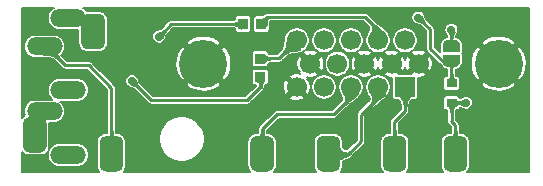
<source format=gbr>
G04 #@! TF.GenerationSoftware,KiCad,Pcbnew,(5.1.10-1-10_14)*
G04 #@! TF.CreationDate,2021-10-22T15:14:23-04:00*
G04 #@! TF.ProjectId,VGA2RT5X,56474132-5254-4355-982e-6b696361645f,1*
G04 #@! TF.SameCoordinates,Original*
G04 #@! TF.FileFunction,Copper,L1,Top*
G04 #@! TF.FilePolarity,Positive*
%FSLAX46Y46*%
G04 Gerber Fmt 4.6, Leading zero omitted, Abs format (unit mm)*
G04 Created by KiCad (PCBNEW (5.1.10-1-10_14)) date 2021-10-22 15:14:23*
%MOMM*%
%LPD*%
G01*
G04 APERTURE LIST*
G04 #@! TA.AperFunction,SMDPad,CuDef*
%ADD10C,0.152400*%
G04 #@! TD*
G04 #@! TA.AperFunction,SMDPad,CuDef*
%ADD11R,0.930000X0.790000*%
G04 #@! TD*
G04 #@! TA.AperFunction,SMDPad,CuDef*
%ADD12R,0.920000X0.970000*%
G04 #@! TD*
G04 #@! TA.AperFunction,SMDPad,CuDef*
%ADD13R,0.970000X0.920000*%
G04 #@! TD*
G04 #@! TA.AperFunction,ComponentPad*
%ADD14O,3.016000X1.508000*%
G04 #@! TD*
G04 #@! TA.AperFunction,ComponentPad*
%ADD15R,1.700000X1.700000*%
G04 #@! TD*
G04 #@! TA.AperFunction,ComponentPad*
%ADD16C,4.066000*%
G04 #@! TD*
G04 #@! TA.AperFunction,ComponentPad*
%ADD17C,1.700000*%
G04 #@! TD*
G04 #@! TA.AperFunction,ViaPad*
%ADD18C,0.700000*%
G04 #@! TD*
G04 #@! TA.AperFunction,Conductor*
%ADD19C,0.250000*%
G04 #@! TD*
G04 #@! TA.AperFunction,Conductor*
%ADD20C,0.160000*%
G04 #@! TD*
G04 #@! TA.AperFunction,Conductor*
%ADD21C,0.152400*%
G04 #@! TD*
G04 #@! TA.AperFunction,Conductor*
%ADD22C,0.025400*%
G04 #@! TD*
G04 APERTURE END LIST*
G04 #@! TA.AperFunction,SMDPad,CuDef*
D10*
G36*
X151300602Y-96660000D02*
G01*
X151300602Y-96635466D01*
X151305412Y-96586635D01*
X151314984Y-96538510D01*
X151329228Y-96491555D01*
X151348005Y-96446222D01*
X151371136Y-96402949D01*
X151398396Y-96362150D01*
X151429524Y-96324221D01*
X151464221Y-96289524D01*
X151502150Y-96258396D01*
X151542949Y-96231136D01*
X151586222Y-96208005D01*
X151631555Y-96189228D01*
X151678510Y-96174984D01*
X151726635Y-96165412D01*
X151775466Y-96160602D01*
X151800000Y-96160602D01*
X151800000Y-96160000D01*
X152300000Y-96160000D01*
X152300000Y-96160602D01*
X152324534Y-96160602D01*
X152373365Y-96165412D01*
X152421490Y-96174984D01*
X152468445Y-96189228D01*
X152513778Y-96208005D01*
X152557051Y-96231136D01*
X152597850Y-96258396D01*
X152635779Y-96289524D01*
X152670476Y-96324221D01*
X152701604Y-96362150D01*
X152728864Y-96402949D01*
X152751995Y-96446222D01*
X152770772Y-96491555D01*
X152785016Y-96538510D01*
X152794588Y-96586635D01*
X152799398Y-96635466D01*
X152799398Y-96660000D01*
X152800000Y-96660000D01*
X152800000Y-97160000D01*
X151300000Y-97160000D01*
X151300000Y-96660000D01*
X151300602Y-96660000D01*
G37*
G04 #@! TD.AperFunction*
G04 #@! TA.AperFunction,SMDPad,CuDef*
G36*
X152800000Y-97460000D02*
G01*
X152800000Y-97960000D01*
X152799398Y-97960000D01*
X152799398Y-97984534D01*
X152794588Y-98033365D01*
X152785016Y-98081490D01*
X152770772Y-98128445D01*
X152751995Y-98173778D01*
X152728864Y-98217051D01*
X152701604Y-98257850D01*
X152670476Y-98295779D01*
X152635779Y-98330476D01*
X152597850Y-98361604D01*
X152557051Y-98388864D01*
X152513778Y-98411995D01*
X152468445Y-98430772D01*
X152421490Y-98445016D01*
X152373365Y-98454588D01*
X152324534Y-98459398D01*
X152300000Y-98459398D01*
X152300000Y-98460000D01*
X151800000Y-98460000D01*
X151800000Y-98459398D01*
X151775466Y-98459398D01*
X151726635Y-98454588D01*
X151678510Y-98445016D01*
X151631555Y-98430772D01*
X151586222Y-98411995D01*
X151542949Y-98388864D01*
X151502150Y-98361604D01*
X151464221Y-98330476D01*
X151429524Y-98295779D01*
X151398396Y-98257850D01*
X151371136Y-98217051D01*
X151348005Y-98173778D01*
X151329228Y-98128445D01*
X151314984Y-98081490D01*
X151305412Y-98033365D01*
X151300602Y-97984534D01*
X151300602Y-97960000D01*
X151300000Y-97960000D01*
X151300000Y-97460000D01*
X152800000Y-97460000D01*
G37*
G04 #@! TD.AperFunction*
D11*
X152060000Y-99860000D03*
X152060000Y-101500000D03*
D12*
X135955000Y-94830000D03*
X134405000Y-94830000D03*
D13*
X135850000Y-97750000D03*
X135850000Y-99300000D03*
D14*
X119610000Y-94320000D03*
X117610000Y-96720000D03*
X119610000Y-100420000D03*
X117610000Y-102220000D03*
X119610000Y-105920000D03*
D15*
X148125000Y-100170000D03*
D16*
X156040000Y-98190000D03*
X131050000Y-98190000D03*
D17*
X145835000Y-100170000D03*
X143545000Y-100170000D03*
X141255000Y-100170000D03*
X138965000Y-100170000D03*
X149270000Y-98190000D03*
X146980000Y-98190000D03*
X144690000Y-98190000D03*
X142400000Y-98190000D03*
X140110000Y-98190000D03*
X148125000Y-96210000D03*
X145835000Y-96210000D03*
X143545000Y-96210000D03*
X141255000Y-96210000D03*
X138965000Y-96210000D03*
G04 #@! TA.AperFunction,SMDPad,CuDef*
G36*
G01*
X148245268Y-104817520D02*
X148245268Y-106817520D01*
G75*
G02*
X147745268Y-107317520I-500000J0D01*
G01*
X146745268Y-107317520D01*
G75*
G02*
X146245268Y-106817520I0J500000D01*
G01*
X146245268Y-104817520D01*
G75*
G02*
X146745268Y-104317520I500000J0D01*
G01*
X147745268Y-104317520D01*
G75*
G02*
X148245268Y-104817520I0J-500000D01*
G01*
G37*
G04 #@! TD.AperFunction*
G04 #@! TA.AperFunction,SMDPad,CuDef*
G36*
G01*
X156945268Y-104817520D02*
X156945268Y-106817520D01*
G75*
G02*
X156445268Y-107317520I-500000J0D01*
G01*
X155445268Y-107317520D01*
G75*
G02*
X154945268Y-106817520I0J500000D01*
G01*
X154945268Y-104817520D01*
G75*
G02*
X155445268Y-104317520I500000J0D01*
G01*
X156445268Y-104317520D01*
G75*
G02*
X156945268Y-104817520I0J-500000D01*
G01*
G37*
G04 #@! TD.AperFunction*
G04 #@! TA.AperFunction,SMDPad,CuDef*
G36*
G01*
X137025268Y-104817520D02*
X137025268Y-106817520D01*
G75*
G02*
X136525268Y-107317520I-500000J0D01*
G01*
X135525268Y-107317520D01*
G75*
G02*
X135025268Y-106817520I0J500000D01*
G01*
X135025268Y-104817520D01*
G75*
G02*
X135525268Y-104317520I500000J0D01*
G01*
X136525268Y-104317520D01*
G75*
G02*
X137025268Y-104817520I0J-500000D01*
G01*
G37*
G04 #@! TD.AperFunction*
G04 #@! TA.AperFunction,SMDPad,CuDef*
G36*
G01*
X142635268Y-104817520D02*
X142635268Y-106817520D01*
G75*
G02*
X142135268Y-107317520I-500000J0D01*
G01*
X141135268Y-107317520D01*
G75*
G02*
X140635268Y-106817520I0J500000D01*
G01*
X140635268Y-104817520D01*
G75*
G02*
X141135268Y-104317520I500000J0D01*
G01*
X142135268Y-104317520D01*
G75*
G02*
X142635268Y-104817520I0J-500000D01*
G01*
G37*
G04 #@! TD.AperFunction*
G04 #@! TA.AperFunction,SMDPad,CuDef*
G36*
G01*
X153385268Y-104817520D02*
X153385268Y-106817520D01*
G75*
G02*
X152885268Y-107317520I-500000J0D01*
G01*
X151885268Y-107317520D01*
G75*
G02*
X151385268Y-106817520I0J500000D01*
G01*
X151385268Y-104817520D01*
G75*
G02*
X151885268Y-104317520I500000J0D01*
G01*
X152885268Y-104317520D01*
G75*
G02*
X153385268Y-104817520I0J-500000D01*
G01*
G37*
G04 #@! TD.AperFunction*
G04 #@! TA.AperFunction,SMDPad,CuDef*
G36*
G01*
X124265268Y-104817520D02*
X124265268Y-106817520D01*
G75*
G02*
X123765268Y-107317520I-500000J0D01*
G01*
X122765268Y-107317520D01*
G75*
G02*
X122265268Y-106817520I0J500000D01*
G01*
X122265268Y-104817520D01*
G75*
G02*
X122765268Y-104317520I500000J0D01*
G01*
X123765268Y-104317520D01*
G75*
G02*
X124265268Y-104817520I0J-500000D01*
G01*
G37*
G04 #@! TD.AperFunction*
G04 #@! TA.AperFunction,SMDPad,CuDef*
G36*
G01*
X117775268Y-103217520D02*
X117775268Y-105217520D01*
G75*
G02*
X117275268Y-105717520I-500000J0D01*
G01*
X116275268Y-105717520D01*
G75*
G02*
X115775268Y-105217520I0J500000D01*
G01*
X115775268Y-103217520D01*
G75*
G02*
X116275268Y-102717520I500000J0D01*
G01*
X117275268Y-102717520D01*
G75*
G02*
X117775268Y-103217520I0J-500000D01*
G01*
G37*
G04 #@! TD.AperFunction*
G04 #@! TA.AperFunction,SMDPad,CuDef*
G36*
G01*
X122715268Y-94467520D02*
X122715268Y-96467520D01*
G75*
G02*
X122215268Y-96967520I-500000J0D01*
G01*
X121215268Y-96967520D01*
G75*
G02*
X120715268Y-96467520I0J500000D01*
G01*
X120715268Y-94467520D01*
G75*
G02*
X121215268Y-93967520I500000J0D01*
G01*
X122215268Y-93967520D01*
G75*
G02*
X122715268Y-94467520I0J-500000D01*
G01*
G37*
G04 #@! TD.AperFunction*
D18*
X149850000Y-103080000D03*
X145870000Y-103260000D03*
X149240000Y-94280000D03*
X127289998Y-95890000D03*
X125010000Y-99660000D03*
X153280000Y-101500000D03*
X152050000Y-95320000D03*
D19*
X136546000Y-94234000D02*
X135950000Y-94830000D01*
X144734000Y-94234000D02*
X136546000Y-94234000D01*
X145835000Y-95335000D02*
X144734000Y-94234000D01*
X145835000Y-96210000D02*
X145835000Y-95335000D01*
X136810000Y-97730000D02*
X135830000Y-97730000D01*
X137440000Y-97730000D02*
X136810000Y-97730000D01*
X138960000Y-96210000D02*
X137440000Y-97730000D01*
X138965000Y-96210000D02*
X138960000Y-96210000D01*
X116540000Y-102550000D02*
X116540000Y-103090000D01*
X117610000Y-96720000D02*
X117760000Y-96720000D01*
X117760000Y-96720000D02*
X119360000Y-98320000D01*
X119360000Y-98320000D02*
X121360000Y-98320000D01*
X123270000Y-100230000D02*
X123270000Y-103260000D01*
X121360000Y-98320000D02*
X123270000Y-100230000D01*
X123270000Y-103260000D02*
X123270000Y-105860000D01*
X120460000Y-94460000D02*
X121270000Y-94460000D01*
X150270000Y-95290000D02*
X150270000Y-96260000D01*
X149260000Y-94280000D02*
X150270000Y-95290000D01*
X149240000Y-94280000D02*
X149260000Y-94280000D01*
X150270000Y-96260000D02*
X150270000Y-96910000D01*
X150270000Y-96910000D02*
X151310000Y-97950000D01*
X151310000Y-97950000D02*
X152080000Y-97950000D01*
X152050000Y-97960000D02*
X152050000Y-99800000D01*
X137280000Y-102490000D02*
X136030000Y-103740000D01*
X143545000Y-101035000D02*
X142090000Y-102490000D01*
X136030000Y-103740000D02*
X136030000Y-105820000D01*
X142090000Y-102490000D02*
X137280000Y-102490000D01*
X143545000Y-100170000D02*
X143545000Y-101035000D01*
X143380000Y-105800000D02*
X141660000Y-105800000D01*
X144410000Y-104770000D02*
X143380000Y-105800000D01*
X144410000Y-102500000D02*
X144410000Y-104770000D01*
X145835000Y-101075000D02*
X144410000Y-102500000D01*
X145835000Y-100170000D02*
X145835000Y-101075000D01*
X148125000Y-100170000D02*
X148125000Y-102195000D01*
X148125000Y-102195000D02*
X147230000Y-103090000D01*
X147230000Y-103090000D02*
X147230000Y-105650000D01*
X134405000Y-94830000D02*
X128349998Y-94830000D01*
X128349998Y-94830000D02*
X127289998Y-95890000D01*
X135850000Y-99300000D02*
X135850000Y-100200000D01*
X135850000Y-100200000D02*
X134750000Y-101300000D01*
X134750000Y-101300000D02*
X126650000Y-101300000D01*
X126650000Y-101300000D02*
X125010000Y-99660000D01*
X125010000Y-99660000D02*
X125010000Y-99660000D01*
X152380000Y-103410000D02*
X152050000Y-103080000D01*
X152060000Y-103070000D02*
X152050000Y-103080000D01*
X152380000Y-105840000D02*
X152380000Y-103410000D01*
X152060000Y-103070000D02*
X152060000Y-101540000D01*
X152060000Y-101500000D02*
X153280000Y-101500000D01*
X153280000Y-101500000D02*
X153280000Y-101500000D01*
X152050000Y-95320000D02*
X152050000Y-96640000D01*
D20*
X118301091Y-93489521D02*
X118149735Y-93613735D01*
X118025521Y-93765091D01*
X117933221Y-93937772D01*
X117876383Y-94125142D01*
X117857191Y-94320000D01*
X117876383Y-94514858D01*
X117933221Y-94702228D01*
X118025521Y-94874909D01*
X118149735Y-95026265D01*
X118301091Y-95150479D01*
X118473772Y-95242779D01*
X118661142Y-95299617D01*
X118807174Y-95314000D01*
X120412826Y-95314000D01*
X120474107Y-95307964D01*
X120474107Y-96467520D01*
X120488348Y-96612113D01*
X120530525Y-96751150D01*
X120599015Y-96879287D01*
X120691188Y-96991600D01*
X120803501Y-97083773D01*
X120931638Y-97152263D01*
X121070675Y-97194440D01*
X121215268Y-97208681D01*
X122215268Y-97208681D01*
X122359861Y-97194440D01*
X122498898Y-97152263D01*
X122627035Y-97083773D01*
X122739348Y-96991600D01*
X122831521Y-96879287D01*
X122900011Y-96751150D01*
X122942188Y-96612113D01*
X122956429Y-96467520D01*
X122956429Y-95831890D01*
X126699998Y-95831890D01*
X126699998Y-95948110D01*
X126722671Y-96062097D01*
X126767147Y-96169470D01*
X126831715Y-96266103D01*
X126913895Y-96348283D01*
X127010528Y-96412851D01*
X127117901Y-96457327D01*
X127231888Y-96480000D01*
X127348108Y-96480000D01*
X127462095Y-96457327D01*
X127477374Y-96450998D01*
X129557071Y-96450998D01*
X131050000Y-97943927D01*
X132542929Y-96450998D01*
X132301136Y-96171933D01*
X131883391Y-95966625D01*
X131433619Y-95846761D01*
X130969105Y-95816945D01*
X130507699Y-95878324D01*
X130067134Y-96028540D01*
X129798864Y-96171933D01*
X129557071Y-96450998D01*
X127477374Y-96450998D01*
X127569468Y-96412851D01*
X127666101Y-96348283D01*
X127748281Y-96266103D01*
X127812849Y-96169470D01*
X127857325Y-96062097D01*
X127862231Y-96037433D01*
X127869738Y-96014068D01*
X127872485Y-96004896D01*
X127888388Y-95947653D01*
X127889641Y-95942958D01*
X127902632Y-95892236D01*
X127913750Y-95850416D01*
X127923693Y-95818740D01*
X127933811Y-95793524D01*
X127946389Y-95769385D01*
X127965042Y-95741130D01*
X127993882Y-95705236D01*
X128038682Y-95657504D01*
X128501186Y-95195000D01*
X133490188Y-95195000D01*
X133578715Y-95198546D01*
X133640878Y-95207098D01*
X133686771Y-95218922D01*
X133703839Y-95225643D01*
X133703839Y-95315000D01*
X133708473Y-95362048D01*
X133722196Y-95407288D01*
X133744482Y-95448982D01*
X133774473Y-95485527D01*
X133811018Y-95515518D01*
X133852712Y-95537804D01*
X133897952Y-95551527D01*
X133945000Y-95556161D01*
X134865000Y-95556161D01*
X134912048Y-95551527D01*
X134957288Y-95537804D01*
X134998982Y-95515518D01*
X135035527Y-95485527D01*
X135065518Y-95448982D01*
X135087804Y-95407288D01*
X135101527Y-95362048D01*
X135106161Y-95315000D01*
X135106161Y-94345000D01*
X135253839Y-94345000D01*
X135253839Y-95315000D01*
X135258473Y-95362048D01*
X135272196Y-95407288D01*
X135294482Y-95448982D01*
X135324473Y-95485527D01*
X135361018Y-95515518D01*
X135402712Y-95537804D01*
X135447952Y-95551527D01*
X135495000Y-95556161D01*
X136415000Y-95556161D01*
X136462048Y-95551527D01*
X136507288Y-95537804D01*
X136548982Y-95515518D01*
X136585527Y-95485527D01*
X136615518Y-95448982D01*
X136637804Y-95407288D01*
X136651527Y-95362048D01*
X136656161Y-95315000D01*
X136656161Y-94843436D01*
X136657266Y-94831314D01*
X136658253Y-94810992D01*
X136658770Y-94726331D01*
X136658708Y-94719226D01*
X136656871Y-94641057D01*
X136656881Y-94639306D01*
X136697188Y-94599000D01*
X144582813Y-94599000D01*
X144987101Y-95003288D01*
X145055086Y-95082457D01*
X145085923Y-95136421D01*
X145097308Y-95175436D01*
X145098594Y-95212413D01*
X145089646Y-95260713D01*
X145066463Y-95325654D01*
X145028035Y-95406721D01*
X144976862Y-95502253D01*
X144918479Y-95609173D01*
X144915561Y-95614687D01*
X144894832Y-95655113D01*
X144869055Y-95693691D01*
X144786888Y-95892059D01*
X144745000Y-96102644D01*
X144745000Y-96317356D01*
X144786888Y-96527941D01*
X144869055Y-96726309D01*
X144988342Y-96904834D01*
X145140166Y-97056658D01*
X145318691Y-97175945D01*
X145517059Y-97258112D01*
X145727644Y-97300000D01*
X145942356Y-97300000D01*
X145959247Y-97296640D01*
X146332713Y-97296640D01*
X146980000Y-97943927D01*
X147627287Y-97296640D01*
X147528628Y-97138851D01*
X147313017Y-97052017D01*
X147084609Y-97008915D01*
X146852181Y-97011201D01*
X146624664Y-97058787D01*
X146431372Y-97138851D01*
X146332713Y-97296640D01*
X145959247Y-97296640D01*
X146152941Y-97258112D01*
X146351309Y-97175945D01*
X146529834Y-97056658D01*
X146681658Y-96904834D01*
X146800945Y-96726309D01*
X146883112Y-96527941D01*
X146925000Y-96317356D01*
X146925000Y-96102644D01*
X147035000Y-96102644D01*
X147035000Y-96317356D01*
X147076888Y-96527941D01*
X147159055Y-96726309D01*
X147278342Y-96904834D01*
X147430166Y-97056658D01*
X147608691Y-97175945D01*
X147807059Y-97258112D01*
X148017644Y-97300000D01*
X148232356Y-97300000D01*
X148249247Y-97296640D01*
X148622713Y-97296640D01*
X149270000Y-97943927D01*
X149917287Y-97296640D01*
X149818628Y-97138851D01*
X149603017Y-97052017D01*
X149374609Y-97008915D01*
X149142181Y-97011201D01*
X148914664Y-97058787D01*
X148721372Y-97138851D01*
X148622713Y-97296640D01*
X148249247Y-97296640D01*
X148442941Y-97258112D01*
X148641309Y-97175945D01*
X148819834Y-97056658D01*
X148971658Y-96904834D01*
X149090945Y-96726309D01*
X149173112Y-96527941D01*
X149215000Y-96317356D01*
X149215000Y-96102644D01*
X149173112Y-95892059D01*
X149090945Y-95693691D01*
X148971658Y-95515166D01*
X148819834Y-95363342D01*
X148641309Y-95244055D01*
X148442941Y-95161888D01*
X148232356Y-95120000D01*
X148017644Y-95120000D01*
X147807059Y-95161888D01*
X147608691Y-95244055D01*
X147430166Y-95363342D01*
X147278342Y-95515166D01*
X147159055Y-95693691D01*
X147076888Y-95892059D01*
X147035000Y-96102644D01*
X146925000Y-96102644D01*
X146883112Y-95892059D01*
X146800945Y-95693691D01*
X146681658Y-95515166D01*
X146529834Y-95363342D01*
X146521540Y-95357800D01*
X146476195Y-95313962D01*
X146469708Y-95307917D01*
X146358021Y-95207653D01*
X146351321Y-95201859D01*
X146250413Y-95117785D01*
X146244779Y-95113233D01*
X146150457Y-95039352D01*
X146147445Y-95037031D01*
X146055751Y-94967524D01*
X145964293Y-94897773D01*
X145869338Y-94822281D01*
X145765444Y-94734299D01*
X145647192Y-94626915D01*
X145508414Y-94492226D01*
X145238078Y-94221890D01*
X148650000Y-94221890D01*
X148650000Y-94338110D01*
X148672673Y-94452097D01*
X148717149Y-94559470D01*
X148781717Y-94656103D01*
X148863897Y-94738283D01*
X148960530Y-94802851D01*
X149067903Y-94847327D01*
X149103546Y-94854417D01*
X149139082Y-94864387D01*
X149146918Y-94866444D01*
X149205229Y-94880700D01*
X149208268Y-94881422D01*
X149259024Y-94893133D01*
X149299759Y-94903250D01*
X149330516Y-94912595D01*
X149355124Y-94922373D01*
X149379133Y-94934896D01*
X149407679Y-94953822D01*
X149444113Y-94983207D01*
X149492432Y-95028620D01*
X149905000Y-95441188D01*
X149905001Y-96242060D01*
X149905000Y-96242070D01*
X149905001Y-96892062D01*
X149903234Y-96910000D01*
X149910016Y-96978848D01*
X149910282Y-96981552D01*
X149931153Y-97050355D01*
X149965046Y-97113764D01*
X150010658Y-97169343D01*
X150024587Y-97180774D01*
X151039225Y-98195413D01*
X151050657Y-98209343D01*
X151106236Y-98254955D01*
X151127194Y-98266157D01*
X151136235Y-98287985D01*
X151158521Y-98329680D01*
X151212977Y-98411179D01*
X151242968Y-98447724D01*
X151312276Y-98517032D01*
X151348821Y-98547023D01*
X151430320Y-98601479D01*
X151472015Y-98623765D01*
X151562571Y-98661274D01*
X151607810Y-98674997D01*
X151685000Y-98690351D01*
X151685001Y-99060959D01*
X151682366Y-99139302D01*
X151675912Y-99195267D01*
X151669745Y-99223839D01*
X151595000Y-99223839D01*
X151547952Y-99228473D01*
X151502712Y-99242196D01*
X151461018Y-99264482D01*
X151424473Y-99294473D01*
X151394482Y-99331018D01*
X151372196Y-99372712D01*
X151358473Y-99417952D01*
X151353839Y-99465000D01*
X151353839Y-100255000D01*
X151358473Y-100302048D01*
X151372196Y-100347288D01*
X151394482Y-100388982D01*
X151424473Y-100425527D01*
X151461018Y-100455518D01*
X151502712Y-100477804D01*
X151547952Y-100491527D01*
X151595000Y-100496161D01*
X152525000Y-100496161D01*
X152572048Y-100491527D01*
X152617288Y-100477804D01*
X152658982Y-100455518D01*
X152695527Y-100425527D01*
X152725518Y-100388982D01*
X152747804Y-100347288D01*
X152761527Y-100302048D01*
X152766161Y-100255000D01*
X152766161Y-99929002D01*
X154547071Y-99929002D01*
X154788864Y-100208067D01*
X155206609Y-100413375D01*
X155656381Y-100533239D01*
X156120895Y-100563055D01*
X156582301Y-100501676D01*
X157022866Y-100351460D01*
X157291136Y-100208067D01*
X157532929Y-99929002D01*
X156040000Y-98436073D01*
X154547071Y-99929002D01*
X152766161Y-99929002D01*
X152766161Y-99465000D01*
X152761527Y-99417952D01*
X152747804Y-99372712D01*
X152725518Y-99331018D01*
X152695527Y-99294473D01*
X152658982Y-99264482D01*
X152617288Y-99242196D01*
X152572048Y-99228473D01*
X152525000Y-99223839D01*
X152431549Y-99223839D01*
X152424043Y-99190493D01*
X152417641Y-99136945D01*
X152415000Y-99060827D01*
X152415000Y-98690351D01*
X152492190Y-98674997D01*
X152537429Y-98661274D01*
X152627985Y-98623765D01*
X152669680Y-98601479D01*
X152751179Y-98547023D01*
X152787724Y-98517032D01*
X152857032Y-98447724D01*
X152887023Y-98411179D01*
X152941479Y-98329680D01*
X152963765Y-98287985D01*
X152970843Y-98270895D01*
X153666945Y-98270895D01*
X153728324Y-98732301D01*
X153878540Y-99172866D01*
X154021933Y-99441136D01*
X154300998Y-99682929D01*
X155793927Y-98190000D01*
X156286073Y-98190000D01*
X157779002Y-99682929D01*
X158058067Y-99441136D01*
X158263375Y-99023391D01*
X158383239Y-98573619D01*
X158413055Y-98109105D01*
X158351676Y-97647699D01*
X158201460Y-97207134D01*
X158058067Y-96938864D01*
X157779002Y-96697071D01*
X156286073Y-98190000D01*
X155793927Y-98190000D01*
X154300998Y-96697071D01*
X154021933Y-96938864D01*
X153816625Y-97356609D01*
X153696761Y-97806381D01*
X153666945Y-98270895D01*
X152970843Y-98270895D01*
X153001274Y-98197429D01*
X153014997Y-98152190D01*
X153034119Y-98056057D01*
X153038753Y-98009009D01*
X153038753Y-97984448D01*
X153041161Y-97960000D01*
X153041161Y-97460000D01*
X153036527Y-97412952D01*
X153022804Y-97367712D01*
X153000518Y-97326018D01*
X152987373Y-97310000D01*
X153000518Y-97293982D01*
X153022804Y-97252288D01*
X153036527Y-97207048D01*
X153041161Y-97160000D01*
X153041161Y-96660000D01*
X153038753Y-96635552D01*
X153038753Y-96610991D01*
X153034119Y-96563943D01*
X153014997Y-96467810D01*
X153009898Y-96450998D01*
X154547071Y-96450998D01*
X156040000Y-97943927D01*
X157532929Y-96450998D01*
X157291136Y-96171933D01*
X156873391Y-95966625D01*
X156423619Y-95846761D01*
X155959105Y-95816945D01*
X155497699Y-95878324D01*
X155057134Y-96028540D01*
X154788864Y-96171933D01*
X154547071Y-96450998D01*
X153009898Y-96450998D01*
X153001274Y-96422571D01*
X152963765Y-96332015D01*
X152941479Y-96290320D01*
X152887023Y-96208821D01*
X152857032Y-96172276D01*
X152787724Y-96102968D01*
X152751179Y-96072977D01*
X152669680Y-96018521D01*
X152627985Y-95996235D01*
X152537429Y-95958726D01*
X152492190Y-95945003D01*
X152419026Y-95930450D01*
X152422061Y-95902598D01*
X152428852Y-95869423D01*
X152437025Y-95843467D01*
X152447698Y-95818488D01*
X152463073Y-95789045D01*
X152484803Y-95751579D01*
X152511462Y-95706560D01*
X152513893Y-95702359D01*
X152543125Y-95650637D01*
X152547669Y-95642208D01*
X152558887Y-95620368D01*
X152572851Y-95599470D01*
X152617327Y-95492097D01*
X152640000Y-95378110D01*
X152640000Y-95261890D01*
X152617327Y-95147903D01*
X152572851Y-95040530D01*
X152508283Y-94943897D01*
X152426103Y-94861717D01*
X152329470Y-94797149D01*
X152222097Y-94752673D01*
X152108110Y-94730000D01*
X151991890Y-94730000D01*
X151877903Y-94752673D01*
X151770530Y-94797149D01*
X151673897Y-94861717D01*
X151591717Y-94943897D01*
X151527149Y-95040530D01*
X151482673Y-95147903D01*
X151460000Y-95261890D01*
X151460000Y-95378110D01*
X151482673Y-95492097D01*
X151527149Y-95599470D01*
X151541108Y-95620361D01*
X151552328Y-95642205D01*
X151556874Y-95650637D01*
X151586106Y-95702359D01*
X151588537Y-95706560D01*
X151615196Y-95751579D01*
X151636926Y-95789045D01*
X151652301Y-95818488D01*
X151662974Y-95843467D01*
X151671147Y-95869423D01*
X151677938Y-95902598D01*
X151680973Y-95930450D01*
X151607810Y-95945003D01*
X151562571Y-95958726D01*
X151472015Y-95996235D01*
X151430320Y-96018521D01*
X151348821Y-96072977D01*
X151312276Y-96102968D01*
X151242968Y-96172276D01*
X151212977Y-96208821D01*
X151158521Y-96290320D01*
X151136235Y-96332015D01*
X151098726Y-96422571D01*
X151085003Y-96467810D01*
X151065881Y-96563943D01*
X151061247Y-96610991D01*
X151061247Y-96635552D01*
X151058839Y-96660000D01*
X151058839Y-97160000D01*
X151061314Y-97185126D01*
X150635000Y-96758813D01*
X150635000Y-95307929D01*
X150636766Y-95290000D01*
X150635000Y-95272069D01*
X150629719Y-95218448D01*
X150608848Y-95149645D01*
X150574955Y-95086236D01*
X150564774Y-95073830D01*
X150540773Y-95044585D01*
X150540770Y-95044582D01*
X150529342Y-95030657D01*
X150515418Y-95019230D01*
X150008468Y-94512280D01*
X149960677Y-94461611D01*
X149928791Y-94422612D01*
X149907294Y-94391161D01*
X149892242Y-94363912D01*
X149879949Y-94335910D01*
X149867878Y-94302032D01*
X149854360Y-94258603D01*
X149838604Y-94206619D01*
X149837174Y-94202065D01*
X149818173Y-94143590D01*
X149815191Y-94134974D01*
X149809786Y-94120267D01*
X149807327Y-94107903D01*
X149762851Y-94000530D01*
X149698283Y-93903897D01*
X149616103Y-93821717D01*
X149519470Y-93757149D01*
X149412097Y-93712673D01*
X149298110Y-93690000D01*
X149181890Y-93690000D01*
X149067903Y-93712673D01*
X148960530Y-93757149D01*
X148863897Y-93821717D01*
X148781717Y-93903897D01*
X148717149Y-94000530D01*
X148672673Y-94107903D01*
X148650000Y-94221890D01*
X145238078Y-94221890D01*
X145004779Y-93988592D01*
X144993343Y-93974657D01*
X144937764Y-93929045D01*
X144874355Y-93895152D01*
X144805552Y-93874281D01*
X144751931Y-93869000D01*
X144751929Y-93869000D01*
X144734000Y-93867234D01*
X144716071Y-93869000D01*
X136563928Y-93869000D01*
X136545999Y-93867234D01*
X136528070Y-93869000D01*
X136528069Y-93869000D01*
X136474448Y-93874281D01*
X136405645Y-93895152D01*
X136392953Y-93901936D01*
X136387864Y-93903198D01*
X136349046Y-93916434D01*
X136282547Y-93945665D01*
X136252266Y-93961643D01*
X136195259Y-93997140D01*
X136178150Y-94008848D01*
X136126628Y-94047476D01*
X136123951Y-94049512D01*
X136079939Y-94083483D01*
X136049790Y-94103839D01*
X135495000Y-94103839D01*
X135447952Y-94108473D01*
X135402712Y-94122196D01*
X135361018Y-94144482D01*
X135324473Y-94174473D01*
X135294482Y-94211018D01*
X135272196Y-94252712D01*
X135258473Y-94297952D01*
X135253839Y-94345000D01*
X135106161Y-94345000D01*
X135101527Y-94297952D01*
X135087804Y-94252712D01*
X135065518Y-94211018D01*
X135035527Y-94174473D01*
X134998982Y-94144482D01*
X134957288Y-94122196D01*
X134912048Y-94108473D01*
X134865000Y-94103839D01*
X133945000Y-94103839D01*
X133897952Y-94108473D01*
X133852712Y-94122196D01*
X133811018Y-94144482D01*
X133774473Y-94174473D01*
X133744482Y-94211018D01*
X133722196Y-94252712D01*
X133708473Y-94297952D01*
X133703839Y-94345000D01*
X133703839Y-94434356D01*
X133686771Y-94441077D01*
X133640878Y-94452901D01*
X133578715Y-94461453D01*
X133490185Y-94465000D01*
X128367926Y-94465000D01*
X128349997Y-94463234D01*
X128332068Y-94465000D01*
X128332067Y-94465000D01*
X128278446Y-94470281D01*
X128209643Y-94491152D01*
X128209641Y-94491153D01*
X128146232Y-94525046D01*
X128122123Y-94544833D01*
X128090655Y-94570657D01*
X128079224Y-94584586D01*
X127522500Y-95141311D01*
X127474761Y-95186114D01*
X127438867Y-95214955D01*
X127410612Y-95233608D01*
X127386473Y-95246186D01*
X127361257Y-95256304D01*
X127329581Y-95266247D01*
X127287761Y-95277365D01*
X127237039Y-95290356D01*
X127232344Y-95291609D01*
X127175101Y-95307512D01*
X127165924Y-95310260D01*
X127142554Y-95317769D01*
X127117901Y-95322673D01*
X127010528Y-95367149D01*
X126913895Y-95431717D01*
X126831715Y-95513897D01*
X126767147Y-95610530D01*
X126722671Y-95717903D01*
X126699998Y-95831890D01*
X122956429Y-95831890D01*
X122956429Y-94467520D01*
X122942188Y-94322927D01*
X122900011Y-94183890D01*
X122831521Y-94055753D01*
X122739348Y-93943440D01*
X122627035Y-93851267D01*
X122498898Y-93782777D01*
X122359861Y-93740600D01*
X122215268Y-93726359D01*
X121215268Y-93726359D01*
X121166624Y-93731150D01*
X121070265Y-93613735D01*
X120918909Y-93489521D01*
X120826262Y-93440000D01*
X158630000Y-93440000D01*
X158630001Y-107340000D01*
X153410661Y-107340000D01*
X153501521Y-107229287D01*
X153570011Y-107101150D01*
X153612188Y-106962113D01*
X153626429Y-106817520D01*
X153626429Y-104817520D01*
X153612188Y-104672927D01*
X153570011Y-104533890D01*
X153501521Y-104405753D01*
X153409348Y-104293440D01*
X153297035Y-104201267D01*
X153168898Y-104132777D01*
X153029861Y-104090600D01*
X152885268Y-104076359D01*
X152760861Y-104076359D01*
X152756515Y-104053469D01*
X152745000Y-103843429D01*
X152745000Y-103427928D01*
X152746766Y-103409999D01*
X152745000Y-103392069D01*
X152739719Y-103338448D01*
X152718848Y-103269645D01*
X152692502Y-103220355D01*
X152684954Y-103206234D01*
X152650772Y-103164584D01*
X152639343Y-103150657D01*
X152625413Y-103139225D01*
X152425000Y-102938813D01*
X152425000Y-102299096D01*
X152427638Y-102221886D01*
X152434067Y-102167149D01*
X152440901Y-102136161D01*
X152525000Y-102136161D01*
X152572048Y-102131527D01*
X152617288Y-102117804D01*
X152658982Y-102095518D01*
X152695527Y-102065527D01*
X152725518Y-102028982D01*
X152747804Y-101987288D01*
X152761527Y-101942048D01*
X152766161Y-101895000D01*
X152766161Y-101891139D01*
X152781511Y-101897698D01*
X152810954Y-101913073D01*
X152848420Y-101934803D01*
X152893439Y-101961462D01*
X152897640Y-101963893D01*
X152949362Y-101993125D01*
X152957792Y-101997670D01*
X152979637Y-102008891D01*
X153000530Y-102022851D01*
X153107903Y-102067327D01*
X153221890Y-102090000D01*
X153338110Y-102090000D01*
X153452097Y-102067327D01*
X153559470Y-102022851D01*
X153656103Y-101958283D01*
X153738283Y-101876103D01*
X153802851Y-101779470D01*
X153847327Y-101672097D01*
X153870000Y-101558110D01*
X153870000Y-101441890D01*
X153847327Y-101327903D01*
X153802851Y-101220530D01*
X153738283Y-101123897D01*
X153656103Y-101041717D01*
X153559470Y-100977149D01*
X153452097Y-100932673D01*
X153338110Y-100910000D01*
X153221890Y-100910000D01*
X153107903Y-100932673D01*
X153000530Y-100977149D01*
X152979637Y-100991109D01*
X152957795Y-101002328D01*
X152949362Y-101006874D01*
X152897640Y-101036106D01*
X152893439Y-101038537D01*
X152848420Y-101065196D01*
X152810954Y-101086926D01*
X152781511Y-101102301D01*
X152766161Y-101108860D01*
X152766161Y-101105000D01*
X152761527Y-101057952D01*
X152747804Y-101012712D01*
X152725518Y-100971018D01*
X152695527Y-100934473D01*
X152658982Y-100904482D01*
X152617288Y-100882196D01*
X152572048Y-100868473D01*
X152525000Y-100863839D01*
X151595000Y-100863839D01*
X151547952Y-100868473D01*
X151502712Y-100882196D01*
X151461018Y-100904482D01*
X151424473Y-100934473D01*
X151394482Y-100971018D01*
X151372196Y-101012712D01*
X151358473Y-101057952D01*
X151353839Y-101105000D01*
X151353839Y-101895000D01*
X151358473Y-101942048D01*
X151372196Y-101987288D01*
X151394482Y-102028982D01*
X151424473Y-102065527D01*
X151461018Y-102095518D01*
X151502712Y-102117804D01*
X151547952Y-102131527D01*
X151595000Y-102136161D01*
X151679098Y-102136161D01*
X151685932Y-102167149D01*
X151692361Y-102221886D01*
X151695001Y-102299115D01*
X151695000Y-102992895D01*
X151690282Y-103008448D01*
X151683234Y-103080000D01*
X151690282Y-103151552D01*
X151711153Y-103220355D01*
X151745046Y-103283764D01*
X151779227Y-103325414D01*
X151779230Y-103325417D01*
X151790658Y-103339342D01*
X151804583Y-103350770D01*
X152015001Y-103561189D01*
X152015001Y-103843437D01*
X152003469Y-104054429D01*
X151999323Y-104076359D01*
X151885268Y-104076359D01*
X151740675Y-104090600D01*
X151601638Y-104132777D01*
X151473501Y-104201267D01*
X151361188Y-104293440D01*
X151269015Y-104405753D01*
X151200525Y-104533890D01*
X151158348Y-104672927D01*
X151144107Y-104817520D01*
X151144107Y-106817520D01*
X151158348Y-106962113D01*
X151200525Y-107101150D01*
X151269015Y-107229287D01*
X151359875Y-107340000D01*
X148270661Y-107340000D01*
X148361521Y-107229287D01*
X148430011Y-107101150D01*
X148472188Y-106962113D01*
X148486429Y-106817520D01*
X148486429Y-104817520D01*
X148472188Y-104672927D01*
X148430011Y-104533890D01*
X148361521Y-104405753D01*
X148269348Y-104293440D01*
X148157035Y-104201267D01*
X148028898Y-104132777D01*
X147889861Y-104090600D01*
X147745268Y-104076359D01*
X147616997Y-104076359D01*
X147606410Y-104018734D01*
X147595000Y-103803640D01*
X147595000Y-103241187D01*
X148370413Y-102465775D01*
X148384343Y-102454343D01*
X148429955Y-102398764D01*
X148463848Y-102335355D01*
X148484719Y-102266552D01*
X148490000Y-102212931D01*
X148490000Y-102212930D01*
X148491766Y-102195001D01*
X148490000Y-102177072D01*
X148490000Y-101866189D01*
X148499207Y-101687984D01*
X148522632Y-101556710D01*
X148556692Y-101455220D01*
X148600700Y-101369465D01*
X148657285Y-101286567D01*
X148677612Y-101261161D01*
X148975000Y-101261161D01*
X149022048Y-101256527D01*
X149067288Y-101242804D01*
X149108982Y-101220518D01*
X149145527Y-101190527D01*
X149175518Y-101153982D01*
X149197804Y-101112288D01*
X149211527Y-101067048D01*
X149216161Y-101020000D01*
X149216161Y-99370586D01*
X149397819Y-99368799D01*
X149625336Y-99321213D01*
X149818628Y-99241149D01*
X149917287Y-99083360D01*
X149270000Y-98436073D01*
X148627234Y-99078839D01*
X147622766Y-99078839D01*
X146980000Y-98436073D01*
X146332713Y-99083360D01*
X146431372Y-99241149D01*
X146646983Y-99327983D01*
X146875391Y-99371085D01*
X147033839Y-99369527D01*
X147033839Y-101020000D01*
X147038473Y-101067048D01*
X147052196Y-101112288D01*
X147074482Y-101153982D01*
X147104473Y-101190527D01*
X147141018Y-101220518D01*
X147182712Y-101242804D01*
X147227952Y-101256527D01*
X147275000Y-101261161D01*
X147572387Y-101261161D01*
X147592714Y-101286567D01*
X147649299Y-101369465D01*
X147693307Y-101455220D01*
X147727367Y-101556710D01*
X147750792Y-101687984D01*
X147760001Y-101866207D01*
X147760001Y-102043811D01*
X146984588Y-102819225D01*
X146970657Y-102830658D01*
X146925045Y-102886237D01*
X146891152Y-102949646D01*
X146870281Y-103018449D01*
X146865000Y-103072069D01*
X146863234Y-103090000D01*
X146865000Y-103107929D01*
X146865000Y-103803688D01*
X146853564Y-104021423D01*
X146843601Y-104076359D01*
X146745268Y-104076359D01*
X146600675Y-104090600D01*
X146461638Y-104132777D01*
X146333501Y-104201267D01*
X146221188Y-104293440D01*
X146129015Y-104405753D01*
X146060525Y-104533890D01*
X146018348Y-104672927D01*
X146004107Y-104817520D01*
X146004107Y-106817520D01*
X146018348Y-106962113D01*
X146060525Y-107101150D01*
X146129015Y-107229287D01*
X146219875Y-107340000D01*
X142660661Y-107340000D01*
X142751521Y-107229287D01*
X142820011Y-107101150D01*
X142862188Y-106962113D01*
X142876429Y-106817520D01*
X142876429Y-106437358D01*
X142947413Y-106405877D01*
X143060998Y-106361633D01*
X143062832Y-106360910D01*
X143183445Y-106312784D01*
X143196314Y-106307208D01*
X143321628Y-106248503D01*
X143341320Y-106238139D01*
X143474162Y-106160152D01*
X143494556Y-106146674D01*
X143520355Y-106138848D01*
X143583764Y-106104955D01*
X143639343Y-106059343D01*
X143650779Y-106045408D01*
X144655413Y-105040775D01*
X144669343Y-105029343D01*
X144714955Y-104973764D01*
X144748848Y-104910355D01*
X144769719Y-104841552D01*
X144775000Y-104787931D01*
X144775000Y-104787929D01*
X144776766Y-104770000D01*
X144775000Y-104752071D01*
X144775000Y-102651187D01*
X145529881Y-101896307D01*
X145668075Y-101761401D01*
X145785648Y-101652613D01*
X145888478Y-101562656D01*
X145981883Y-101484976D01*
X146071423Y-101412941D01*
X146160260Y-101341820D01*
X146162646Y-101339885D01*
X146254468Y-101264425D01*
X146258940Y-101260658D01*
X146357626Y-101175446D01*
X146362961Y-101170699D01*
X146472836Y-101069967D01*
X146478029Y-101065062D01*
X146523246Y-101021060D01*
X146529834Y-101016658D01*
X146681658Y-100864834D01*
X146800945Y-100686309D01*
X146883112Y-100487941D01*
X146925000Y-100277356D01*
X146925000Y-100062644D01*
X146883112Y-99852059D01*
X146800945Y-99653691D01*
X146681658Y-99475166D01*
X146529834Y-99323342D01*
X146351309Y-99204055D01*
X146152941Y-99121888D01*
X145942356Y-99080000D01*
X145727644Y-99080000D01*
X145517059Y-99121888D01*
X145318691Y-99204055D01*
X145140166Y-99323342D01*
X144988342Y-99475166D01*
X144869055Y-99653691D01*
X144786888Y-99852059D01*
X144745000Y-100062644D01*
X144745000Y-100277356D01*
X144786888Y-100487941D01*
X144869055Y-100686309D01*
X144896523Y-100727417D01*
X144917214Y-100767371D01*
X144921015Y-100774419D01*
X144981816Y-100882808D01*
X145036607Y-100980833D01*
X145078459Y-101063963D01*
X145104492Y-101130782D01*
X145115235Y-101180117D01*
X145115029Y-101216575D01*
X145104985Y-101253923D01*
X145075663Y-101306575D01*
X145008069Y-101385744D01*
X144164588Y-102229225D01*
X144150657Y-102240658D01*
X144105045Y-102296237D01*
X144071152Y-102359646D01*
X144050281Y-102428449D01*
X144045357Y-102478448D01*
X144043234Y-102500000D01*
X144045000Y-102517929D01*
X144045001Y-104618811D01*
X143315581Y-105348232D01*
X143206001Y-105435000D01*
X143067279Y-105435000D01*
X143045396Y-105424557D01*
X142951155Y-105350894D01*
X142876429Y-105278775D01*
X142876429Y-104817520D01*
X142862188Y-104672927D01*
X142820011Y-104533890D01*
X142751521Y-104405753D01*
X142659348Y-104293440D01*
X142547035Y-104201267D01*
X142418898Y-104132777D01*
X142279861Y-104090600D01*
X142135268Y-104076359D01*
X141135268Y-104076359D01*
X140990675Y-104090600D01*
X140851638Y-104132777D01*
X140723501Y-104201267D01*
X140611188Y-104293440D01*
X140519015Y-104405753D01*
X140450525Y-104533890D01*
X140408348Y-104672927D01*
X140394107Y-104817520D01*
X140394107Y-106817520D01*
X140408348Y-106962113D01*
X140450525Y-107101150D01*
X140519015Y-107229287D01*
X140609875Y-107340000D01*
X137050661Y-107340000D01*
X137141521Y-107229287D01*
X137210011Y-107101150D01*
X137252188Y-106962113D01*
X137266429Y-106817520D01*
X137266429Y-104817520D01*
X137252188Y-104672927D01*
X137210011Y-104533890D01*
X137141521Y-104405753D01*
X137049348Y-104293440D01*
X136937035Y-104201267D01*
X136808898Y-104132777D01*
X136669861Y-104090600D01*
X136525268Y-104076359D01*
X136413703Y-104076359D01*
X136406479Y-104037437D01*
X136398445Y-103887743D01*
X137431188Y-102855000D01*
X142072071Y-102855000D01*
X142090000Y-102856766D01*
X142107929Y-102855000D01*
X142107931Y-102855000D01*
X142161552Y-102849719D01*
X142230355Y-102828848D01*
X142293764Y-102794955D01*
X142349343Y-102749343D01*
X142360779Y-102735408D01*
X143211270Y-101884918D01*
X143350232Y-101750306D01*
X143468723Y-101643372D01*
X143572978Y-101556030D01*
X143668371Y-101481316D01*
X143760777Y-101412081D01*
X143853166Y-101343310D01*
X143856389Y-101340869D01*
X143951542Y-101267517D01*
X143957566Y-101262717D01*
X144059214Y-101179023D01*
X144066370Y-101172891D01*
X144178662Y-101072783D01*
X144185582Y-101066366D01*
X144230972Y-101022580D01*
X144239834Y-101016658D01*
X144391658Y-100864834D01*
X144510945Y-100686309D01*
X144593112Y-100487941D01*
X144635000Y-100277356D01*
X144635000Y-100062644D01*
X144593112Y-99852059D01*
X144510945Y-99653691D01*
X144391658Y-99475166D01*
X144239834Y-99323342D01*
X144061309Y-99204055D01*
X143862941Y-99121888D01*
X143669248Y-99083360D01*
X144042713Y-99083360D01*
X144141372Y-99241149D01*
X144356983Y-99327983D01*
X144585391Y-99371085D01*
X144817819Y-99368799D01*
X145045336Y-99321213D01*
X145238628Y-99241149D01*
X145337287Y-99083360D01*
X144690000Y-98436073D01*
X144042713Y-99083360D01*
X143669248Y-99083360D01*
X143652356Y-99080000D01*
X143437644Y-99080000D01*
X143227059Y-99121888D01*
X143028691Y-99204055D01*
X142850166Y-99323342D01*
X142698342Y-99475166D01*
X142579055Y-99653691D01*
X142496888Y-99852059D01*
X142455000Y-100062644D01*
X142455000Y-100277356D01*
X142496888Y-100487941D01*
X142579055Y-100686309D01*
X142604283Y-100724065D01*
X142625014Y-100764631D01*
X142627638Y-100769620D01*
X142685168Y-100875953D01*
X142735203Y-100970742D01*
X142772501Y-101051093D01*
X142794751Y-101115395D01*
X142803113Y-101163364D01*
X142801455Y-101200543D01*
X142789602Y-101240109D01*
X142758241Y-101294518D01*
X142690110Y-101373702D01*
X141938813Y-102125000D01*
X137297929Y-102125000D01*
X137280000Y-102123234D01*
X137262071Y-102125000D01*
X137262069Y-102125000D01*
X137208448Y-102130281D01*
X137139645Y-102151152D01*
X137076236Y-102185045D01*
X137020657Y-102230657D01*
X137009226Y-102244586D01*
X135784588Y-103469225D01*
X135770657Y-103480658D01*
X135725045Y-103536237D01*
X135691152Y-103599646D01*
X135670281Y-103668449D01*
X135665000Y-103722069D01*
X135663234Y-103740000D01*
X135665000Y-103757929D01*
X135665000Y-103823542D01*
X135653530Y-104036589D01*
X135646120Y-104076359D01*
X135525268Y-104076359D01*
X135380675Y-104090600D01*
X135241638Y-104132777D01*
X135113501Y-104201267D01*
X135001188Y-104293440D01*
X134909015Y-104405753D01*
X134840525Y-104533890D01*
X134798348Y-104672927D01*
X134784107Y-104817520D01*
X134784107Y-106817520D01*
X134798348Y-106962113D01*
X134840525Y-107101150D01*
X134909015Y-107229287D01*
X134999875Y-107340000D01*
X124290661Y-107340000D01*
X124381521Y-107229287D01*
X124450011Y-107101150D01*
X124492188Y-106962113D01*
X124506429Y-106817520D01*
X124506429Y-104817520D01*
X124492188Y-104672927D01*
X124450011Y-104533890D01*
X124381521Y-104405753D01*
X124360550Y-104380199D01*
X127296510Y-104380199D01*
X127296510Y-104759801D01*
X127370567Y-105132109D01*
X127515834Y-105482816D01*
X127726730Y-105798444D01*
X127995149Y-106066863D01*
X128310777Y-106277759D01*
X128661484Y-106423026D01*
X129033792Y-106497083D01*
X129413394Y-106497083D01*
X129785702Y-106423026D01*
X130136409Y-106277759D01*
X130452037Y-106066863D01*
X130720456Y-105798444D01*
X130931352Y-105482816D01*
X131076619Y-105132109D01*
X131150676Y-104759801D01*
X131150676Y-104380199D01*
X131076619Y-104007891D01*
X130931352Y-103657184D01*
X130720456Y-103341556D01*
X130452037Y-103073137D01*
X130136409Y-102862241D01*
X129785702Y-102716974D01*
X129413394Y-102642917D01*
X129033792Y-102642917D01*
X128661484Y-102716974D01*
X128310777Y-102862241D01*
X127995149Y-103073137D01*
X127726730Y-103341556D01*
X127515834Y-103657184D01*
X127370567Y-104007891D01*
X127296510Y-104380199D01*
X124360550Y-104380199D01*
X124289348Y-104293440D01*
X124177035Y-104201267D01*
X124048898Y-104132777D01*
X123909861Y-104090600D01*
X123765268Y-104076359D01*
X123647549Y-104076359D01*
X123646580Y-104071328D01*
X123635000Y-103863323D01*
X123635000Y-100247929D01*
X123636766Y-100230000D01*
X123633811Y-100200000D01*
X123629719Y-100158448D01*
X123608848Y-100089645D01*
X123574955Y-100026236D01*
X123550573Y-99996527D01*
X123540773Y-99984585D01*
X123540770Y-99984582D01*
X123529342Y-99970657D01*
X123515418Y-99959230D01*
X123158078Y-99601890D01*
X124420000Y-99601890D01*
X124420000Y-99718110D01*
X124442673Y-99832097D01*
X124487149Y-99939470D01*
X124551717Y-100036103D01*
X124633897Y-100118283D01*
X124730530Y-100182851D01*
X124837903Y-100227327D01*
X124862560Y-100232232D01*
X124885929Y-100239740D01*
X124895103Y-100242487D01*
X124952346Y-100258390D01*
X124957041Y-100259643D01*
X125007763Y-100272634D01*
X125049583Y-100283752D01*
X125081259Y-100293695D01*
X125106475Y-100303813D01*
X125130614Y-100316391D01*
X125158869Y-100335044D01*
X125194770Y-100363890D01*
X125242486Y-100408673D01*
X126379225Y-101545413D01*
X126390657Y-101559343D01*
X126404585Y-101570773D01*
X126446234Y-101604954D01*
X126446236Y-101604955D01*
X126509645Y-101638848D01*
X126578448Y-101659719D01*
X126632069Y-101665000D01*
X126632070Y-101665000D01*
X126649999Y-101666766D01*
X126667928Y-101665000D01*
X134732071Y-101665000D01*
X134750000Y-101666766D01*
X134767929Y-101665000D01*
X134767931Y-101665000D01*
X134821552Y-101659719D01*
X134890355Y-101638848D01*
X134953764Y-101604955D01*
X135009343Y-101559343D01*
X135020779Y-101545408D01*
X135502827Y-101063360D01*
X138317713Y-101063360D01*
X138416372Y-101221149D01*
X138631983Y-101307983D01*
X138860391Y-101351085D01*
X139092819Y-101348799D01*
X139320336Y-101301213D01*
X139513628Y-101221149D01*
X139612287Y-101063360D01*
X138965000Y-100416073D01*
X138317713Y-101063360D01*
X135502827Y-101063360D01*
X136095413Y-100470775D01*
X136109343Y-100459343D01*
X136154955Y-100403764D01*
X136158888Y-100396406D01*
X136171059Y-100381934D01*
X136197510Y-100343414D01*
X136237394Y-100271137D01*
X136256028Y-100227757D01*
X136278210Y-100157836D01*
X136286877Y-100120287D01*
X136294974Y-100065391D01*
X137783915Y-100065391D01*
X137786201Y-100297819D01*
X137833787Y-100525336D01*
X137913851Y-100718628D01*
X138071640Y-100817287D01*
X138718927Y-100170000D01*
X138071640Y-99522713D01*
X137913851Y-99621372D01*
X137827017Y-99836983D01*
X137783915Y-100065391D01*
X136294974Y-100065391D01*
X136296908Y-100052287D01*
X136299159Y-100029619D01*
X136300626Y-100001161D01*
X136335000Y-100001161D01*
X136382048Y-99996527D01*
X136427288Y-99982804D01*
X136468982Y-99960518D01*
X136505527Y-99930527D01*
X136535518Y-99893982D01*
X136557804Y-99852288D01*
X136571527Y-99807048D01*
X136576161Y-99760000D01*
X136576161Y-99276640D01*
X138317713Y-99276640D01*
X138965000Y-99923927D01*
X138979143Y-99909785D01*
X139225216Y-100155858D01*
X139211073Y-100170000D01*
X139858360Y-100817287D01*
X140016149Y-100718628D01*
X140102983Y-100503017D01*
X140146085Y-100274609D01*
X140144001Y-100062644D01*
X140165000Y-100062644D01*
X140165000Y-100277356D01*
X140206888Y-100487941D01*
X140289055Y-100686309D01*
X140408342Y-100864834D01*
X140560166Y-101016658D01*
X140738691Y-101135945D01*
X140937059Y-101218112D01*
X141147644Y-101260000D01*
X141362356Y-101260000D01*
X141572941Y-101218112D01*
X141771309Y-101135945D01*
X141949834Y-101016658D01*
X142101658Y-100864834D01*
X142220945Y-100686309D01*
X142303112Y-100487941D01*
X142345000Y-100277356D01*
X142345000Y-100062644D01*
X142303112Y-99852059D01*
X142220945Y-99653691D01*
X142101658Y-99475166D01*
X141949834Y-99323342D01*
X141771309Y-99204055D01*
X141572941Y-99121888D01*
X141362356Y-99080000D01*
X141147644Y-99080000D01*
X140937059Y-99121888D01*
X140738691Y-99204055D01*
X140560166Y-99323342D01*
X140408342Y-99475166D01*
X140289055Y-99653691D01*
X140206888Y-99852059D01*
X140165000Y-100062644D01*
X140144001Y-100062644D01*
X140143799Y-100042181D01*
X140096213Y-99814664D01*
X140016149Y-99621372D01*
X139858362Y-99522714D01*
X139926187Y-99454889D01*
X139804467Y-99333169D01*
X140005391Y-99371085D01*
X140237819Y-99368799D01*
X140465336Y-99321213D01*
X140658628Y-99241149D01*
X140757287Y-99083360D01*
X140110000Y-98436073D01*
X140095858Y-98450216D01*
X139849785Y-98204143D01*
X139863927Y-98190000D01*
X140356073Y-98190000D01*
X141003360Y-98837287D01*
X141161149Y-98738628D01*
X141247983Y-98523017D01*
X141291085Y-98294609D01*
X141289001Y-98082644D01*
X141310000Y-98082644D01*
X141310000Y-98297356D01*
X141351888Y-98507941D01*
X141434055Y-98706309D01*
X141553342Y-98884834D01*
X141705166Y-99036658D01*
X141883691Y-99155945D01*
X142082059Y-99238112D01*
X142292644Y-99280000D01*
X142507356Y-99280000D01*
X142717941Y-99238112D01*
X142916309Y-99155945D01*
X143094834Y-99036658D01*
X143246658Y-98884834D01*
X143365945Y-98706309D01*
X143448112Y-98507941D01*
X143490000Y-98297356D01*
X143490000Y-98085391D01*
X143508915Y-98085391D01*
X143511201Y-98317819D01*
X143558787Y-98545336D01*
X143638851Y-98738628D01*
X143796640Y-98837287D01*
X144443927Y-98190000D01*
X144936073Y-98190000D01*
X145583360Y-98837287D01*
X145741149Y-98738628D01*
X145827983Y-98523017D01*
X145835636Y-98482460D01*
X145848787Y-98545336D01*
X145928851Y-98738628D01*
X146086640Y-98837287D01*
X146733927Y-98190000D01*
X147226073Y-98190000D01*
X147873360Y-98837287D01*
X148031149Y-98738628D01*
X148117983Y-98523017D01*
X148125636Y-98482460D01*
X148138787Y-98545336D01*
X148218851Y-98738628D01*
X148376640Y-98837287D01*
X149023927Y-98190000D01*
X149516073Y-98190000D01*
X150163360Y-98837287D01*
X150321149Y-98738628D01*
X150407983Y-98523017D01*
X150451085Y-98294609D01*
X150448799Y-98062181D01*
X150401213Y-97834664D01*
X150321149Y-97641372D01*
X150163360Y-97542713D01*
X149516073Y-98190000D01*
X149023927Y-98190000D01*
X148376640Y-97542713D01*
X148218851Y-97641372D01*
X148132017Y-97856983D01*
X148124364Y-97897540D01*
X148111213Y-97834664D01*
X148031149Y-97641372D01*
X147873360Y-97542713D01*
X147226073Y-98190000D01*
X146733927Y-98190000D01*
X146086640Y-97542713D01*
X145928851Y-97641372D01*
X145842017Y-97856983D01*
X145834364Y-97897540D01*
X145821213Y-97834664D01*
X145741149Y-97641372D01*
X145583360Y-97542713D01*
X144936073Y-98190000D01*
X144443927Y-98190000D01*
X143796640Y-97542713D01*
X143638851Y-97641372D01*
X143552017Y-97856983D01*
X143508915Y-98085391D01*
X143490000Y-98085391D01*
X143490000Y-98082644D01*
X143448112Y-97872059D01*
X143365945Y-97673691D01*
X143246658Y-97495166D01*
X143094834Y-97343342D01*
X142916309Y-97224055D01*
X142717941Y-97141888D01*
X142507356Y-97100000D01*
X142292644Y-97100000D01*
X142082059Y-97141888D01*
X141883691Y-97224055D01*
X141705166Y-97343342D01*
X141553342Y-97495166D01*
X141434055Y-97673691D01*
X141351888Y-97872059D01*
X141310000Y-98082644D01*
X141289001Y-98082644D01*
X141288799Y-98062181D01*
X141241213Y-97834664D01*
X141161149Y-97641372D01*
X141003360Y-97542713D01*
X140356073Y-98190000D01*
X139863927Y-98190000D01*
X139216640Y-97542713D01*
X139058851Y-97641372D01*
X138972017Y-97856983D01*
X138928915Y-98085391D01*
X138931201Y-98317819D01*
X138978787Y-98545336D01*
X139058851Y-98738628D01*
X139216638Y-98837286D01*
X139148813Y-98905111D01*
X139270533Y-99026831D01*
X139069609Y-98988915D01*
X138837181Y-98991201D01*
X138609664Y-99038787D01*
X138416372Y-99118851D01*
X138317713Y-99276640D01*
X136576161Y-99276640D01*
X136576161Y-98840000D01*
X136571527Y-98792952D01*
X136557804Y-98747712D01*
X136535518Y-98706018D01*
X136505527Y-98669473D01*
X136468982Y-98639482D01*
X136427288Y-98617196D01*
X136382048Y-98603473D01*
X136335000Y-98598839D01*
X135365000Y-98598839D01*
X135317952Y-98603473D01*
X135272712Y-98617196D01*
X135231018Y-98639482D01*
X135194473Y-98669473D01*
X135164482Y-98706018D01*
X135142196Y-98747712D01*
X135128473Y-98792952D01*
X135123839Y-98840000D01*
X135123839Y-99760000D01*
X135128473Y-99807048D01*
X135142196Y-99852288D01*
X135164482Y-99893982D01*
X135194473Y-99930527D01*
X135231018Y-99960518D01*
X135272712Y-99982804D01*
X135317952Y-99996527D01*
X135365000Y-100001161D01*
X135485001Y-100001161D01*
X135485001Y-100048811D01*
X134598813Y-100935000D01*
X126801188Y-100935000D01*
X125795190Y-99929002D01*
X129557071Y-99929002D01*
X129798864Y-100208067D01*
X130216609Y-100413375D01*
X130666381Y-100533239D01*
X131130895Y-100563055D01*
X131592301Y-100501676D01*
X132032866Y-100351460D01*
X132301136Y-100208067D01*
X132542929Y-99929002D01*
X131050000Y-98436073D01*
X129557071Y-99929002D01*
X125795190Y-99929002D01*
X125758673Y-99892486D01*
X125713890Y-99844770D01*
X125685044Y-99808869D01*
X125666391Y-99780614D01*
X125653813Y-99756475D01*
X125643695Y-99731259D01*
X125633752Y-99699583D01*
X125622634Y-99657763D01*
X125609643Y-99607041D01*
X125608390Y-99602346D01*
X125592487Y-99545103D01*
X125589740Y-99535929D01*
X125582232Y-99512560D01*
X125577327Y-99487903D01*
X125532851Y-99380530D01*
X125468283Y-99283897D01*
X125386103Y-99201717D01*
X125289470Y-99137149D01*
X125182097Y-99092673D01*
X125068110Y-99070000D01*
X124951890Y-99070000D01*
X124837903Y-99092673D01*
X124730530Y-99137149D01*
X124633897Y-99201717D01*
X124551717Y-99283897D01*
X124487149Y-99380530D01*
X124442673Y-99487903D01*
X124420000Y-99601890D01*
X123158078Y-99601890D01*
X121827083Y-98270895D01*
X128676945Y-98270895D01*
X128738324Y-98732301D01*
X128888540Y-99172866D01*
X129031933Y-99441136D01*
X129310998Y-99682929D01*
X130803927Y-98190000D01*
X131296073Y-98190000D01*
X132789002Y-99682929D01*
X133068067Y-99441136D01*
X133273375Y-99023391D01*
X133393239Y-98573619D01*
X133423055Y-98109105D01*
X133361676Y-97647699D01*
X133239715Y-97290000D01*
X135123839Y-97290000D01*
X135123839Y-98210000D01*
X135128473Y-98257048D01*
X135142196Y-98302288D01*
X135164482Y-98343982D01*
X135194473Y-98380527D01*
X135231018Y-98410518D01*
X135272712Y-98432804D01*
X135317952Y-98446527D01*
X135365000Y-98451161D01*
X136335000Y-98451161D01*
X136382048Y-98446527D01*
X136427288Y-98432804D01*
X136468982Y-98410518D01*
X136505527Y-98380527D01*
X136535518Y-98343982D01*
X136557804Y-98302288D01*
X136571527Y-98257048D01*
X136576161Y-98210000D01*
X136576161Y-98115088D01*
X136605793Y-98106867D01*
X136662225Y-98098546D01*
X136745135Y-98095000D01*
X137422071Y-98095000D01*
X137440000Y-98096766D01*
X137457929Y-98095000D01*
X137457931Y-98095000D01*
X137511552Y-98089719D01*
X137580355Y-98068848D01*
X137643764Y-98034955D01*
X137699343Y-97989343D01*
X137710779Y-97975408D01*
X138018709Y-97667478D01*
X138151384Y-97547807D01*
X138260900Y-97471399D01*
X138356834Y-97423619D01*
X138448608Y-97394057D01*
X138547233Y-97375455D01*
X138660967Y-97362902D01*
X138790399Y-97351189D01*
X138797945Y-97350386D01*
X138939984Y-97332989D01*
X138956467Y-97330386D01*
X139112497Y-97300149D01*
X139127025Y-97296640D01*
X139462713Y-97296640D01*
X140110000Y-97943927D01*
X140757287Y-97296640D01*
X140658628Y-97138851D01*
X140443017Y-97052017D01*
X140214609Y-97008915D01*
X139982181Y-97011201D01*
X139754664Y-97058787D01*
X139561372Y-97138851D01*
X139462713Y-97296640D01*
X139127025Y-97296640D01*
X139133757Y-97295014D01*
X139212802Y-97272063D01*
X139282941Y-97258112D01*
X139481309Y-97175945D01*
X139659834Y-97056658D01*
X139811658Y-96904834D01*
X139930945Y-96726309D01*
X140013112Y-96527941D01*
X140055000Y-96317356D01*
X140055000Y-96102644D01*
X140165000Y-96102644D01*
X140165000Y-96317356D01*
X140206888Y-96527941D01*
X140289055Y-96726309D01*
X140408342Y-96904834D01*
X140560166Y-97056658D01*
X140738691Y-97175945D01*
X140937059Y-97258112D01*
X141147644Y-97300000D01*
X141362356Y-97300000D01*
X141572941Y-97258112D01*
X141771309Y-97175945D01*
X141949834Y-97056658D01*
X142101658Y-96904834D01*
X142220945Y-96726309D01*
X142303112Y-96527941D01*
X142345000Y-96317356D01*
X142345000Y-96102644D01*
X142455000Y-96102644D01*
X142455000Y-96317356D01*
X142496888Y-96527941D01*
X142579055Y-96726309D01*
X142698342Y-96904834D01*
X142850166Y-97056658D01*
X143028691Y-97175945D01*
X143227059Y-97258112D01*
X143437644Y-97300000D01*
X143652356Y-97300000D01*
X143669247Y-97296640D01*
X144042713Y-97296640D01*
X144690000Y-97943927D01*
X145337287Y-97296640D01*
X145238628Y-97138851D01*
X145023017Y-97052017D01*
X144794609Y-97008915D01*
X144562181Y-97011201D01*
X144334664Y-97058787D01*
X144141372Y-97138851D01*
X144042713Y-97296640D01*
X143669247Y-97296640D01*
X143862941Y-97258112D01*
X144061309Y-97175945D01*
X144239834Y-97056658D01*
X144391658Y-96904834D01*
X144510945Y-96726309D01*
X144593112Y-96527941D01*
X144635000Y-96317356D01*
X144635000Y-96102644D01*
X144593112Y-95892059D01*
X144510945Y-95693691D01*
X144391658Y-95515166D01*
X144239834Y-95363342D01*
X144061309Y-95244055D01*
X143862941Y-95161888D01*
X143652356Y-95120000D01*
X143437644Y-95120000D01*
X143227059Y-95161888D01*
X143028691Y-95244055D01*
X142850166Y-95363342D01*
X142698342Y-95515166D01*
X142579055Y-95693691D01*
X142496888Y-95892059D01*
X142455000Y-96102644D01*
X142345000Y-96102644D01*
X142303112Y-95892059D01*
X142220945Y-95693691D01*
X142101658Y-95515166D01*
X141949834Y-95363342D01*
X141771309Y-95244055D01*
X141572941Y-95161888D01*
X141362356Y-95120000D01*
X141147644Y-95120000D01*
X140937059Y-95161888D01*
X140738691Y-95244055D01*
X140560166Y-95363342D01*
X140408342Y-95515166D01*
X140289055Y-95693691D01*
X140206888Y-95892059D01*
X140165000Y-96102644D01*
X140055000Y-96102644D01*
X140013112Y-95892059D01*
X139930945Y-95693691D01*
X139811658Y-95515166D01*
X139659834Y-95363342D01*
X139481309Y-95244055D01*
X139282941Y-95161888D01*
X139072356Y-95120000D01*
X138857644Y-95120000D01*
X138647059Y-95161888D01*
X138448691Y-95244055D01*
X138270166Y-95363342D01*
X138118342Y-95515166D01*
X137999055Y-95693691D01*
X137916888Y-95892059D01*
X137903998Y-95956861D01*
X137881328Y-96032595D01*
X137875994Y-96053926D01*
X137844491Y-96209974D01*
X137841735Y-96226627D01*
X137823323Y-96368721D01*
X137822444Y-96376500D01*
X137809931Y-96506121D01*
X137796763Y-96620312D01*
X137777690Y-96719409D01*
X137747703Y-96811707D01*
X137699495Y-96908151D01*
X137622652Y-97018144D01*
X137502527Y-97151286D01*
X137288813Y-97365000D01*
X136744940Y-97365000D01*
X136657486Y-97361400D01*
X136596287Y-97352793D01*
X136576161Y-97347529D01*
X136576161Y-97290000D01*
X136571527Y-97242952D01*
X136557804Y-97197712D01*
X136535518Y-97156018D01*
X136505527Y-97119473D01*
X136468982Y-97089482D01*
X136427288Y-97067196D01*
X136382048Y-97053473D01*
X136335000Y-97048839D01*
X135365000Y-97048839D01*
X135317952Y-97053473D01*
X135272712Y-97067196D01*
X135231018Y-97089482D01*
X135194473Y-97119473D01*
X135164482Y-97156018D01*
X135142196Y-97197712D01*
X135128473Y-97242952D01*
X135123839Y-97290000D01*
X133239715Y-97290000D01*
X133211460Y-97207134D01*
X133068067Y-96938864D01*
X132789002Y-96697071D01*
X131296073Y-98190000D01*
X130803927Y-98190000D01*
X129310998Y-96697071D01*
X129031933Y-96938864D01*
X128826625Y-97356609D01*
X128706761Y-97806381D01*
X128676945Y-98270895D01*
X121827083Y-98270895D01*
X121630779Y-98074592D01*
X121619343Y-98060657D01*
X121563764Y-98015045D01*
X121500355Y-97981152D01*
X121431552Y-97960281D01*
X121377931Y-97955000D01*
X121377929Y-97955000D01*
X121360000Y-97953234D01*
X121342071Y-97955000D01*
X119511188Y-97955000D01*
X119022034Y-97465847D01*
X119070265Y-97426265D01*
X119194479Y-97274909D01*
X119286779Y-97102228D01*
X119343617Y-96914858D01*
X119362809Y-96720000D01*
X119343617Y-96525142D01*
X119286779Y-96337772D01*
X119194479Y-96165091D01*
X119070265Y-96013735D01*
X118918909Y-95889521D01*
X118746228Y-95797221D01*
X118558858Y-95740383D01*
X118412826Y-95726000D01*
X116807174Y-95726000D01*
X116661142Y-95740383D01*
X116473772Y-95797221D01*
X116301091Y-95889521D01*
X116149735Y-96013735D01*
X116025521Y-96165091D01*
X115933221Y-96337772D01*
X115876383Y-96525142D01*
X115857191Y-96720000D01*
X115876383Y-96914858D01*
X115933221Y-97102228D01*
X116025521Y-97274909D01*
X116149735Y-97426265D01*
X116301091Y-97550479D01*
X116473772Y-97642779D01*
X116661142Y-97699617D01*
X116807174Y-97714000D01*
X117538322Y-97714000D01*
X117580010Y-97720420D01*
X117598153Y-97722511D01*
X117734918Y-97733020D01*
X117746983Y-97733642D01*
X117871113Y-97736913D01*
X117873683Y-97736967D01*
X117983577Y-97738685D01*
X118075869Y-97743853D01*
X118153374Y-97755683D01*
X118224444Y-97777102D01*
X118299939Y-97813987D01*
X118388631Y-97875640D01*
X118499044Y-97975232D01*
X119089225Y-98565413D01*
X119100657Y-98579343D01*
X119156236Y-98624955D01*
X119219645Y-98658848D01*
X119288448Y-98679719D01*
X119342069Y-98685000D01*
X119342071Y-98685000D01*
X119360000Y-98686766D01*
X119377929Y-98685000D01*
X121208813Y-98685000D01*
X122905000Y-100381188D01*
X122905001Y-103242060D01*
X122905000Y-103242070D01*
X122905000Y-103863300D01*
X122893437Y-104070438D01*
X122892292Y-104076359D01*
X122765268Y-104076359D01*
X122620675Y-104090600D01*
X122481638Y-104132777D01*
X122353501Y-104201267D01*
X122241188Y-104293440D01*
X122149015Y-104405753D01*
X122080525Y-104533890D01*
X122038348Y-104672927D01*
X122024107Y-104817520D01*
X122024107Y-106817520D01*
X122038348Y-106962113D01*
X122080525Y-107101150D01*
X122149015Y-107229287D01*
X122239875Y-107340000D01*
X115690000Y-107340000D01*
X115690000Y-105667042D01*
X115751188Y-105741600D01*
X115863501Y-105833773D01*
X115991638Y-105902263D01*
X116130675Y-105944440D01*
X116275268Y-105958681D01*
X117275268Y-105958681D01*
X117419861Y-105944440D01*
X117558898Y-105902263D01*
X117687035Y-105833773D01*
X117799348Y-105741600D01*
X117891521Y-105629287D01*
X117923752Y-105568986D01*
X117876383Y-105725142D01*
X117857191Y-105920000D01*
X117876383Y-106114858D01*
X117933221Y-106302228D01*
X118025521Y-106474909D01*
X118149735Y-106626265D01*
X118301091Y-106750479D01*
X118473772Y-106842779D01*
X118661142Y-106899617D01*
X118807174Y-106914000D01*
X120412826Y-106914000D01*
X120558858Y-106899617D01*
X120746228Y-106842779D01*
X120918909Y-106750479D01*
X121070265Y-106626265D01*
X121194479Y-106474909D01*
X121286779Y-106302228D01*
X121343617Y-106114858D01*
X121362809Y-105920000D01*
X121343617Y-105725142D01*
X121286779Y-105537772D01*
X121194479Y-105365091D01*
X121070265Y-105213735D01*
X120918909Y-105089521D01*
X120746228Y-104997221D01*
X120558858Y-104940383D01*
X120412826Y-104926000D01*
X118807174Y-104926000D01*
X118661142Y-104940383D01*
X118473772Y-104997221D01*
X118301091Y-105089521D01*
X118149735Y-105213735D01*
X118025521Y-105365091D01*
X117969479Y-105469937D01*
X118002188Y-105362113D01*
X118016429Y-105217520D01*
X118016429Y-103217520D01*
X118016082Y-103214000D01*
X118412826Y-103214000D01*
X118558858Y-103199617D01*
X118746228Y-103142779D01*
X118918909Y-103050479D01*
X119070265Y-102926265D01*
X119194479Y-102774909D01*
X119286779Y-102602228D01*
X119343617Y-102414858D01*
X119362809Y-102220000D01*
X119343617Y-102025142D01*
X119286779Y-101837772D01*
X119194479Y-101665091D01*
X119070265Y-101513735D01*
X118948737Y-101414000D01*
X120412826Y-101414000D01*
X120558858Y-101399617D01*
X120746228Y-101342779D01*
X120918909Y-101250479D01*
X121070265Y-101126265D01*
X121194479Y-100974909D01*
X121286779Y-100802228D01*
X121343617Y-100614858D01*
X121362809Y-100420000D01*
X121343617Y-100225142D01*
X121286779Y-100037772D01*
X121194479Y-99865091D01*
X121070265Y-99713735D01*
X120918909Y-99589521D01*
X120746228Y-99497221D01*
X120558858Y-99440383D01*
X120412826Y-99426000D01*
X118807174Y-99426000D01*
X118661142Y-99440383D01*
X118473772Y-99497221D01*
X118301091Y-99589521D01*
X118149735Y-99713735D01*
X118025521Y-99865091D01*
X117933221Y-100037772D01*
X117876383Y-100225142D01*
X117857191Y-100420000D01*
X117876383Y-100614858D01*
X117933221Y-100802228D01*
X118025521Y-100974909D01*
X118149735Y-101126265D01*
X118271263Y-101226000D01*
X116807174Y-101226000D01*
X116661142Y-101240383D01*
X116473772Y-101297221D01*
X116301091Y-101389521D01*
X116149735Y-101513735D01*
X116025521Y-101665091D01*
X115933221Y-101837772D01*
X115876383Y-102025142D01*
X115857191Y-102220000D01*
X115876383Y-102414858D01*
X115923243Y-102569335D01*
X115863501Y-102601267D01*
X115751188Y-102693440D01*
X115690000Y-102767998D01*
X115690000Y-93440000D01*
X118393738Y-93440000D01*
X118301091Y-93489521D01*
G04 #@! TA.AperFunction,Conductor*
D21*
G36*
X118301091Y-93489521D02*
G01*
X118149735Y-93613735D01*
X118025521Y-93765091D01*
X117933221Y-93937772D01*
X117876383Y-94125142D01*
X117857191Y-94320000D01*
X117876383Y-94514858D01*
X117933221Y-94702228D01*
X118025521Y-94874909D01*
X118149735Y-95026265D01*
X118301091Y-95150479D01*
X118473772Y-95242779D01*
X118661142Y-95299617D01*
X118807174Y-95314000D01*
X120412826Y-95314000D01*
X120474107Y-95307964D01*
X120474107Y-96467520D01*
X120488348Y-96612113D01*
X120530525Y-96751150D01*
X120599015Y-96879287D01*
X120691188Y-96991600D01*
X120803501Y-97083773D01*
X120931638Y-97152263D01*
X121070675Y-97194440D01*
X121215268Y-97208681D01*
X122215268Y-97208681D01*
X122359861Y-97194440D01*
X122498898Y-97152263D01*
X122627035Y-97083773D01*
X122739348Y-96991600D01*
X122831521Y-96879287D01*
X122900011Y-96751150D01*
X122942188Y-96612113D01*
X122956429Y-96467520D01*
X122956429Y-95831890D01*
X126699998Y-95831890D01*
X126699998Y-95948110D01*
X126722671Y-96062097D01*
X126767147Y-96169470D01*
X126831715Y-96266103D01*
X126913895Y-96348283D01*
X127010528Y-96412851D01*
X127117901Y-96457327D01*
X127231888Y-96480000D01*
X127348108Y-96480000D01*
X127462095Y-96457327D01*
X127477374Y-96450998D01*
X129557071Y-96450998D01*
X131050000Y-97943927D01*
X132542929Y-96450998D01*
X132301136Y-96171933D01*
X131883391Y-95966625D01*
X131433619Y-95846761D01*
X130969105Y-95816945D01*
X130507699Y-95878324D01*
X130067134Y-96028540D01*
X129798864Y-96171933D01*
X129557071Y-96450998D01*
X127477374Y-96450998D01*
X127569468Y-96412851D01*
X127666101Y-96348283D01*
X127748281Y-96266103D01*
X127812849Y-96169470D01*
X127857325Y-96062097D01*
X127862231Y-96037433D01*
X127869738Y-96014068D01*
X127872485Y-96004896D01*
X127888388Y-95947653D01*
X127889641Y-95942958D01*
X127902632Y-95892236D01*
X127913750Y-95850416D01*
X127923693Y-95818740D01*
X127933811Y-95793524D01*
X127946389Y-95769385D01*
X127965042Y-95741130D01*
X127993882Y-95705236D01*
X128038682Y-95657504D01*
X128501186Y-95195000D01*
X133490188Y-95195000D01*
X133578715Y-95198546D01*
X133640878Y-95207098D01*
X133686771Y-95218922D01*
X133703839Y-95225643D01*
X133703839Y-95315000D01*
X133708473Y-95362048D01*
X133722196Y-95407288D01*
X133744482Y-95448982D01*
X133774473Y-95485527D01*
X133811018Y-95515518D01*
X133852712Y-95537804D01*
X133897952Y-95551527D01*
X133945000Y-95556161D01*
X134865000Y-95556161D01*
X134912048Y-95551527D01*
X134957288Y-95537804D01*
X134998982Y-95515518D01*
X135035527Y-95485527D01*
X135065518Y-95448982D01*
X135087804Y-95407288D01*
X135101527Y-95362048D01*
X135106161Y-95315000D01*
X135106161Y-94345000D01*
X135253839Y-94345000D01*
X135253839Y-95315000D01*
X135258473Y-95362048D01*
X135272196Y-95407288D01*
X135294482Y-95448982D01*
X135324473Y-95485527D01*
X135361018Y-95515518D01*
X135402712Y-95537804D01*
X135447952Y-95551527D01*
X135495000Y-95556161D01*
X136415000Y-95556161D01*
X136462048Y-95551527D01*
X136507288Y-95537804D01*
X136548982Y-95515518D01*
X136585527Y-95485527D01*
X136615518Y-95448982D01*
X136637804Y-95407288D01*
X136651527Y-95362048D01*
X136656161Y-95315000D01*
X136656161Y-94843436D01*
X136657266Y-94831314D01*
X136658253Y-94810992D01*
X136658770Y-94726331D01*
X136658708Y-94719226D01*
X136656871Y-94641057D01*
X136656881Y-94639306D01*
X136697188Y-94599000D01*
X144582813Y-94599000D01*
X144987101Y-95003288D01*
X145055086Y-95082457D01*
X145085923Y-95136421D01*
X145097308Y-95175436D01*
X145098594Y-95212413D01*
X145089646Y-95260713D01*
X145066463Y-95325654D01*
X145028035Y-95406721D01*
X144976862Y-95502253D01*
X144918479Y-95609173D01*
X144915561Y-95614687D01*
X144894832Y-95655113D01*
X144869055Y-95693691D01*
X144786888Y-95892059D01*
X144745000Y-96102644D01*
X144745000Y-96317356D01*
X144786888Y-96527941D01*
X144869055Y-96726309D01*
X144988342Y-96904834D01*
X145140166Y-97056658D01*
X145318691Y-97175945D01*
X145517059Y-97258112D01*
X145727644Y-97300000D01*
X145942356Y-97300000D01*
X145959247Y-97296640D01*
X146332713Y-97296640D01*
X146980000Y-97943927D01*
X147627287Y-97296640D01*
X147528628Y-97138851D01*
X147313017Y-97052017D01*
X147084609Y-97008915D01*
X146852181Y-97011201D01*
X146624664Y-97058787D01*
X146431372Y-97138851D01*
X146332713Y-97296640D01*
X145959247Y-97296640D01*
X146152941Y-97258112D01*
X146351309Y-97175945D01*
X146529834Y-97056658D01*
X146681658Y-96904834D01*
X146800945Y-96726309D01*
X146883112Y-96527941D01*
X146925000Y-96317356D01*
X146925000Y-96102644D01*
X147035000Y-96102644D01*
X147035000Y-96317356D01*
X147076888Y-96527941D01*
X147159055Y-96726309D01*
X147278342Y-96904834D01*
X147430166Y-97056658D01*
X147608691Y-97175945D01*
X147807059Y-97258112D01*
X148017644Y-97300000D01*
X148232356Y-97300000D01*
X148249247Y-97296640D01*
X148622713Y-97296640D01*
X149270000Y-97943927D01*
X149917287Y-97296640D01*
X149818628Y-97138851D01*
X149603017Y-97052017D01*
X149374609Y-97008915D01*
X149142181Y-97011201D01*
X148914664Y-97058787D01*
X148721372Y-97138851D01*
X148622713Y-97296640D01*
X148249247Y-97296640D01*
X148442941Y-97258112D01*
X148641309Y-97175945D01*
X148819834Y-97056658D01*
X148971658Y-96904834D01*
X149090945Y-96726309D01*
X149173112Y-96527941D01*
X149215000Y-96317356D01*
X149215000Y-96102644D01*
X149173112Y-95892059D01*
X149090945Y-95693691D01*
X148971658Y-95515166D01*
X148819834Y-95363342D01*
X148641309Y-95244055D01*
X148442941Y-95161888D01*
X148232356Y-95120000D01*
X148017644Y-95120000D01*
X147807059Y-95161888D01*
X147608691Y-95244055D01*
X147430166Y-95363342D01*
X147278342Y-95515166D01*
X147159055Y-95693691D01*
X147076888Y-95892059D01*
X147035000Y-96102644D01*
X146925000Y-96102644D01*
X146883112Y-95892059D01*
X146800945Y-95693691D01*
X146681658Y-95515166D01*
X146529834Y-95363342D01*
X146521540Y-95357800D01*
X146476195Y-95313962D01*
X146469708Y-95307917D01*
X146358021Y-95207653D01*
X146351321Y-95201859D01*
X146250413Y-95117785D01*
X146244779Y-95113233D01*
X146150457Y-95039352D01*
X146147445Y-95037031D01*
X146055751Y-94967524D01*
X145964293Y-94897773D01*
X145869338Y-94822281D01*
X145765444Y-94734299D01*
X145647192Y-94626915D01*
X145508414Y-94492226D01*
X145238078Y-94221890D01*
X148650000Y-94221890D01*
X148650000Y-94338110D01*
X148672673Y-94452097D01*
X148717149Y-94559470D01*
X148781717Y-94656103D01*
X148863897Y-94738283D01*
X148960530Y-94802851D01*
X149067903Y-94847327D01*
X149103546Y-94854417D01*
X149139082Y-94864387D01*
X149146918Y-94866444D01*
X149205229Y-94880700D01*
X149208268Y-94881422D01*
X149259024Y-94893133D01*
X149299759Y-94903250D01*
X149330516Y-94912595D01*
X149355124Y-94922373D01*
X149379133Y-94934896D01*
X149407679Y-94953822D01*
X149444113Y-94983207D01*
X149492432Y-95028620D01*
X149905000Y-95441188D01*
X149905001Y-96242060D01*
X149905000Y-96242070D01*
X149905001Y-96892062D01*
X149903234Y-96910000D01*
X149910016Y-96978848D01*
X149910282Y-96981552D01*
X149931153Y-97050355D01*
X149965046Y-97113764D01*
X150010658Y-97169343D01*
X150024587Y-97180774D01*
X151039225Y-98195413D01*
X151050657Y-98209343D01*
X151106236Y-98254955D01*
X151127194Y-98266157D01*
X151136235Y-98287985D01*
X151158521Y-98329680D01*
X151212977Y-98411179D01*
X151242968Y-98447724D01*
X151312276Y-98517032D01*
X151348821Y-98547023D01*
X151430320Y-98601479D01*
X151472015Y-98623765D01*
X151562571Y-98661274D01*
X151607810Y-98674997D01*
X151685000Y-98690351D01*
X151685001Y-99060959D01*
X151682366Y-99139302D01*
X151675912Y-99195267D01*
X151669745Y-99223839D01*
X151595000Y-99223839D01*
X151547952Y-99228473D01*
X151502712Y-99242196D01*
X151461018Y-99264482D01*
X151424473Y-99294473D01*
X151394482Y-99331018D01*
X151372196Y-99372712D01*
X151358473Y-99417952D01*
X151353839Y-99465000D01*
X151353839Y-100255000D01*
X151358473Y-100302048D01*
X151372196Y-100347288D01*
X151394482Y-100388982D01*
X151424473Y-100425527D01*
X151461018Y-100455518D01*
X151502712Y-100477804D01*
X151547952Y-100491527D01*
X151595000Y-100496161D01*
X152525000Y-100496161D01*
X152572048Y-100491527D01*
X152617288Y-100477804D01*
X152658982Y-100455518D01*
X152695527Y-100425527D01*
X152725518Y-100388982D01*
X152747804Y-100347288D01*
X152761527Y-100302048D01*
X152766161Y-100255000D01*
X152766161Y-99929002D01*
X154547071Y-99929002D01*
X154788864Y-100208067D01*
X155206609Y-100413375D01*
X155656381Y-100533239D01*
X156120895Y-100563055D01*
X156582301Y-100501676D01*
X157022866Y-100351460D01*
X157291136Y-100208067D01*
X157532929Y-99929002D01*
X156040000Y-98436073D01*
X154547071Y-99929002D01*
X152766161Y-99929002D01*
X152766161Y-99465000D01*
X152761527Y-99417952D01*
X152747804Y-99372712D01*
X152725518Y-99331018D01*
X152695527Y-99294473D01*
X152658982Y-99264482D01*
X152617288Y-99242196D01*
X152572048Y-99228473D01*
X152525000Y-99223839D01*
X152431549Y-99223839D01*
X152424043Y-99190493D01*
X152417641Y-99136945D01*
X152415000Y-99060827D01*
X152415000Y-98690351D01*
X152492190Y-98674997D01*
X152537429Y-98661274D01*
X152627985Y-98623765D01*
X152669680Y-98601479D01*
X152751179Y-98547023D01*
X152787724Y-98517032D01*
X152857032Y-98447724D01*
X152887023Y-98411179D01*
X152941479Y-98329680D01*
X152963765Y-98287985D01*
X152970843Y-98270895D01*
X153666945Y-98270895D01*
X153728324Y-98732301D01*
X153878540Y-99172866D01*
X154021933Y-99441136D01*
X154300998Y-99682929D01*
X155793927Y-98190000D01*
X156286073Y-98190000D01*
X157779002Y-99682929D01*
X158058067Y-99441136D01*
X158263375Y-99023391D01*
X158383239Y-98573619D01*
X158413055Y-98109105D01*
X158351676Y-97647699D01*
X158201460Y-97207134D01*
X158058067Y-96938864D01*
X157779002Y-96697071D01*
X156286073Y-98190000D01*
X155793927Y-98190000D01*
X154300998Y-96697071D01*
X154021933Y-96938864D01*
X153816625Y-97356609D01*
X153696761Y-97806381D01*
X153666945Y-98270895D01*
X152970843Y-98270895D01*
X153001274Y-98197429D01*
X153014997Y-98152190D01*
X153034119Y-98056057D01*
X153038753Y-98009009D01*
X153038753Y-97984448D01*
X153041161Y-97960000D01*
X153041161Y-97460000D01*
X153036527Y-97412952D01*
X153022804Y-97367712D01*
X153000518Y-97326018D01*
X152987373Y-97310000D01*
X153000518Y-97293982D01*
X153022804Y-97252288D01*
X153036527Y-97207048D01*
X153041161Y-97160000D01*
X153041161Y-96660000D01*
X153038753Y-96635552D01*
X153038753Y-96610991D01*
X153034119Y-96563943D01*
X153014997Y-96467810D01*
X153009898Y-96450998D01*
X154547071Y-96450998D01*
X156040000Y-97943927D01*
X157532929Y-96450998D01*
X157291136Y-96171933D01*
X156873391Y-95966625D01*
X156423619Y-95846761D01*
X155959105Y-95816945D01*
X155497699Y-95878324D01*
X155057134Y-96028540D01*
X154788864Y-96171933D01*
X154547071Y-96450998D01*
X153009898Y-96450998D01*
X153001274Y-96422571D01*
X152963765Y-96332015D01*
X152941479Y-96290320D01*
X152887023Y-96208821D01*
X152857032Y-96172276D01*
X152787724Y-96102968D01*
X152751179Y-96072977D01*
X152669680Y-96018521D01*
X152627985Y-95996235D01*
X152537429Y-95958726D01*
X152492190Y-95945003D01*
X152419026Y-95930450D01*
X152422061Y-95902598D01*
X152428852Y-95869423D01*
X152437025Y-95843467D01*
X152447698Y-95818488D01*
X152463073Y-95789045D01*
X152484803Y-95751579D01*
X152511462Y-95706560D01*
X152513893Y-95702359D01*
X152543125Y-95650637D01*
X152547669Y-95642208D01*
X152558887Y-95620368D01*
X152572851Y-95599470D01*
X152617327Y-95492097D01*
X152640000Y-95378110D01*
X152640000Y-95261890D01*
X152617327Y-95147903D01*
X152572851Y-95040530D01*
X152508283Y-94943897D01*
X152426103Y-94861717D01*
X152329470Y-94797149D01*
X152222097Y-94752673D01*
X152108110Y-94730000D01*
X151991890Y-94730000D01*
X151877903Y-94752673D01*
X151770530Y-94797149D01*
X151673897Y-94861717D01*
X151591717Y-94943897D01*
X151527149Y-95040530D01*
X151482673Y-95147903D01*
X151460000Y-95261890D01*
X151460000Y-95378110D01*
X151482673Y-95492097D01*
X151527149Y-95599470D01*
X151541108Y-95620361D01*
X151552328Y-95642205D01*
X151556874Y-95650637D01*
X151586106Y-95702359D01*
X151588537Y-95706560D01*
X151615196Y-95751579D01*
X151636926Y-95789045D01*
X151652301Y-95818488D01*
X151662974Y-95843467D01*
X151671147Y-95869423D01*
X151677938Y-95902598D01*
X151680973Y-95930450D01*
X151607810Y-95945003D01*
X151562571Y-95958726D01*
X151472015Y-95996235D01*
X151430320Y-96018521D01*
X151348821Y-96072977D01*
X151312276Y-96102968D01*
X151242968Y-96172276D01*
X151212977Y-96208821D01*
X151158521Y-96290320D01*
X151136235Y-96332015D01*
X151098726Y-96422571D01*
X151085003Y-96467810D01*
X151065881Y-96563943D01*
X151061247Y-96610991D01*
X151061247Y-96635552D01*
X151058839Y-96660000D01*
X151058839Y-97160000D01*
X151061314Y-97185126D01*
X150635000Y-96758813D01*
X150635000Y-95307929D01*
X150636766Y-95290000D01*
X150635000Y-95272069D01*
X150629719Y-95218448D01*
X150608848Y-95149645D01*
X150574955Y-95086236D01*
X150564774Y-95073830D01*
X150540773Y-95044585D01*
X150540770Y-95044582D01*
X150529342Y-95030657D01*
X150515418Y-95019230D01*
X150008468Y-94512280D01*
X149960677Y-94461611D01*
X149928791Y-94422612D01*
X149907294Y-94391161D01*
X149892242Y-94363912D01*
X149879949Y-94335910D01*
X149867878Y-94302032D01*
X149854360Y-94258603D01*
X149838604Y-94206619D01*
X149837174Y-94202065D01*
X149818173Y-94143590D01*
X149815191Y-94134974D01*
X149809786Y-94120267D01*
X149807327Y-94107903D01*
X149762851Y-94000530D01*
X149698283Y-93903897D01*
X149616103Y-93821717D01*
X149519470Y-93757149D01*
X149412097Y-93712673D01*
X149298110Y-93690000D01*
X149181890Y-93690000D01*
X149067903Y-93712673D01*
X148960530Y-93757149D01*
X148863897Y-93821717D01*
X148781717Y-93903897D01*
X148717149Y-94000530D01*
X148672673Y-94107903D01*
X148650000Y-94221890D01*
X145238078Y-94221890D01*
X145004779Y-93988592D01*
X144993343Y-93974657D01*
X144937764Y-93929045D01*
X144874355Y-93895152D01*
X144805552Y-93874281D01*
X144751931Y-93869000D01*
X144751929Y-93869000D01*
X144734000Y-93867234D01*
X144716071Y-93869000D01*
X136563928Y-93869000D01*
X136545999Y-93867234D01*
X136528070Y-93869000D01*
X136528069Y-93869000D01*
X136474448Y-93874281D01*
X136405645Y-93895152D01*
X136392953Y-93901936D01*
X136387864Y-93903198D01*
X136349046Y-93916434D01*
X136282547Y-93945665D01*
X136252266Y-93961643D01*
X136195259Y-93997140D01*
X136178150Y-94008848D01*
X136126628Y-94047476D01*
X136123951Y-94049512D01*
X136079939Y-94083483D01*
X136049790Y-94103839D01*
X135495000Y-94103839D01*
X135447952Y-94108473D01*
X135402712Y-94122196D01*
X135361018Y-94144482D01*
X135324473Y-94174473D01*
X135294482Y-94211018D01*
X135272196Y-94252712D01*
X135258473Y-94297952D01*
X135253839Y-94345000D01*
X135106161Y-94345000D01*
X135101527Y-94297952D01*
X135087804Y-94252712D01*
X135065518Y-94211018D01*
X135035527Y-94174473D01*
X134998982Y-94144482D01*
X134957288Y-94122196D01*
X134912048Y-94108473D01*
X134865000Y-94103839D01*
X133945000Y-94103839D01*
X133897952Y-94108473D01*
X133852712Y-94122196D01*
X133811018Y-94144482D01*
X133774473Y-94174473D01*
X133744482Y-94211018D01*
X133722196Y-94252712D01*
X133708473Y-94297952D01*
X133703839Y-94345000D01*
X133703839Y-94434356D01*
X133686771Y-94441077D01*
X133640878Y-94452901D01*
X133578715Y-94461453D01*
X133490185Y-94465000D01*
X128367926Y-94465000D01*
X128349997Y-94463234D01*
X128332068Y-94465000D01*
X128332067Y-94465000D01*
X128278446Y-94470281D01*
X128209643Y-94491152D01*
X128209641Y-94491153D01*
X128146232Y-94525046D01*
X128122123Y-94544833D01*
X128090655Y-94570657D01*
X128079224Y-94584586D01*
X127522500Y-95141311D01*
X127474761Y-95186114D01*
X127438867Y-95214955D01*
X127410612Y-95233608D01*
X127386473Y-95246186D01*
X127361257Y-95256304D01*
X127329581Y-95266247D01*
X127287761Y-95277365D01*
X127237039Y-95290356D01*
X127232344Y-95291609D01*
X127175101Y-95307512D01*
X127165924Y-95310260D01*
X127142554Y-95317769D01*
X127117901Y-95322673D01*
X127010528Y-95367149D01*
X126913895Y-95431717D01*
X126831715Y-95513897D01*
X126767147Y-95610530D01*
X126722671Y-95717903D01*
X126699998Y-95831890D01*
X122956429Y-95831890D01*
X122956429Y-94467520D01*
X122942188Y-94322927D01*
X122900011Y-94183890D01*
X122831521Y-94055753D01*
X122739348Y-93943440D01*
X122627035Y-93851267D01*
X122498898Y-93782777D01*
X122359861Y-93740600D01*
X122215268Y-93726359D01*
X121215268Y-93726359D01*
X121166624Y-93731150D01*
X121070265Y-93613735D01*
X120918909Y-93489521D01*
X120826262Y-93440000D01*
X158630000Y-93440000D01*
X158630001Y-107340000D01*
X153410661Y-107340000D01*
X153501521Y-107229287D01*
X153570011Y-107101150D01*
X153612188Y-106962113D01*
X153626429Y-106817520D01*
X153626429Y-104817520D01*
X153612188Y-104672927D01*
X153570011Y-104533890D01*
X153501521Y-104405753D01*
X153409348Y-104293440D01*
X153297035Y-104201267D01*
X153168898Y-104132777D01*
X153029861Y-104090600D01*
X152885268Y-104076359D01*
X152760861Y-104076359D01*
X152756515Y-104053469D01*
X152745000Y-103843429D01*
X152745000Y-103427928D01*
X152746766Y-103409999D01*
X152745000Y-103392069D01*
X152739719Y-103338448D01*
X152718848Y-103269645D01*
X152692502Y-103220355D01*
X152684954Y-103206234D01*
X152650772Y-103164584D01*
X152639343Y-103150657D01*
X152625413Y-103139225D01*
X152425000Y-102938813D01*
X152425000Y-102299096D01*
X152427638Y-102221886D01*
X152434067Y-102167149D01*
X152440901Y-102136161D01*
X152525000Y-102136161D01*
X152572048Y-102131527D01*
X152617288Y-102117804D01*
X152658982Y-102095518D01*
X152695527Y-102065527D01*
X152725518Y-102028982D01*
X152747804Y-101987288D01*
X152761527Y-101942048D01*
X152766161Y-101895000D01*
X152766161Y-101891139D01*
X152781511Y-101897698D01*
X152810954Y-101913073D01*
X152848420Y-101934803D01*
X152893439Y-101961462D01*
X152897640Y-101963893D01*
X152949362Y-101993125D01*
X152957792Y-101997670D01*
X152979637Y-102008891D01*
X153000530Y-102022851D01*
X153107903Y-102067327D01*
X153221890Y-102090000D01*
X153338110Y-102090000D01*
X153452097Y-102067327D01*
X153559470Y-102022851D01*
X153656103Y-101958283D01*
X153738283Y-101876103D01*
X153802851Y-101779470D01*
X153847327Y-101672097D01*
X153870000Y-101558110D01*
X153870000Y-101441890D01*
X153847327Y-101327903D01*
X153802851Y-101220530D01*
X153738283Y-101123897D01*
X153656103Y-101041717D01*
X153559470Y-100977149D01*
X153452097Y-100932673D01*
X153338110Y-100910000D01*
X153221890Y-100910000D01*
X153107903Y-100932673D01*
X153000530Y-100977149D01*
X152979637Y-100991109D01*
X152957795Y-101002328D01*
X152949362Y-101006874D01*
X152897640Y-101036106D01*
X152893439Y-101038537D01*
X152848420Y-101065196D01*
X152810954Y-101086926D01*
X152781511Y-101102301D01*
X152766161Y-101108860D01*
X152766161Y-101105000D01*
X152761527Y-101057952D01*
X152747804Y-101012712D01*
X152725518Y-100971018D01*
X152695527Y-100934473D01*
X152658982Y-100904482D01*
X152617288Y-100882196D01*
X152572048Y-100868473D01*
X152525000Y-100863839D01*
X151595000Y-100863839D01*
X151547952Y-100868473D01*
X151502712Y-100882196D01*
X151461018Y-100904482D01*
X151424473Y-100934473D01*
X151394482Y-100971018D01*
X151372196Y-101012712D01*
X151358473Y-101057952D01*
X151353839Y-101105000D01*
X151353839Y-101895000D01*
X151358473Y-101942048D01*
X151372196Y-101987288D01*
X151394482Y-102028982D01*
X151424473Y-102065527D01*
X151461018Y-102095518D01*
X151502712Y-102117804D01*
X151547952Y-102131527D01*
X151595000Y-102136161D01*
X151679098Y-102136161D01*
X151685932Y-102167149D01*
X151692361Y-102221886D01*
X151695001Y-102299115D01*
X151695000Y-102992895D01*
X151690282Y-103008448D01*
X151683234Y-103080000D01*
X151690282Y-103151552D01*
X151711153Y-103220355D01*
X151745046Y-103283764D01*
X151779227Y-103325414D01*
X151779230Y-103325417D01*
X151790658Y-103339342D01*
X151804583Y-103350770D01*
X152015001Y-103561189D01*
X152015001Y-103843437D01*
X152003469Y-104054429D01*
X151999323Y-104076359D01*
X151885268Y-104076359D01*
X151740675Y-104090600D01*
X151601638Y-104132777D01*
X151473501Y-104201267D01*
X151361188Y-104293440D01*
X151269015Y-104405753D01*
X151200525Y-104533890D01*
X151158348Y-104672927D01*
X151144107Y-104817520D01*
X151144107Y-106817520D01*
X151158348Y-106962113D01*
X151200525Y-107101150D01*
X151269015Y-107229287D01*
X151359875Y-107340000D01*
X148270661Y-107340000D01*
X148361521Y-107229287D01*
X148430011Y-107101150D01*
X148472188Y-106962113D01*
X148486429Y-106817520D01*
X148486429Y-104817520D01*
X148472188Y-104672927D01*
X148430011Y-104533890D01*
X148361521Y-104405753D01*
X148269348Y-104293440D01*
X148157035Y-104201267D01*
X148028898Y-104132777D01*
X147889861Y-104090600D01*
X147745268Y-104076359D01*
X147616997Y-104076359D01*
X147606410Y-104018734D01*
X147595000Y-103803640D01*
X147595000Y-103241187D01*
X148370413Y-102465775D01*
X148384343Y-102454343D01*
X148429955Y-102398764D01*
X148463848Y-102335355D01*
X148484719Y-102266552D01*
X148490000Y-102212931D01*
X148490000Y-102212930D01*
X148491766Y-102195001D01*
X148490000Y-102177072D01*
X148490000Y-101866189D01*
X148499207Y-101687984D01*
X148522632Y-101556710D01*
X148556692Y-101455220D01*
X148600700Y-101369465D01*
X148657285Y-101286567D01*
X148677612Y-101261161D01*
X148975000Y-101261161D01*
X149022048Y-101256527D01*
X149067288Y-101242804D01*
X149108982Y-101220518D01*
X149145527Y-101190527D01*
X149175518Y-101153982D01*
X149197804Y-101112288D01*
X149211527Y-101067048D01*
X149216161Y-101020000D01*
X149216161Y-99370586D01*
X149397819Y-99368799D01*
X149625336Y-99321213D01*
X149818628Y-99241149D01*
X149917287Y-99083360D01*
X149270000Y-98436073D01*
X148627234Y-99078839D01*
X147622766Y-99078839D01*
X146980000Y-98436073D01*
X146332713Y-99083360D01*
X146431372Y-99241149D01*
X146646983Y-99327983D01*
X146875391Y-99371085D01*
X147033839Y-99369527D01*
X147033839Y-101020000D01*
X147038473Y-101067048D01*
X147052196Y-101112288D01*
X147074482Y-101153982D01*
X147104473Y-101190527D01*
X147141018Y-101220518D01*
X147182712Y-101242804D01*
X147227952Y-101256527D01*
X147275000Y-101261161D01*
X147572387Y-101261161D01*
X147592714Y-101286567D01*
X147649299Y-101369465D01*
X147693307Y-101455220D01*
X147727367Y-101556710D01*
X147750792Y-101687984D01*
X147760001Y-101866207D01*
X147760001Y-102043811D01*
X146984588Y-102819225D01*
X146970657Y-102830658D01*
X146925045Y-102886237D01*
X146891152Y-102949646D01*
X146870281Y-103018449D01*
X146865000Y-103072069D01*
X146863234Y-103090000D01*
X146865000Y-103107929D01*
X146865000Y-103803688D01*
X146853564Y-104021423D01*
X146843601Y-104076359D01*
X146745268Y-104076359D01*
X146600675Y-104090600D01*
X146461638Y-104132777D01*
X146333501Y-104201267D01*
X146221188Y-104293440D01*
X146129015Y-104405753D01*
X146060525Y-104533890D01*
X146018348Y-104672927D01*
X146004107Y-104817520D01*
X146004107Y-106817520D01*
X146018348Y-106962113D01*
X146060525Y-107101150D01*
X146129015Y-107229287D01*
X146219875Y-107340000D01*
X142660661Y-107340000D01*
X142751521Y-107229287D01*
X142820011Y-107101150D01*
X142862188Y-106962113D01*
X142876429Y-106817520D01*
X142876429Y-106437358D01*
X142947413Y-106405877D01*
X143060998Y-106361633D01*
X143062832Y-106360910D01*
X143183445Y-106312784D01*
X143196314Y-106307208D01*
X143321628Y-106248503D01*
X143341320Y-106238139D01*
X143474162Y-106160152D01*
X143494556Y-106146674D01*
X143520355Y-106138848D01*
X143583764Y-106104955D01*
X143639343Y-106059343D01*
X143650779Y-106045408D01*
X144655413Y-105040775D01*
X144669343Y-105029343D01*
X144714955Y-104973764D01*
X144748848Y-104910355D01*
X144769719Y-104841552D01*
X144775000Y-104787931D01*
X144775000Y-104787929D01*
X144776766Y-104770000D01*
X144775000Y-104752071D01*
X144775000Y-102651187D01*
X145529881Y-101896307D01*
X145668075Y-101761401D01*
X145785648Y-101652613D01*
X145888478Y-101562656D01*
X145981883Y-101484976D01*
X146071423Y-101412941D01*
X146160260Y-101341820D01*
X146162646Y-101339885D01*
X146254468Y-101264425D01*
X146258940Y-101260658D01*
X146357626Y-101175446D01*
X146362961Y-101170699D01*
X146472836Y-101069967D01*
X146478029Y-101065062D01*
X146523246Y-101021060D01*
X146529834Y-101016658D01*
X146681658Y-100864834D01*
X146800945Y-100686309D01*
X146883112Y-100487941D01*
X146925000Y-100277356D01*
X146925000Y-100062644D01*
X146883112Y-99852059D01*
X146800945Y-99653691D01*
X146681658Y-99475166D01*
X146529834Y-99323342D01*
X146351309Y-99204055D01*
X146152941Y-99121888D01*
X145942356Y-99080000D01*
X145727644Y-99080000D01*
X145517059Y-99121888D01*
X145318691Y-99204055D01*
X145140166Y-99323342D01*
X144988342Y-99475166D01*
X144869055Y-99653691D01*
X144786888Y-99852059D01*
X144745000Y-100062644D01*
X144745000Y-100277356D01*
X144786888Y-100487941D01*
X144869055Y-100686309D01*
X144896523Y-100727417D01*
X144917214Y-100767371D01*
X144921015Y-100774419D01*
X144981816Y-100882808D01*
X145036607Y-100980833D01*
X145078459Y-101063963D01*
X145104492Y-101130782D01*
X145115235Y-101180117D01*
X145115029Y-101216575D01*
X145104985Y-101253923D01*
X145075663Y-101306575D01*
X145008069Y-101385744D01*
X144164588Y-102229225D01*
X144150657Y-102240658D01*
X144105045Y-102296237D01*
X144071152Y-102359646D01*
X144050281Y-102428449D01*
X144045357Y-102478448D01*
X144043234Y-102500000D01*
X144045000Y-102517929D01*
X144045001Y-104618811D01*
X143315581Y-105348232D01*
X143206001Y-105435000D01*
X143067279Y-105435000D01*
X143045396Y-105424557D01*
X142951155Y-105350894D01*
X142876429Y-105278775D01*
X142876429Y-104817520D01*
X142862188Y-104672927D01*
X142820011Y-104533890D01*
X142751521Y-104405753D01*
X142659348Y-104293440D01*
X142547035Y-104201267D01*
X142418898Y-104132777D01*
X142279861Y-104090600D01*
X142135268Y-104076359D01*
X141135268Y-104076359D01*
X140990675Y-104090600D01*
X140851638Y-104132777D01*
X140723501Y-104201267D01*
X140611188Y-104293440D01*
X140519015Y-104405753D01*
X140450525Y-104533890D01*
X140408348Y-104672927D01*
X140394107Y-104817520D01*
X140394107Y-106817520D01*
X140408348Y-106962113D01*
X140450525Y-107101150D01*
X140519015Y-107229287D01*
X140609875Y-107340000D01*
X137050661Y-107340000D01*
X137141521Y-107229287D01*
X137210011Y-107101150D01*
X137252188Y-106962113D01*
X137266429Y-106817520D01*
X137266429Y-104817520D01*
X137252188Y-104672927D01*
X137210011Y-104533890D01*
X137141521Y-104405753D01*
X137049348Y-104293440D01*
X136937035Y-104201267D01*
X136808898Y-104132777D01*
X136669861Y-104090600D01*
X136525268Y-104076359D01*
X136413703Y-104076359D01*
X136406479Y-104037437D01*
X136398445Y-103887743D01*
X137431188Y-102855000D01*
X142072071Y-102855000D01*
X142090000Y-102856766D01*
X142107929Y-102855000D01*
X142107931Y-102855000D01*
X142161552Y-102849719D01*
X142230355Y-102828848D01*
X142293764Y-102794955D01*
X142349343Y-102749343D01*
X142360779Y-102735408D01*
X143211270Y-101884918D01*
X143350232Y-101750306D01*
X143468723Y-101643372D01*
X143572978Y-101556030D01*
X143668371Y-101481316D01*
X143760777Y-101412081D01*
X143853166Y-101343310D01*
X143856389Y-101340869D01*
X143951542Y-101267517D01*
X143957566Y-101262717D01*
X144059214Y-101179023D01*
X144066370Y-101172891D01*
X144178662Y-101072783D01*
X144185582Y-101066366D01*
X144230972Y-101022580D01*
X144239834Y-101016658D01*
X144391658Y-100864834D01*
X144510945Y-100686309D01*
X144593112Y-100487941D01*
X144635000Y-100277356D01*
X144635000Y-100062644D01*
X144593112Y-99852059D01*
X144510945Y-99653691D01*
X144391658Y-99475166D01*
X144239834Y-99323342D01*
X144061309Y-99204055D01*
X143862941Y-99121888D01*
X143669248Y-99083360D01*
X144042713Y-99083360D01*
X144141372Y-99241149D01*
X144356983Y-99327983D01*
X144585391Y-99371085D01*
X144817819Y-99368799D01*
X145045336Y-99321213D01*
X145238628Y-99241149D01*
X145337287Y-99083360D01*
X144690000Y-98436073D01*
X144042713Y-99083360D01*
X143669248Y-99083360D01*
X143652356Y-99080000D01*
X143437644Y-99080000D01*
X143227059Y-99121888D01*
X143028691Y-99204055D01*
X142850166Y-99323342D01*
X142698342Y-99475166D01*
X142579055Y-99653691D01*
X142496888Y-99852059D01*
X142455000Y-100062644D01*
X142455000Y-100277356D01*
X142496888Y-100487941D01*
X142579055Y-100686309D01*
X142604283Y-100724065D01*
X142625014Y-100764631D01*
X142627638Y-100769620D01*
X142685168Y-100875953D01*
X142735203Y-100970742D01*
X142772501Y-101051093D01*
X142794751Y-101115395D01*
X142803113Y-101163364D01*
X142801455Y-101200543D01*
X142789602Y-101240109D01*
X142758241Y-101294518D01*
X142690110Y-101373702D01*
X141938813Y-102125000D01*
X137297929Y-102125000D01*
X137280000Y-102123234D01*
X137262071Y-102125000D01*
X137262069Y-102125000D01*
X137208448Y-102130281D01*
X137139645Y-102151152D01*
X137076236Y-102185045D01*
X137020657Y-102230657D01*
X137009226Y-102244586D01*
X135784588Y-103469225D01*
X135770657Y-103480658D01*
X135725045Y-103536237D01*
X135691152Y-103599646D01*
X135670281Y-103668449D01*
X135665000Y-103722069D01*
X135663234Y-103740000D01*
X135665000Y-103757929D01*
X135665000Y-103823542D01*
X135653530Y-104036589D01*
X135646120Y-104076359D01*
X135525268Y-104076359D01*
X135380675Y-104090600D01*
X135241638Y-104132777D01*
X135113501Y-104201267D01*
X135001188Y-104293440D01*
X134909015Y-104405753D01*
X134840525Y-104533890D01*
X134798348Y-104672927D01*
X134784107Y-104817520D01*
X134784107Y-106817520D01*
X134798348Y-106962113D01*
X134840525Y-107101150D01*
X134909015Y-107229287D01*
X134999875Y-107340000D01*
X124290661Y-107340000D01*
X124381521Y-107229287D01*
X124450011Y-107101150D01*
X124492188Y-106962113D01*
X124506429Y-106817520D01*
X124506429Y-104817520D01*
X124492188Y-104672927D01*
X124450011Y-104533890D01*
X124381521Y-104405753D01*
X124360550Y-104380199D01*
X127296510Y-104380199D01*
X127296510Y-104759801D01*
X127370567Y-105132109D01*
X127515834Y-105482816D01*
X127726730Y-105798444D01*
X127995149Y-106066863D01*
X128310777Y-106277759D01*
X128661484Y-106423026D01*
X129033792Y-106497083D01*
X129413394Y-106497083D01*
X129785702Y-106423026D01*
X130136409Y-106277759D01*
X130452037Y-106066863D01*
X130720456Y-105798444D01*
X130931352Y-105482816D01*
X131076619Y-105132109D01*
X131150676Y-104759801D01*
X131150676Y-104380199D01*
X131076619Y-104007891D01*
X130931352Y-103657184D01*
X130720456Y-103341556D01*
X130452037Y-103073137D01*
X130136409Y-102862241D01*
X129785702Y-102716974D01*
X129413394Y-102642917D01*
X129033792Y-102642917D01*
X128661484Y-102716974D01*
X128310777Y-102862241D01*
X127995149Y-103073137D01*
X127726730Y-103341556D01*
X127515834Y-103657184D01*
X127370567Y-104007891D01*
X127296510Y-104380199D01*
X124360550Y-104380199D01*
X124289348Y-104293440D01*
X124177035Y-104201267D01*
X124048898Y-104132777D01*
X123909861Y-104090600D01*
X123765268Y-104076359D01*
X123647549Y-104076359D01*
X123646580Y-104071328D01*
X123635000Y-103863323D01*
X123635000Y-100247929D01*
X123636766Y-100230000D01*
X123633811Y-100200000D01*
X123629719Y-100158448D01*
X123608848Y-100089645D01*
X123574955Y-100026236D01*
X123550573Y-99996527D01*
X123540773Y-99984585D01*
X123540770Y-99984582D01*
X123529342Y-99970657D01*
X123515418Y-99959230D01*
X123158078Y-99601890D01*
X124420000Y-99601890D01*
X124420000Y-99718110D01*
X124442673Y-99832097D01*
X124487149Y-99939470D01*
X124551717Y-100036103D01*
X124633897Y-100118283D01*
X124730530Y-100182851D01*
X124837903Y-100227327D01*
X124862560Y-100232232D01*
X124885929Y-100239740D01*
X124895103Y-100242487D01*
X124952346Y-100258390D01*
X124957041Y-100259643D01*
X125007763Y-100272634D01*
X125049583Y-100283752D01*
X125081259Y-100293695D01*
X125106475Y-100303813D01*
X125130614Y-100316391D01*
X125158869Y-100335044D01*
X125194770Y-100363890D01*
X125242486Y-100408673D01*
X126379225Y-101545413D01*
X126390657Y-101559343D01*
X126404585Y-101570773D01*
X126446234Y-101604954D01*
X126446236Y-101604955D01*
X126509645Y-101638848D01*
X126578448Y-101659719D01*
X126632069Y-101665000D01*
X126632070Y-101665000D01*
X126649999Y-101666766D01*
X126667928Y-101665000D01*
X134732071Y-101665000D01*
X134750000Y-101666766D01*
X134767929Y-101665000D01*
X134767931Y-101665000D01*
X134821552Y-101659719D01*
X134890355Y-101638848D01*
X134953764Y-101604955D01*
X135009343Y-101559343D01*
X135020779Y-101545408D01*
X135502827Y-101063360D01*
X138317713Y-101063360D01*
X138416372Y-101221149D01*
X138631983Y-101307983D01*
X138860391Y-101351085D01*
X139092819Y-101348799D01*
X139320336Y-101301213D01*
X139513628Y-101221149D01*
X139612287Y-101063360D01*
X138965000Y-100416073D01*
X138317713Y-101063360D01*
X135502827Y-101063360D01*
X136095413Y-100470775D01*
X136109343Y-100459343D01*
X136154955Y-100403764D01*
X136158888Y-100396406D01*
X136171059Y-100381934D01*
X136197510Y-100343414D01*
X136237394Y-100271137D01*
X136256028Y-100227757D01*
X136278210Y-100157836D01*
X136286877Y-100120287D01*
X136294974Y-100065391D01*
X137783915Y-100065391D01*
X137786201Y-100297819D01*
X137833787Y-100525336D01*
X137913851Y-100718628D01*
X138071640Y-100817287D01*
X138718927Y-100170000D01*
X138071640Y-99522713D01*
X137913851Y-99621372D01*
X137827017Y-99836983D01*
X137783915Y-100065391D01*
X136294974Y-100065391D01*
X136296908Y-100052287D01*
X136299159Y-100029619D01*
X136300626Y-100001161D01*
X136335000Y-100001161D01*
X136382048Y-99996527D01*
X136427288Y-99982804D01*
X136468982Y-99960518D01*
X136505527Y-99930527D01*
X136535518Y-99893982D01*
X136557804Y-99852288D01*
X136571527Y-99807048D01*
X136576161Y-99760000D01*
X136576161Y-99276640D01*
X138317713Y-99276640D01*
X138965000Y-99923927D01*
X138979143Y-99909785D01*
X139225216Y-100155858D01*
X139211073Y-100170000D01*
X139858360Y-100817287D01*
X140016149Y-100718628D01*
X140102983Y-100503017D01*
X140146085Y-100274609D01*
X140144001Y-100062644D01*
X140165000Y-100062644D01*
X140165000Y-100277356D01*
X140206888Y-100487941D01*
X140289055Y-100686309D01*
X140408342Y-100864834D01*
X140560166Y-101016658D01*
X140738691Y-101135945D01*
X140937059Y-101218112D01*
X141147644Y-101260000D01*
X141362356Y-101260000D01*
X141572941Y-101218112D01*
X141771309Y-101135945D01*
X141949834Y-101016658D01*
X142101658Y-100864834D01*
X142220945Y-100686309D01*
X142303112Y-100487941D01*
X142345000Y-100277356D01*
X142345000Y-100062644D01*
X142303112Y-99852059D01*
X142220945Y-99653691D01*
X142101658Y-99475166D01*
X141949834Y-99323342D01*
X141771309Y-99204055D01*
X141572941Y-99121888D01*
X141362356Y-99080000D01*
X141147644Y-99080000D01*
X140937059Y-99121888D01*
X140738691Y-99204055D01*
X140560166Y-99323342D01*
X140408342Y-99475166D01*
X140289055Y-99653691D01*
X140206888Y-99852059D01*
X140165000Y-100062644D01*
X140144001Y-100062644D01*
X140143799Y-100042181D01*
X140096213Y-99814664D01*
X140016149Y-99621372D01*
X139858362Y-99522714D01*
X139926187Y-99454889D01*
X139804467Y-99333169D01*
X140005391Y-99371085D01*
X140237819Y-99368799D01*
X140465336Y-99321213D01*
X140658628Y-99241149D01*
X140757287Y-99083360D01*
X140110000Y-98436073D01*
X140095858Y-98450216D01*
X139849785Y-98204143D01*
X139863927Y-98190000D01*
X140356073Y-98190000D01*
X141003360Y-98837287D01*
X141161149Y-98738628D01*
X141247983Y-98523017D01*
X141291085Y-98294609D01*
X141289001Y-98082644D01*
X141310000Y-98082644D01*
X141310000Y-98297356D01*
X141351888Y-98507941D01*
X141434055Y-98706309D01*
X141553342Y-98884834D01*
X141705166Y-99036658D01*
X141883691Y-99155945D01*
X142082059Y-99238112D01*
X142292644Y-99280000D01*
X142507356Y-99280000D01*
X142717941Y-99238112D01*
X142916309Y-99155945D01*
X143094834Y-99036658D01*
X143246658Y-98884834D01*
X143365945Y-98706309D01*
X143448112Y-98507941D01*
X143490000Y-98297356D01*
X143490000Y-98085391D01*
X143508915Y-98085391D01*
X143511201Y-98317819D01*
X143558787Y-98545336D01*
X143638851Y-98738628D01*
X143796640Y-98837287D01*
X144443927Y-98190000D01*
X144936073Y-98190000D01*
X145583360Y-98837287D01*
X145741149Y-98738628D01*
X145827983Y-98523017D01*
X145835636Y-98482460D01*
X145848787Y-98545336D01*
X145928851Y-98738628D01*
X146086640Y-98837287D01*
X146733927Y-98190000D01*
X147226073Y-98190000D01*
X147873360Y-98837287D01*
X148031149Y-98738628D01*
X148117983Y-98523017D01*
X148125636Y-98482460D01*
X148138787Y-98545336D01*
X148218851Y-98738628D01*
X148376640Y-98837287D01*
X149023927Y-98190000D01*
X149516073Y-98190000D01*
X150163360Y-98837287D01*
X150321149Y-98738628D01*
X150407983Y-98523017D01*
X150451085Y-98294609D01*
X150448799Y-98062181D01*
X150401213Y-97834664D01*
X150321149Y-97641372D01*
X150163360Y-97542713D01*
X149516073Y-98190000D01*
X149023927Y-98190000D01*
X148376640Y-97542713D01*
X148218851Y-97641372D01*
X148132017Y-97856983D01*
X148124364Y-97897540D01*
X148111213Y-97834664D01*
X148031149Y-97641372D01*
X147873360Y-97542713D01*
X147226073Y-98190000D01*
X146733927Y-98190000D01*
X146086640Y-97542713D01*
X145928851Y-97641372D01*
X145842017Y-97856983D01*
X145834364Y-97897540D01*
X145821213Y-97834664D01*
X145741149Y-97641372D01*
X145583360Y-97542713D01*
X144936073Y-98190000D01*
X144443927Y-98190000D01*
X143796640Y-97542713D01*
X143638851Y-97641372D01*
X143552017Y-97856983D01*
X143508915Y-98085391D01*
X143490000Y-98085391D01*
X143490000Y-98082644D01*
X143448112Y-97872059D01*
X143365945Y-97673691D01*
X143246658Y-97495166D01*
X143094834Y-97343342D01*
X142916309Y-97224055D01*
X142717941Y-97141888D01*
X142507356Y-97100000D01*
X142292644Y-97100000D01*
X142082059Y-97141888D01*
X141883691Y-97224055D01*
X141705166Y-97343342D01*
X141553342Y-97495166D01*
X141434055Y-97673691D01*
X141351888Y-97872059D01*
X141310000Y-98082644D01*
X141289001Y-98082644D01*
X141288799Y-98062181D01*
X141241213Y-97834664D01*
X141161149Y-97641372D01*
X141003360Y-97542713D01*
X140356073Y-98190000D01*
X139863927Y-98190000D01*
X139216640Y-97542713D01*
X139058851Y-97641372D01*
X138972017Y-97856983D01*
X138928915Y-98085391D01*
X138931201Y-98317819D01*
X138978787Y-98545336D01*
X139058851Y-98738628D01*
X139216638Y-98837286D01*
X139148813Y-98905111D01*
X139270533Y-99026831D01*
X139069609Y-98988915D01*
X138837181Y-98991201D01*
X138609664Y-99038787D01*
X138416372Y-99118851D01*
X138317713Y-99276640D01*
X136576161Y-99276640D01*
X136576161Y-98840000D01*
X136571527Y-98792952D01*
X136557804Y-98747712D01*
X136535518Y-98706018D01*
X136505527Y-98669473D01*
X136468982Y-98639482D01*
X136427288Y-98617196D01*
X136382048Y-98603473D01*
X136335000Y-98598839D01*
X135365000Y-98598839D01*
X135317952Y-98603473D01*
X135272712Y-98617196D01*
X135231018Y-98639482D01*
X135194473Y-98669473D01*
X135164482Y-98706018D01*
X135142196Y-98747712D01*
X135128473Y-98792952D01*
X135123839Y-98840000D01*
X135123839Y-99760000D01*
X135128473Y-99807048D01*
X135142196Y-99852288D01*
X135164482Y-99893982D01*
X135194473Y-99930527D01*
X135231018Y-99960518D01*
X135272712Y-99982804D01*
X135317952Y-99996527D01*
X135365000Y-100001161D01*
X135485001Y-100001161D01*
X135485001Y-100048811D01*
X134598813Y-100935000D01*
X126801188Y-100935000D01*
X125795190Y-99929002D01*
X129557071Y-99929002D01*
X129798864Y-100208067D01*
X130216609Y-100413375D01*
X130666381Y-100533239D01*
X131130895Y-100563055D01*
X131592301Y-100501676D01*
X132032866Y-100351460D01*
X132301136Y-100208067D01*
X132542929Y-99929002D01*
X131050000Y-98436073D01*
X129557071Y-99929002D01*
X125795190Y-99929002D01*
X125758673Y-99892486D01*
X125713890Y-99844770D01*
X125685044Y-99808869D01*
X125666391Y-99780614D01*
X125653813Y-99756475D01*
X125643695Y-99731259D01*
X125633752Y-99699583D01*
X125622634Y-99657763D01*
X125609643Y-99607041D01*
X125608390Y-99602346D01*
X125592487Y-99545103D01*
X125589740Y-99535929D01*
X125582232Y-99512560D01*
X125577327Y-99487903D01*
X125532851Y-99380530D01*
X125468283Y-99283897D01*
X125386103Y-99201717D01*
X125289470Y-99137149D01*
X125182097Y-99092673D01*
X125068110Y-99070000D01*
X124951890Y-99070000D01*
X124837903Y-99092673D01*
X124730530Y-99137149D01*
X124633897Y-99201717D01*
X124551717Y-99283897D01*
X124487149Y-99380530D01*
X124442673Y-99487903D01*
X124420000Y-99601890D01*
X123158078Y-99601890D01*
X121827083Y-98270895D01*
X128676945Y-98270895D01*
X128738324Y-98732301D01*
X128888540Y-99172866D01*
X129031933Y-99441136D01*
X129310998Y-99682929D01*
X130803927Y-98190000D01*
X131296073Y-98190000D01*
X132789002Y-99682929D01*
X133068067Y-99441136D01*
X133273375Y-99023391D01*
X133393239Y-98573619D01*
X133423055Y-98109105D01*
X133361676Y-97647699D01*
X133239715Y-97290000D01*
X135123839Y-97290000D01*
X135123839Y-98210000D01*
X135128473Y-98257048D01*
X135142196Y-98302288D01*
X135164482Y-98343982D01*
X135194473Y-98380527D01*
X135231018Y-98410518D01*
X135272712Y-98432804D01*
X135317952Y-98446527D01*
X135365000Y-98451161D01*
X136335000Y-98451161D01*
X136382048Y-98446527D01*
X136427288Y-98432804D01*
X136468982Y-98410518D01*
X136505527Y-98380527D01*
X136535518Y-98343982D01*
X136557804Y-98302288D01*
X136571527Y-98257048D01*
X136576161Y-98210000D01*
X136576161Y-98115088D01*
X136605793Y-98106867D01*
X136662225Y-98098546D01*
X136745135Y-98095000D01*
X137422071Y-98095000D01*
X137440000Y-98096766D01*
X137457929Y-98095000D01*
X137457931Y-98095000D01*
X137511552Y-98089719D01*
X137580355Y-98068848D01*
X137643764Y-98034955D01*
X137699343Y-97989343D01*
X137710779Y-97975408D01*
X138018709Y-97667478D01*
X138151384Y-97547807D01*
X138260900Y-97471399D01*
X138356834Y-97423619D01*
X138448608Y-97394057D01*
X138547233Y-97375455D01*
X138660967Y-97362902D01*
X138790399Y-97351189D01*
X138797945Y-97350386D01*
X138939984Y-97332989D01*
X138956467Y-97330386D01*
X139112497Y-97300149D01*
X139127025Y-97296640D01*
X139462713Y-97296640D01*
X140110000Y-97943927D01*
X140757287Y-97296640D01*
X140658628Y-97138851D01*
X140443017Y-97052017D01*
X140214609Y-97008915D01*
X139982181Y-97011201D01*
X139754664Y-97058787D01*
X139561372Y-97138851D01*
X139462713Y-97296640D01*
X139127025Y-97296640D01*
X139133757Y-97295014D01*
X139212802Y-97272063D01*
X139282941Y-97258112D01*
X139481309Y-97175945D01*
X139659834Y-97056658D01*
X139811658Y-96904834D01*
X139930945Y-96726309D01*
X140013112Y-96527941D01*
X140055000Y-96317356D01*
X140055000Y-96102644D01*
X140165000Y-96102644D01*
X140165000Y-96317356D01*
X140206888Y-96527941D01*
X140289055Y-96726309D01*
X140408342Y-96904834D01*
X140560166Y-97056658D01*
X140738691Y-97175945D01*
X140937059Y-97258112D01*
X141147644Y-97300000D01*
X141362356Y-97300000D01*
X141572941Y-97258112D01*
X141771309Y-97175945D01*
X141949834Y-97056658D01*
X142101658Y-96904834D01*
X142220945Y-96726309D01*
X142303112Y-96527941D01*
X142345000Y-96317356D01*
X142345000Y-96102644D01*
X142455000Y-96102644D01*
X142455000Y-96317356D01*
X142496888Y-96527941D01*
X142579055Y-96726309D01*
X142698342Y-96904834D01*
X142850166Y-97056658D01*
X143028691Y-97175945D01*
X143227059Y-97258112D01*
X143437644Y-97300000D01*
X143652356Y-97300000D01*
X143669247Y-97296640D01*
X144042713Y-97296640D01*
X144690000Y-97943927D01*
X145337287Y-97296640D01*
X145238628Y-97138851D01*
X145023017Y-97052017D01*
X144794609Y-97008915D01*
X144562181Y-97011201D01*
X144334664Y-97058787D01*
X144141372Y-97138851D01*
X144042713Y-97296640D01*
X143669247Y-97296640D01*
X143862941Y-97258112D01*
X144061309Y-97175945D01*
X144239834Y-97056658D01*
X144391658Y-96904834D01*
X144510945Y-96726309D01*
X144593112Y-96527941D01*
X144635000Y-96317356D01*
X144635000Y-96102644D01*
X144593112Y-95892059D01*
X144510945Y-95693691D01*
X144391658Y-95515166D01*
X144239834Y-95363342D01*
X144061309Y-95244055D01*
X143862941Y-95161888D01*
X143652356Y-95120000D01*
X143437644Y-95120000D01*
X143227059Y-95161888D01*
X143028691Y-95244055D01*
X142850166Y-95363342D01*
X142698342Y-95515166D01*
X142579055Y-95693691D01*
X142496888Y-95892059D01*
X142455000Y-96102644D01*
X142345000Y-96102644D01*
X142303112Y-95892059D01*
X142220945Y-95693691D01*
X142101658Y-95515166D01*
X141949834Y-95363342D01*
X141771309Y-95244055D01*
X141572941Y-95161888D01*
X141362356Y-95120000D01*
X141147644Y-95120000D01*
X140937059Y-95161888D01*
X140738691Y-95244055D01*
X140560166Y-95363342D01*
X140408342Y-95515166D01*
X140289055Y-95693691D01*
X140206888Y-95892059D01*
X140165000Y-96102644D01*
X140055000Y-96102644D01*
X140013112Y-95892059D01*
X139930945Y-95693691D01*
X139811658Y-95515166D01*
X139659834Y-95363342D01*
X139481309Y-95244055D01*
X139282941Y-95161888D01*
X139072356Y-95120000D01*
X138857644Y-95120000D01*
X138647059Y-95161888D01*
X138448691Y-95244055D01*
X138270166Y-95363342D01*
X138118342Y-95515166D01*
X137999055Y-95693691D01*
X137916888Y-95892059D01*
X137903998Y-95956861D01*
X137881328Y-96032595D01*
X137875994Y-96053926D01*
X137844491Y-96209974D01*
X137841735Y-96226627D01*
X137823323Y-96368721D01*
X137822444Y-96376500D01*
X137809931Y-96506121D01*
X137796763Y-96620312D01*
X137777690Y-96719409D01*
X137747703Y-96811707D01*
X137699495Y-96908151D01*
X137622652Y-97018144D01*
X137502527Y-97151286D01*
X137288813Y-97365000D01*
X136744940Y-97365000D01*
X136657486Y-97361400D01*
X136596287Y-97352793D01*
X136576161Y-97347529D01*
X136576161Y-97290000D01*
X136571527Y-97242952D01*
X136557804Y-97197712D01*
X136535518Y-97156018D01*
X136505527Y-97119473D01*
X136468982Y-97089482D01*
X136427288Y-97067196D01*
X136382048Y-97053473D01*
X136335000Y-97048839D01*
X135365000Y-97048839D01*
X135317952Y-97053473D01*
X135272712Y-97067196D01*
X135231018Y-97089482D01*
X135194473Y-97119473D01*
X135164482Y-97156018D01*
X135142196Y-97197712D01*
X135128473Y-97242952D01*
X135123839Y-97290000D01*
X133239715Y-97290000D01*
X133211460Y-97207134D01*
X133068067Y-96938864D01*
X132789002Y-96697071D01*
X131296073Y-98190000D01*
X130803927Y-98190000D01*
X129310998Y-96697071D01*
X129031933Y-96938864D01*
X128826625Y-97356609D01*
X128706761Y-97806381D01*
X128676945Y-98270895D01*
X121827083Y-98270895D01*
X121630779Y-98074592D01*
X121619343Y-98060657D01*
X121563764Y-98015045D01*
X121500355Y-97981152D01*
X121431552Y-97960281D01*
X121377931Y-97955000D01*
X121377929Y-97955000D01*
X121360000Y-97953234D01*
X121342071Y-97955000D01*
X119511188Y-97955000D01*
X119022034Y-97465847D01*
X119070265Y-97426265D01*
X119194479Y-97274909D01*
X119286779Y-97102228D01*
X119343617Y-96914858D01*
X119362809Y-96720000D01*
X119343617Y-96525142D01*
X119286779Y-96337772D01*
X119194479Y-96165091D01*
X119070265Y-96013735D01*
X118918909Y-95889521D01*
X118746228Y-95797221D01*
X118558858Y-95740383D01*
X118412826Y-95726000D01*
X116807174Y-95726000D01*
X116661142Y-95740383D01*
X116473772Y-95797221D01*
X116301091Y-95889521D01*
X116149735Y-96013735D01*
X116025521Y-96165091D01*
X115933221Y-96337772D01*
X115876383Y-96525142D01*
X115857191Y-96720000D01*
X115876383Y-96914858D01*
X115933221Y-97102228D01*
X116025521Y-97274909D01*
X116149735Y-97426265D01*
X116301091Y-97550479D01*
X116473772Y-97642779D01*
X116661142Y-97699617D01*
X116807174Y-97714000D01*
X117538322Y-97714000D01*
X117580010Y-97720420D01*
X117598153Y-97722511D01*
X117734918Y-97733020D01*
X117746983Y-97733642D01*
X117871113Y-97736913D01*
X117873683Y-97736967D01*
X117983577Y-97738685D01*
X118075869Y-97743853D01*
X118153374Y-97755683D01*
X118224444Y-97777102D01*
X118299939Y-97813987D01*
X118388631Y-97875640D01*
X118499044Y-97975232D01*
X119089225Y-98565413D01*
X119100657Y-98579343D01*
X119156236Y-98624955D01*
X119219645Y-98658848D01*
X119288448Y-98679719D01*
X119342069Y-98685000D01*
X119342071Y-98685000D01*
X119360000Y-98686766D01*
X119377929Y-98685000D01*
X121208813Y-98685000D01*
X122905000Y-100381188D01*
X122905001Y-103242060D01*
X122905000Y-103242070D01*
X122905000Y-103863300D01*
X122893437Y-104070438D01*
X122892292Y-104076359D01*
X122765268Y-104076359D01*
X122620675Y-104090600D01*
X122481638Y-104132777D01*
X122353501Y-104201267D01*
X122241188Y-104293440D01*
X122149015Y-104405753D01*
X122080525Y-104533890D01*
X122038348Y-104672927D01*
X122024107Y-104817520D01*
X122024107Y-106817520D01*
X122038348Y-106962113D01*
X122080525Y-107101150D01*
X122149015Y-107229287D01*
X122239875Y-107340000D01*
X115690000Y-107340000D01*
X115690000Y-105667042D01*
X115751188Y-105741600D01*
X115863501Y-105833773D01*
X115991638Y-105902263D01*
X116130675Y-105944440D01*
X116275268Y-105958681D01*
X117275268Y-105958681D01*
X117419861Y-105944440D01*
X117558898Y-105902263D01*
X117687035Y-105833773D01*
X117799348Y-105741600D01*
X117891521Y-105629287D01*
X117923752Y-105568986D01*
X117876383Y-105725142D01*
X117857191Y-105920000D01*
X117876383Y-106114858D01*
X117933221Y-106302228D01*
X118025521Y-106474909D01*
X118149735Y-106626265D01*
X118301091Y-106750479D01*
X118473772Y-106842779D01*
X118661142Y-106899617D01*
X118807174Y-106914000D01*
X120412826Y-106914000D01*
X120558858Y-106899617D01*
X120746228Y-106842779D01*
X120918909Y-106750479D01*
X121070265Y-106626265D01*
X121194479Y-106474909D01*
X121286779Y-106302228D01*
X121343617Y-106114858D01*
X121362809Y-105920000D01*
X121343617Y-105725142D01*
X121286779Y-105537772D01*
X121194479Y-105365091D01*
X121070265Y-105213735D01*
X120918909Y-105089521D01*
X120746228Y-104997221D01*
X120558858Y-104940383D01*
X120412826Y-104926000D01*
X118807174Y-104926000D01*
X118661142Y-104940383D01*
X118473772Y-104997221D01*
X118301091Y-105089521D01*
X118149735Y-105213735D01*
X118025521Y-105365091D01*
X117969479Y-105469937D01*
X118002188Y-105362113D01*
X118016429Y-105217520D01*
X118016429Y-103217520D01*
X118016082Y-103214000D01*
X118412826Y-103214000D01*
X118558858Y-103199617D01*
X118746228Y-103142779D01*
X118918909Y-103050479D01*
X119070265Y-102926265D01*
X119194479Y-102774909D01*
X119286779Y-102602228D01*
X119343617Y-102414858D01*
X119362809Y-102220000D01*
X119343617Y-102025142D01*
X119286779Y-101837772D01*
X119194479Y-101665091D01*
X119070265Y-101513735D01*
X118948737Y-101414000D01*
X120412826Y-101414000D01*
X120558858Y-101399617D01*
X120746228Y-101342779D01*
X120918909Y-101250479D01*
X121070265Y-101126265D01*
X121194479Y-100974909D01*
X121286779Y-100802228D01*
X121343617Y-100614858D01*
X121362809Y-100420000D01*
X121343617Y-100225142D01*
X121286779Y-100037772D01*
X121194479Y-99865091D01*
X121070265Y-99713735D01*
X120918909Y-99589521D01*
X120746228Y-99497221D01*
X120558858Y-99440383D01*
X120412826Y-99426000D01*
X118807174Y-99426000D01*
X118661142Y-99440383D01*
X118473772Y-99497221D01*
X118301091Y-99589521D01*
X118149735Y-99713735D01*
X118025521Y-99865091D01*
X117933221Y-100037772D01*
X117876383Y-100225142D01*
X117857191Y-100420000D01*
X117876383Y-100614858D01*
X117933221Y-100802228D01*
X118025521Y-100974909D01*
X118149735Y-101126265D01*
X118271263Y-101226000D01*
X116807174Y-101226000D01*
X116661142Y-101240383D01*
X116473772Y-101297221D01*
X116301091Y-101389521D01*
X116149735Y-101513735D01*
X116025521Y-101665091D01*
X115933221Y-101837772D01*
X115876383Y-102025142D01*
X115857191Y-102220000D01*
X115876383Y-102414858D01*
X115923243Y-102569335D01*
X115863501Y-102601267D01*
X115751188Y-102693440D01*
X115690000Y-102767998D01*
X115690000Y-93440000D01*
X118393738Y-93440000D01*
X118301091Y-93489521D01*
G37*
G04 #@! TD.AperFunction*
D22*
X136610428Y-94347721D02*
X136537307Y-94356418D01*
X136534876Y-94356953D01*
X136533220Y-94357624D01*
X136475280Y-94386004D01*
X136473163Y-94387313D01*
X136471062Y-94389337D01*
X136434699Y-94433505D01*
X136433313Y-94435573D01*
X136432485Y-94437475D01*
X136412898Y-94494868D01*
X136412296Y-94497558D01*
X136404680Y-94565612D01*
X136404601Y-94566949D01*
X136404154Y-94643102D01*
X136404158Y-94643475D01*
X136406073Y-94724950D01*
X136405560Y-94808907D01*
X136397937Y-94892537D01*
X136380615Y-94965088D01*
X135810180Y-94980759D01*
X135965047Y-94381875D01*
X136040306Y-94375344D01*
X136042686Y-94374906D01*
X136112343Y-94355070D01*
X136114495Y-94354240D01*
X136173607Y-94325008D01*
X136175083Y-94324150D01*
X136227657Y-94288654D01*
X136228311Y-94288182D01*
X136278332Y-94249573D01*
X136329292Y-94211366D01*
X136385069Y-94176635D01*
X136449736Y-94148209D01*
X136527643Y-94128892D01*
X136610428Y-94122687D01*
X136610428Y-94347721D01*
G04 #@! TA.AperFunction,Conductor*
D21*
G36*
X136610428Y-94347721D02*
G01*
X136537307Y-94356418D01*
X136534876Y-94356953D01*
X136533220Y-94357624D01*
X136475280Y-94386004D01*
X136473163Y-94387313D01*
X136471062Y-94389337D01*
X136434699Y-94433505D01*
X136433313Y-94435573D01*
X136432485Y-94437475D01*
X136412898Y-94494868D01*
X136412296Y-94497558D01*
X136404680Y-94565612D01*
X136404601Y-94566949D01*
X136404154Y-94643102D01*
X136404158Y-94643475D01*
X136406073Y-94724950D01*
X136405560Y-94808907D01*
X136397937Y-94892537D01*
X136380615Y-94965088D01*
X135810180Y-94980759D01*
X135965047Y-94381875D01*
X136040306Y-94375344D01*
X136042686Y-94374906D01*
X136112343Y-94355070D01*
X136114495Y-94354240D01*
X136173607Y-94325008D01*
X136175083Y-94324150D01*
X136227657Y-94288654D01*
X136228311Y-94288182D01*
X136278332Y-94249573D01*
X136329292Y-94211366D01*
X136385069Y-94176635D01*
X136449736Y-94148209D01*
X136527643Y-94128892D01*
X136610428Y-94122687D01*
X136610428Y-94347721D01*
G37*
G04 #@! TD.AperFunction*
D22*
X145474041Y-94811014D02*
X145474348Y-94811302D01*
X145598636Y-94924167D01*
X145598967Y-94924457D01*
X145708875Y-95017532D01*
X145709179Y-95017781D01*
X145808902Y-95097063D01*
X145809103Y-95097220D01*
X145902833Y-95168704D01*
X145902863Y-95168727D01*
X145994731Y-95238366D01*
X146088809Y-95312056D01*
X146189368Y-95395839D01*
X146300729Y-95495810D01*
X146420037Y-95611153D01*
X145832523Y-96614103D01*
X145085436Y-95837224D01*
X145140348Y-95730135D01*
X145199075Y-95622584D01*
X145199123Y-95622495D01*
X145253581Y-95520831D01*
X145253862Y-95520274D01*
X145299940Y-95423070D01*
X145300425Y-95421900D01*
X145334094Y-95327584D01*
X145334621Y-95325627D01*
X145351850Y-95232627D01*
X145352054Y-95229872D01*
X145348810Y-95136615D01*
X145348310Y-95133500D01*
X145320564Y-95038414D01*
X145319399Y-95035670D01*
X145263120Y-94937184D01*
X145261728Y-94935211D01*
X145180553Y-94840682D01*
X145340159Y-94681076D01*
X145474041Y-94811014D01*
G04 #@! TA.AperFunction,Conductor*
D21*
G36*
X145474041Y-94811014D02*
G01*
X145474348Y-94811302D01*
X145598636Y-94924167D01*
X145598967Y-94924457D01*
X145708875Y-95017532D01*
X145709179Y-95017781D01*
X145808902Y-95097063D01*
X145809103Y-95097220D01*
X145902833Y-95168704D01*
X145902863Y-95168727D01*
X145994731Y-95238366D01*
X146088809Y-95312056D01*
X146189368Y-95395839D01*
X146300729Y-95495810D01*
X146420037Y-95611153D01*
X145832523Y-96614103D01*
X145085436Y-95837224D01*
X145140348Y-95730135D01*
X145199075Y-95622584D01*
X145199123Y-95622495D01*
X145253581Y-95520831D01*
X145253862Y-95520274D01*
X145299940Y-95423070D01*
X145300425Y-95421900D01*
X145334094Y-95327584D01*
X145334621Y-95325627D01*
X145351850Y-95232627D01*
X145352054Y-95229872D01*
X145348810Y-95136615D01*
X145348310Y-95133500D01*
X145320564Y-95038414D01*
X145319399Y-95035670D01*
X145263120Y-94937184D01*
X145261728Y-94935211D01*
X145180553Y-94840682D01*
X145340159Y-94681076D01*
X145474041Y-94811014D01*
G37*
G04 #@! TD.AperFunction*
D22*
X136108168Y-97377617D02*
X136177684Y-97416590D01*
X136238533Y-97454856D01*
X136294440Y-97491418D01*
X136294712Y-97491591D01*
X136349302Y-97525347D01*
X136350081Y-97525791D01*
X136407035Y-97555668D01*
X136408258Y-97556230D01*
X136471356Y-97581222D01*
X136472820Y-97581701D01*
X136545843Y-97600799D01*
X136547287Y-97601088D01*
X136634016Y-97613286D01*
X136635263Y-97613399D01*
X136727300Y-97617188D01*
X136727300Y-97842832D01*
X136638990Y-97846609D01*
X136637680Y-97846733D01*
X136554165Y-97859047D01*
X136552623Y-97859373D01*
X136482487Y-97878831D01*
X136480899Y-97879387D01*
X136420572Y-97905120D01*
X136419219Y-97905795D01*
X136365127Y-97936933D01*
X136364225Y-97937505D01*
X136312797Y-97973177D01*
X136312405Y-97973460D01*
X136260075Y-98012791D01*
X136203538Y-98054714D01*
X136139225Y-98098391D01*
X136070986Y-98138631D01*
X135638551Y-97759835D01*
X136033949Y-97342545D01*
X136108168Y-97377617D01*
G04 #@! TA.AperFunction,Conductor*
D21*
G36*
X136108168Y-97377617D02*
G01*
X136177684Y-97416590D01*
X136238533Y-97454856D01*
X136294440Y-97491418D01*
X136294712Y-97491591D01*
X136349302Y-97525347D01*
X136350081Y-97525791D01*
X136407035Y-97555668D01*
X136408258Y-97556230D01*
X136471356Y-97581222D01*
X136472820Y-97581701D01*
X136545843Y-97600799D01*
X136547287Y-97601088D01*
X136634016Y-97613286D01*
X136635263Y-97613399D01*
X136727300Y-97617188D01*
X136727300Y-97842832D01*
X136638990Y-97846609D01*
X136637680Y-97846733D01*
X136554165Y-97859047D01*
X136552623Y-97859373D01*
X136482487Y-97878831D01*
X136480899Y-97879387D01*
X136420572Y-97905120D01*
X136419219Y-97905795D01*
X136365127Y-97936933D01*
X136364225Y-97937505D01*
X136312797Y-97973177D01*
X136312405Y-97973460D01*
X136260075Y-98012791D01*
X136203538Y-98054714D01*
X136139225Y-98098391D01*
X136070986Y-98138631D01*
X135638551Y-97759835D01*
X136033949Y-97342545D01*
X136108168Y-97377617D01*
G37*
G04 #@! TD.AperFunction*
D22*
X139228106Y-97004484D02*
X139063855Y-97052174D01*
X138908828Y-97082216D01*
X138767408Y-97099537D01*
X138635850Y-97111443D01*
X138635602Y-97111468D01*
X138510371Y-97125290D01*
X138509410Y-97125433D01*
X138386996Y-97148522D01*
X138385456Y-97148914D01*
X138262135Y-97188637D01*
X138260367Y-97189357D01*
X138132414Y-97253085D01*
X138130809Y-97254037D01*
X137994500Y-97349138D01*
X137993261Y-97350123D01*
X137853829Y-97475888D01*
X137694112Y-97316171D01*
X137820272Y-97176340D01*
X137821254Y-97175106D01*
X137916720Y-97038458D01*
X137917669Y-97036863D01*
X137981768Y-96908625D01*
X137982486Y-96906871D01*
X138022628Y-96783318D01*
X138023021Y-96781794D01*
X138046617Y-96659197D01*
X138046762Y-96658252D01*
X138061219Y-96532884D01*
X138061244Y-96532649D01*
X138073952Y-96401005D01*
X138092283Y-96259540D01*
X138123581Y-96104506D01*
X138172751Y-95940245D01*
X139253768Y-95923644D01*
X139228106Y-97004484D01*
G04 #@! TA.AperFunction,Conductor*
D21*
G36*
X139228106Y-97004484D02*
G01*
X139063855Y-97052174D01*
X138908828Y-97082216D01*
X138767408Y-97099537D01*
X138635850Y-97111443D01*
X138635602Y-97111468D01*
X138510371Y-97125290D01*
X138509410Y-97125433D01*
X138386996Y-97148522D01*
X138385456Y-97148914D01*
X138262135Y-97188637D01*
X138260367Y-97189357D01*
X138132414Y-97253085D01*
X138130809Y-97254037D01*
X137994500Y-97349138D01*
X137993261Y-97350123D01*
X137853829Y-97475888D01*
X137694112Y-97316171D01*
X137820272Y-97176340D01*
X137821254Y-97175106D01*
X137916720Y-97038458D01*
X137917669Y-97036863D01*
X137981768Y-96908625D01*
X137982486Y-96906871D01*
X138022628Y-96783318D01*
X138023021Y-96781794D01*
X138046617Y-96659197D01*
X138046762Y-96658252D01*
X138061219Y-96532884D01*
X138061244Y-96532649D01*
X138073952Y-96401005D01*
X138092283Y-96259540D01*
X138123581Y-96104506D01*
X138172751Y-95940245D01*
X139253768Y-95923644D01*
X139228106Y-97004484D01*
G37*
G04 #@! TD.AperFunction*
D22*
X118338541Y-96532851D02*
X118386118Y-96668890D01*
X118419334Y-96793528D01*
X118445097Y-96910324D01*
X118445107Y-96910369D01*
X118470271Y-97022499D01*
X118470447Y-97023191D01*
X118501883Y-97133760D01*
X118502296Y-97134975D01*
X118546934Y-97247354D01*
X118547614Y-97248794D01*
X118612384Y-97366355D01*
X118613240Y-97367703D01*
X118705072Y-97493820D01*
X118705953Y-97494899D01*
X118823611Y-97623983D01*
X118663938Y-97783656D01*
X118546601Y-97677819D01*
X118545344Y-97676821D01*
X118429068Y-97595994D01*
X118427394Y-97595011D01*
X118317899Y-97541513D01*
X118315989Y-97540764D01*
X118210039Y-97508833D01*
X118208290Y-97508438D01*
X118102649Y-97492314D01*
X118101443Y-97492189D01*
X117992875Y-97486110D01*
X117992364Y-97486092D01*
X117877770Y-97484300D01*
X117753957Y-97481037D01*
X117617990Y-97470590D01*
X117474981Y-97448566D01*
X117323601Y-96504071D01*
X118273256Y-96389726D01*
X118338541Y-96532851D01*
G04 #@! TA.AperFunction,Conductor*
D21*
G36*
X118338541Y-96532851D02*
G01*
X118386118Y-96668890D01*
X118419334Y-96793528D01*
X118445097Y-96910324D01*
X118445107Y-96910369D01*
X118470271Y-97022499D01*
X118470447Y-97023191D01*
X118501883Y-97133760D01*
X118502296Y-97134975D01*
X118546934Y-97247354D01*
X118547614Y-97248794D01*
X118612384Y-97366355D01*
X118613240Y-97367703D01*
X118705072Y-97493820D01*
X118705953Y-97494899D01*
X118823611Y-97623983D01*
X118663938Y-97783656D01*
X118546601Y-97677819D01*
X118545344Y-97676821D01*
X118429068Y-97595994D01*
X118427394Y-97595011D01*
X118317899Y-97541513D01*
X118315989Y-97540764D01*
X118210039Y-97508833D01*
X118208290Y-97508438D01*
X118102649Y-97492314D01*
X118101443Y-97492189D01*
X117992875Y-97486110D01*
X117992364Y-97486092D01*
X117877770Y-97484300D01*
X117753957Y-97481037D01*
X117617990Y-97470590D01*
X117474981Y-97448566D01*
X117323601Y-96504071D01*
X118273256Y-96389726D01*
X118338541Y-96532851D01*
G37*
G04 #@! TD.AperFunction*
D22*
X123395171Y-104101541D02*
X123395380Y-104103238D01*
X123431655Y-104291516D01*
X123432188Y-104293446D01*
X123488468Y-104448524D01*
X123489303Y-104450356D01*
X123562172Y-104581590D01*
X123563051Y-104582959D01*
X123649090Y-104699707D01*
X123649676Y-104700444D01*
X123745467Y-104812064D01*
X123745578Y-104812191D01*
X123847534Y-104927847D01*
X123952089Y-105056681D01*
X124055972Y-105208101D01*
X124151805Y-105383992D01*
X123262862Y-106299191D01*
X122383105Y-105375158D01*
X122480375Y-105200733D01*
X122585449Y-105050559D01*
X122690895Y-104922779D01*
X122793500Y-104808006D01*
X122793623Y-104807867D01*
X122889847Y-104697016D01*
X122890447Y-104696269D01*
X122976749Y-104580208D01*
X122977643Y-104578827D01*
X123050645Y-104448242D01*
X123051491Y-104446397D01*
X123107817Y-104291973D01*
X123108355Y-104290032D01*
X123144627Y-104102455D01*
X123144838Y-104100752D01*
X123157011Y-103882700D01*
X123382988Y-103882700D01*
X123395171Y-104101541D01*
G04 #@! TA.AperFunction,Conductor*
D21*
G36*
X123395171Y-104101541D02*
G01*
X123395380Y-104103238D01*
X123431655Y-104291516D01*
X123432188Y-104293446D01*
X123488468Y-104448524D01*
X123489303Y-104450356D01*
X123562172Y-104581590D01*
X123563051Y-104582959D01*
X123649090Y-104699707D01*
X123649676Y-104700444D01*
X123745467Y-104812064D01*
X123745578Y-104812191D01*
X123847534Y-104927847D01*
X123952089Y-105056681D01*
X124055972Y-105208101D01*
X124151805Y-105383992D01*
X123262862Y-106299191D01*
X122383105Y-105375158D01*
X122480375Y-105200733D01*
X122585449Y-105050559D01*
X122690895Y-104922779D01*
X122793500Y-104808006D01*
X122793623Y-104807867D01*
X122889847Y-104697016D01*
X122890447Y-104696269D01*
X122976749Y-104580208D01*
X122977643Y-104578827D01*
X123050645Y-104448242D01*
X123051491Y-104446397D01*
X123107817Y-104291973D01*
X123108355Y-104290032D01*
X123144627Y-104102455D01*
X123144838Y-104100752D01*
X123157011Y-103882700D01*
X123382988Y-103882700D01*
X123395171Y-104101541D01*
G37*
G04 #@! TD.AperFunction*
D22*
X149577924Y-94221933D02*
X149596800Y-94280024D01*
X149612791Y-94332783D01*
X149612819Y-94332873D01*
X149628037Y-94381764D01*
X149628200Y-94382253D01*
X149644787Y-94428806D01*
X149645121Y-94429648D01*
X149665251Y-94475500D01*
X149665763Y-94476536D01*
X149691608Y-94523323D01*
X149692240Y-94524348D01*
X149725975Y-94573706D01*
X149726628Y-94574579D01*
X149770425Y-94628145D01*
X149771018Y-94628820D01*
X149818589Y-94679257D01*
X149659241Y-94838605D01*
X149610549Y-94792841D01*
X149609824Y-94792209D01*
X149557603Y-94750093D01*
X149556648Y-94749394D01*
X149508292Y-94717334D01*
X149507148Y-94716659D01*
X149461078Y-94692628D01*
X149459894Y-94692086D01*
X149414533Y-94674061D01*
X149413535Y-94673711D01*
X149367303Y-94659665D01*
X149366672Y-94659491D01*
X149317993Y-94647401D01*
X149317787Y-94647352D01*
X149265180Y-94635214D01*
X149207137Y-94621023D01*
X149150563Y-94605151D01*
X149124881Y-94173721D01*
X149556972Y-94164919D01*
X149577924Y-94221933D01*
G04 #@! TA.AperFunction,Conductor*
D21*
G36*
X149577924Y-94221933D02*
G01*
X149596800Y-94280024D01*
X149612791Y-94332783D01*
X149612819Y-94332873D01*
X149628037Y-94381764D01*
X149628200Y-94382253D01*
X149644787Y-94428806D01*
X149645121Y-94429648D01*
X149665251Y-94475500D01*
X149665763Y-94476536D01*
X149691608Y-94523323D01*
X149692240Y-94524348D01*
X149725975Y-94573706D01*
X149726628Y-94574579D01*
X149770425Y-94628145D01*
X149771018Y-94628820D01*
X149818589Y-94679257D01*
X149659241Y-94838605D01*
X149610549Y-94792841D01*
X149609824Y-94792209D01*
X149557603Y-94750093D01*
X149556648Y-94749394D01*
X149508292Y-94717334D01*
X149507148Y-94716659D01*
X149461078Y-94692628D01*
X149459894Y-94692086D01*
X149414533Y-94674061D01*
X149413535Y-94673711D01*
X149367303Y-94659665D01*
X149366672Y-94659491D01*
X149317993Y-94647401D01*
X149317787Y-94647352D01*
X149265180Y-94635214D01*
X149207137Y-94621023D01*
X149150563Y-94605151D01*
X149124881Y-94173721D01*
X149556972Y-94164919D01*
X149577924Y-94221933D01*
G37*
G04 #@! TD.AperFunction*
D22*
X152156557Y-97965073D02*
X151928808Y-98164129D01*
X151901536Y-98149004D01*
X151870316Y-98131456D01*
X151870156Y-98131368D01*
X151841455Y-98115774D01*
X151841017Y-98115546D01*
X151813471Y-98101939D01*
X151812739Y-98101607D01*
X151784977Y-98090015D01*
X151784013Y-98089657D01*
X151754661Y-98080109D01*
X151753595Y-98079813D01*
X151721283Y-98072336D01*
X151720263Y-98072143D01*
X151683618Y-98066768D01*
X151682746Y-98066671D01*
X151640397Y-98063425D01*
X151639705Y-98063391D01*
X151602700Y-98062576D01*
X151602700Y-97837440D01*
X151642130Y-97836625D01*
X151642770Y-97836596D01*
X151687149Y-97833435D01*
X151687942Y-97833353D01*
X151726333Y-97828184D01*
X151727239Y-97828029D01*
X151761142Y-97820935D01*
X151762068Y-97820704D01*
X151792988Y-97811765D01*
X151793800Y-97811501D01*
X151823236Y-97800800D01*
X151823818Y-97800572D01*
X151853274Y-97788191D01*
X151853578Y-97788059D01*
X151884554Y-97774078D01*
X151884596Y-97774058D01*
X151918473Y-97758617D01*
X151948773Y-97745299D01*
X152156557Y-97965073D01*
G04 #@! TA.AperFunction,Conductor*
D21*
G36*
X152156557Y-97965073D02*
G01*
X151928808Y-98164129D01*
X151901536Y-98149004D01*
X151870316Y-98131456D01*
X151870156Y-98131368D01*
X151841455Y-98115774D01*
X151841017Y-98115546D01*
X151813471Y-98101939D01*
X151812739Y-98101607D01*
X151784977Y-98090015D01*
X151784013Y-98089657D01*
X151754661Y-98080109D01*
X151753595Y-98079813D01*
X151721283Y-98072336D01*
X151720263Y-98072143D01*
X151683618Y-98066768D01*
X151682746Y-98066671D01*
X151640397Y-98063425D01*
X151639705Y-98063391D01*
X151602700Y-98062576D01*
X151602700Y-97837440D01*
X151642130Y-97836625D01*
X151642770Y-97836596D01*
X151687149Y-97833435D01*
X151687942Y-97833353D01*
X151726333Y-97828184D01*
X151727239Y-97828029D01*
X151761142Y-97820935D01*
X151762068Y-97820704D01*
X151792988Y-97811765D01*
X151793800Y-97811501D01*
X151823236Y-97800800D01*
X151823818Y-97800572D01*
X151853274Y-97788191D01*
X151853578Y-97788059D01*
X151884554Y-97774078D01*
X151884596Y-97774058D01*
X151918473Y-97758617D01*
X151948773Y-97745299D01*
X152156557Y-97965073D01*
G37*
G04 #@! TD.AperFunction*
D22*
X152259686Y-98071370D02*
X152244103Y-98103199D01*
X152244099Y-98103206D01*
X152226815Y-98138570D01*
X152226713Y-98138783D01*
X152211598Y-98171224D01*
X152211393Y-98171688D01*
X152198411Y-98202731D01*
X152198138Y-98203444D01*
X152187253Y-98234617D01*
X152186978Y-98235507D01*
X152178153Y-98268334D01*
X152177939Y-98269274D01*
X152171139Y-98305282D01*
X152171006Y-98306148D01*
X152166194Y-98346861D01*
X152166130Y-98347579D01*
X152163269Y-98394524D01*
X152163247Y-98395078D01*
X152162518Y-98437300D01*
X151937482Y-98437300D01*
X151936752Y-98395077D01*
X151936730Y-98394524D01*
X151933869Y-98347579D01*
X151933805Y-98346861D01*
X151928993Y-98306148D01*
X151928860Y-98305282D01*
X151922060Y-98269274D01*
X151921846Y-98268334D01*
X151913021Y-98235507D01*
X151912746Y-98234617D01*
X151901861Y-98203444D01*
X151901588Y-98202731D01*
X151888606Y-98171688D01*
X151888401Y-98171224D01*
X151873286Y-98138783D01*
X151873184Y-98138570D01*
X151855900Y-98103206D01*
X151855896Y-98103199D01*
X151840314Y-98071370D01*
X152050000Y-97853322D01*
X152259686Y-98071370D01*
G04 #@! TA.AperFunction,Conductor*
D21*
G36*
X152259686Y-98071370D02*
G01*
X152244103Y-98103199D01*
X152244099Y-98103206D01*
X152226815Y-98138570D01*
X152226713Y-98138783D01*
X152211598Y-98171224D01*
X152211393Y-98171688D01*
X152198411Y-98202731D01*
X152198138Y-98203444D01*
X152187253Y-98234617D01*
X152186978Y-98235507D01*
X152178153Y-98268334D01*
X152177939Y-98269274D01*
X152171139Y-98305282D01*
X152171006Y-98306148D01*
X152166194Y-98346861D01*
X152166130Y-98347579D01*
X152163269Y-98394524D01*
X152163247Y-98395078D01*
X152162518Y-98437300D01*
X151937482Y-98437300D01*
X151936752Y-98395077D01*
X151936730Y-98394524D01*
X151933869Y-98347579D01*
X151933805Y-98346861D01*
X151928993Y-98306148D01*
X151928860Y-98305282D01*
X151922060Y-98269274D01*
X151921846Y-98268334D01*
X151913021Y-98235507D01*
X151912746Y-98234617D01*
X151901861Y-98203444D01*
X151901588Y-98202731D01*
X151888606Y-98171688D01*
X151888401Y-98171224D01*
X151873286Y-98138783D01*
X151873184Y-98138570D01*
X151855900Y-98103206D01*
X151855896Y-98103199D01*
X151840314Y-98071370D01*
X152050000Y-97853322D01*
X152259686Y-98071370D01*
G37*
G04 #@! TD.AperFunction*
D22*
X152165444Y-99155818D02*
X152165526Y-99156886D01*
X152174590Y-99232705D01*
X152174810Y-99233986D01*
X152189285Y-99298290D01*
X152189676Y-99299663D01*
X152209045Y-99355499D01*
X152209555Y-99356749D01*
X152233301Y-99407159D01*
X152233779Y-99408076D01*
X152261386Y-99456106D01*
X152261679Y-99456589D01*
X152292628Y-99505284D01*
X152292671Y-99505352D01*
X152326370Y-99557636D01*
X152362215Y-99616402D01*
X152395575Y-99677134D01*
X152064477Y-100039122D01*
X151715711Y-99694135D01*
X151746621Y-99630635D01*
X151780162Y-99569396D01*
X151811959Y-99515149D01*
X151811963Y-99515143D01*
X151841457Y-99464760D01*
X151841691Y-99464342D01*
X151868203Y-99414866D01*
X151868616Y-99414022D01*
X151891580Y-99362306D01*
X151892033Y-99361133D01*
X151910881Y-99304033D01*
X151911235Y-99302732D01*
X151925401Y-99237104D01*
X151925603Y-99235879D01*
X151934518Y-99158576D01*
X151934595Y-99157548D01*
X151937280Y-99077700D01*
X152162733Y-99077700D01*
X152165444Y-99155818D01*
G04 #@! TA.AperFunction,Conductor*
D21*
G36*
X152165444Y-99155818D02*
G01*
X152165526Y-99156886D01*
X152174590Y-99232705D01*
X152174810Y-99233986D01*
X152189285Y-99298290D01*
X152189676Y-99299663D01*
X152209045Y-99355499D01*
X152209555Y-99356749D01*
X152233301Y-99407159D01*
X152233779Y-99408076D01*
X152261386Y-99456106D01*
X152261679Y-99456589D01*
X152292628Y-99505284D01*
X152292671Y-99505352D01*
X152326370Y-99557636D01*
X152362215Y-99616402D01*
X152395575Y-99677134D01*
X152064477Y-100039122D01*
X151715711Y-99694135D01*
X151746621Y-99630635D01*
X151780162Y-99569396D01*
X151811959Y-99515149D01*
X151811963Y-99515143D01*
X151841457Y-99464760D01*
X151841691Y-99464342D01*
X151868203Y-99414866D01*
X151868616Y-99414022D01*
X151891580Y-99362306D01*
X151892033Y-99361133D01*
X151910881Y-99304033D01*
X151911235Y-99302732D01*
X151925401Y-99237104D01*
X151925603Y-99235879D01*
X151934518Y-99158576D01*
X151934595Y-99157548D01*
X151937280Y-99077700D01*
X152162733Y-99077700D01*
X152165444Y-99155818D01*
G37*
G04 #@! TD.AperFunction*
D22*
X136154979Y-104066567D02*
X136155174Y-104068204D01*
X136190964Y-104261038D01*
X136191462Y-104262908D01*
X136247089Y-104422144D01*
X136247876Y-104423940D01*
X136320047Y-104559030D01*
X136320891Y-104560395D01*
X136406314Y-104680795D01*
X136406891Y-104681547D01*
X136502274Y-104796708D01*
X136502402Y-104796859D01*
X136604292Y-104916048D01*
X136709280Y-105048541D01*
X136814173Y-105203798D01*
X136911734Y-105383796D01*
X136022960Y-106299192D01*
X135142999Y-105375320D01*
X135241986Y-105196738D01*
X135348068Y-105042691D01*
X135453959Y-104911220D01*
X135556531Y-104792873D01*
X135556670Y-104792710D01*
X135652517Y-104678288D01*
X135653108Y-104677526D01*
X135738827Y-104557786D01*
X135739684Y-104556409D01*
X135812020Y-104421938D01*
X135812819Y-104420130D01*
X135868518Y-104261516D01*
X135869020Y-104259634D01*
X135904826Y-104067464D01*
X135905023Y-104065821D01*
X135917035Y-103842700D01*
X136142963Y-103842700D01*
X136154979Y-104066567D01*
G04 #@! TA.AperFunction,Conductor*
D21*
G36*
X136154979Y-104066567D02*
G01*
X136155174Y-104068204D01*
X136190964Y-104261038D01*
X136191462Y-104262908D01*
X136247089Y-104422144D01*
X136247876Y-104423940D01*
X136320047Y-104559030D01*
X136320891Y-104560395D01*
X136406314Y-104680795D01*
X136406891Y-104681547D01*
X136502274Y-104796708D01*
X136502402Y-104796859D01*
X136604292Y-104916048D01*
X136709280Y-105048541D01*
X136814173Y-105203798D01*
X136911734Y-105383796D01*
X136022960Y-106299192D01*
X135142999Y-105375320D01*
X135241986Y-105196738D01*
X135348068Y-105042691D01*
X135453959Y-104911220D01*
X135556531Y-104792873D01*
X135556670Y-104792710D01*
X135652517Y-104678288D01*
X135653108Y-104677526D01*
X135738827Y-104557786D01*
X135739684Y-104556409D01*
X135812020Y-104421938D01*
X135812819Y-104420130D01*
X135868518Y-104261516D01*
X135869020Y-104259634D01*
X135904826Y-104067464D01*
X135905023Y-104065821D01*
X135917035Y-103842700D01*
X136142963Y-103842700D01*
X136154979Y-104066567D01*
G37*
G04 #@! TD.AperFunction*
D22*
X144130032Y-100768837D02*
X144010324Y-100884316D01*
X143898398Y-100984098D01*
X143797095Y-101067508D01*
X143702172Y-101140683D01*
X143609470Y-101209687D01*
X143609438Y-101209710D01*
X143514825Y-101280598D01*
X143514609Y-101280764D01*
X143414043Y-101359530D01*
X143413718Y-101359793D01*
X143303048Y-101452509D01*
X143302695Y-101452816D01*
X143177771Y-101565556D01*
X143177444Y-101565862D01*
X143043097Y-101696004D01*
X142883490Y-101536397D01*
X142964523Y-101442217D01*
X142965899Y-101440276D01*
X143022492Y-101342092D01*
X143023655Y-101339394D01*
X143052058Y-101244577D01*
X143052579Y-101241499D01*
X143056728Y-101148489D01*
X143056552Y-101145742D01*
X143040382Y-101052981D01*
X143039873Y-101051009D01*
X143007321Y-100956937D01*
X143006838Y-100955743D01*
X142961839Y-100858801D01*
X142961551Y-100858219D01*
X142908041Y-100756847D01*
X142907980Y-100756733D01*
X142849968Y-100649508D01*
X142795427Y-100542786D01*
X143542523Y-99765897D01*
X144130032Y-100768837D01*
G04 #@! TA.AperFunction,Conductor*
D21*
G36*
X144130032Y-100768837D02*
G01*
X144010324Y-100884316D01*
X143898398Y-100984098D01*
X143797095Y-101067508D01*
X143702172Y-101140683D01*
X143609470Y-101209687D01*
X143609438Y-101209710D01*
X143514825Y-101280598D01*
X143514609Y-101280764D01*
X143414043Y-101359530D01*
X143413718Y-101359793D01*
X143303048Y-101452509D01*
X143302695Y-101452816D01*
X143177771Y-101565556D01*
X143177444Y-101565862D01*
X143043097Y-101696004D01*
X142883490Y-101536397D01*
X142964523Y-101442217D01*
X142965899Y-101440276D01*
X143022492Y-101342092D01*
X143023655Y-101339394D01*
X143052058Y-101244577D01*
X143052579Y-101241499D01*
X143056728Y-101148489D01*
X143056552Y-101145742D01*
X143040382Y-101052981D01*
X143039873Y-101051009D01*
X143007321Y-100956937D01*
X143006838Y-100955743D01*
X142961839Y-100858801D01*
X142961551Y-100858219D01*
X142908041Y-100756847D01*
X142907980Y-100756733D01*
X142849968Y-100649508D01*
X142795427Y-100542786D01*
X143542523Y-99765897D01*
X144130032Y-100768837D01*
G37*
G04 #@! TD.AperFunction*
D22*
X142224439Y-105022676D02*
X142381163Y-105147094D01*
X142524200Y-105283083D01*
X142657372Y-105418547D01*
X142657610Y-105418782D01*
X142784672Y-105541412D01*
X142785670Y-105542280D01*
X142910487Y-105639842D01*
X142912838Y-105641298D01*
X143039427Y-105701709D01*
X143041768Y-105702556D01*
X143043828Y-105702902D01*
X143176205Y-105714081D01*
X143178695Y-105714046D01*
X143181497Y-105713403D01*
X143323678Y-105663269D01*
X143325934Y-105662215D01*
X143327339Y-105661249D01*
X143474477Y-105544742D01*
X143633855Y-105704120D01*
X143487784Y-105837381D01*
X143345642Y-105942574D01*
X143213898Y-106019916D01*
X143089448Y-106078216D01*
X142969204Y-106126195D01*
X142850538Y-106172418D01*
X142849999Y-106172643D01*
X142730305Y-106225727D01*
X142729285Y-106226235D01*
X142605810Y-106294856D01*
X142604600Y-106295620D01*
X142474515Y-106388481D01*
X142473389Y-106389386D01*
X142340734Y-106509004D01*
X141156047Y-105823543D01*
X142057460Y-104925929D01*
X142224439Y-105022676D01*
G04 #@! TA.AperFunction,Conductor*
D21*
G36*
X142224439Y-105022676D02*
G01*
X142381163Y-105147094D01*
X142524200Y-105283083D01*
X142657372Y-105418547D01*
X142657610Y-105418782D01*
X142784672Y-105541412D01*
X142785670Y-105542280D01*
X142910487Y-105639842D01*
X142912838Y-105641298D01*
X143039427Y-105701709D01*
X143041768Y-105702556D01*
X143043828Y-105702902D01*
X143176205Y-105714081D01*
X143178695Y-105714046D01*
X143181497Y-105713403D01*
X143323678Y-105663269D01*
X143325934Y-105662215D01*
X143327339Y-105661249D01*
X143474477Y-105544742D01*
X143633855Y-105704120D01*
X143487784Y-105837381D01*
X143345642Y-105942574D01*
X143213898Y-106019916D01*
X143089448Y-106078216D01*
X142969204Y-106126195D01*
X142850538Y-106172418D01*
X142849999Y-106172643D01*
X142730305Y-106225727D01*
X142729285Y-106226235D01*
X142605810Y-106294856D01*
X142604600Y-106295620D01*
X142474515Y-106388481D01*
X142473389Y-106389386D01*
X142340734Y-106509004D01*
X141156047Y-105823543D01*
X142057460Y-104925929D01*
X142224439Y-105022676D01*
G37*
G04 #@! TD.AperFunction*
D22*
X146420054Y-100768876D02*
X146301915Y-100883840D01*
X146192334Y-100984303D01*
X146093915Y-101069285D01*
X146002257Y-101144609D01*
X145913046Y-101216030D01*
X145913022Y-101216049D01*
X145821951Y-101289316D01*
X145821791Y-101289446D01*
X145724606Y-101370269D01*
X145724365Y-101370475D01*
X145616742Y-101464625D01*
X145616479Y-101464862D01*
X145494091Y-101578106D01*
X145493845Y-101578340D01*
X145361346Y-101707685D01*
X145201742Y-101548081D01*
X145283366Y-101452480D01*
X145284802Y-101450413D01*
X145340159Y-101351013D01*
X145341328Y-101348132D01*
X145367113Y-101252246D01*
X145367549Y-101249020D01*
X145368081Y-101155033D01*
X145367790Y-101152259D01*
X145347385Y-101058555D01*
X145346810Y-101056647D01*
X145309785Y-100961614D01*
X145309295Y-100960513D01*
X145259968Y-100862536D01*
X145259710Y-100862051D01*
X145202398Y-100759515D01*
X145202388Y-100759498D01*
X145141509Y-100650971D01*
X145085463Y-100542749D01*
X145832523Y-99765897D01*
X146420054Y-100768876D01*
G04 #@! TA.AperFunction,Conductor*
D21*
G36*
X146420054Y-100768876D02*
G01*
X146301915Y-100883840D01*
X146192334Y-100984303D01*
X146093915Y-101069285D01*
X146002257Y-101144609D01*
X145913046Y-101216030D01*
X145913022Y-101216049D01*
X145821951Y-101289316D01*
X145821791Y-101289446D01*
X145724606Y-101370269D01*
X145724365Y-101370475D01*
X145616742Y-101464625D01*
X145616479Y-101464862D01*
X145494091Y-101578106D01*
X145493845Y-101578340D01*
X145361346Y-101707685D01*
X145201742Y-101548081D01*
X145283366Y-101452480D01*
X145284802Y-101450413D01*
X145340159Y-101351013D01*
X145341328Y-101348132D01*
X145367113Y-101252246D01*
X145367549Y-101249020D01*
X145368081Y-101155033D01*
X145367790Y-101152259D01*
X145347385Y-101058555D01*
X145346810Y-101056647D01*
X145309785Y-100961614D01*
X145309295Y-100960513D01*
X145259968Y-100862536D01*
X145259710Y-100862051D01*
X145202398Y-100759515D01*
X145202388Y-100759498D01*
X145141509Y-100650971D01*
X145085463Y-100542749D01*
X145832523Y-99765897D01*
X146420054Y-100768876D01*
G37*
G04 #@! TD.AperFunction*
D22*
X148874395Y-100542601D02*
X148792642Y-100692633D01*
X148704799Y-100823595D01*
X148617440Y-100935874D01*
X148533067Y-101037335D01*
X148532915Y-101037521D01*
X148454278Y-101135807D01*
X148453706Y-101136581D01*
X148383532Y-101239388D01*
X148382722Y-101240750D01*
X148323615Y-101355928D01*
X148322874Y-101357685D01*
X148277433Y-101493086D01*
X148276970Y-101494896D01*
X148247799Y-101658370D01*
X148247619Y-101659946D01*
X148237939Y-101847300D01*
X148012061Y-101847300D01*
X148002380Y-101659946D01*
X148002200Y-101658370D01*
X147973029Y-101494896D01*
X147972566Y-101493086D01*
X147927125Y-101357685D01*
X147926384Y-101355928D01*
X147867277Y-101240750D01*
X147866467Y-101239388D01*
X147796293Y-101136581D01*
X147795721Y-101135807D01*
X147717084Y-101037521D01*
X147716932Y-101037335D01*
X147632559Y-100935874D01*
X147545200Y-100823595D01*
X147457357Y-100692633D01*
X147375605Y-100542601D01*
X148125000Y-99763322D01*
X148874395Y-100542601D01*
G04 #@! TA.AperFunction,Conductor*
D21*
G36*
X148874395Y-100542601D02*
G01*
X148792642Y-100692633D01*
X148704799Y-100823595D01*
X148617440Y-100935874D01*
X148533067Y-101037335D01*
X148532915Y-101037521D01*
X148454278Y-101135807D01*
X148453706Y-101136581D01*
X148383532Y-101239388D01*
X148382722Y-101240750D01*
X148323615Y-101355928D01*
X148322874Y-101357685D01*
X148277433Y-101493086D01*
X148276970Y-101494896D01*
X148247799Y-101658370D01*
X148247619Y-101659946D01*
X148237939Y-101847300D01*
X148012061Y-101847300D01*
X148002380Y-101659946D01*
X148002200Y-101658370D01*
X147973029Y-101494896D01*
X147972566Y-101493086D01*
X147927125Y-101357685D01*
X147926384Y-101355928D01*
X147867277Y-101240750D01*
X147866467Y-101239388D01*
X147796293Y-101136581D01*
X147795721Y-101135807D01*
X147717084Y-101037521D01*
X147716932Y-101037335D01*
X147632559Y-100935874D01*
X147545200Y-100823595D01*
X147457357Y-100692633D01*
X147375605Y-100542601D01*
X148125000Y-99763322D01*
X148874395Y-100542601D01*
G37*
G04 #@! TD.AperFunction*
D22*
X147354884Y-104047563D02*
X147355075Y-104049185D01*
X147390673Y-104242943D01*
X147391164Y-104244807D01*
X147446638Y-104404849D01*
X147447425Y-104406654D01*
X147519621Y-104542398D01*
X147520477Y-104543784D01*
X147606242Y-104664648D01*
X147606843Y-104665429D01*
X147703023Y-104780831D01*
X147703182Y-104781017D01*
X147806467Y-104900196D01*
X147913612Y-105032434D01*
X148021508Y-105187093D01*
X148122917Y-105366194D01*
X147252567Y-106299142D01*
X146354349Y-105392997D01*
X146451175Y-105209387D01*
X146555226Y-105050900D01*
X146659388Y-104915479D01*
X146760480Y-104793579D01*
X146760603Y-104793428D01*
X146855240Y-104675686D01*
X146855797Y-104674938D01*
X146940557Y-104551991D01*
X146941368Y-104550643D01*
X147012983Y-104412943D01*
X147013737Y-104411179D01*
X147068938Y-104249179D01*
X147069413Y-104247349D01*
X147104930Y-104051504D01*
X147105117Y-104049904D01*
X147117051Y-103822700D01*
X147342956Y-103822700D01*
X147354884Y-104047563D01*
G04 #@! TA.AperFunction,Conductor*
D21*
G36*
X147354884Y-104047563D02*
G01*
X147355075Y-104049185D01*
X147390673Y-104242943D01*
X147391164Y-104244807D01*
X147446638Y-104404849D01*
X147447425Y-104406654D01*
X147519621Y-104542398D01*
X147520477Y-104543784D01*
X147606242Y-104664648D01*
X147606843Y-104665429D01*
X147703023Y-104780831D01*
X147703182Y-104781017D01*
X147806467Y-104900196D01*
X147913612Y-105032434D01*
X148021508Y-105187093D01*
X148122917Y-105366194D01*
X147252567Y-106299142D01*
X146354349Y-105392997D01*
X146451175Y-105209387D01*
X146555226Y-105050900D01*
X146659388Y-104915479D01*
X146760480Y-104793579D01*
X146760603Y-104793428D01*
X146855240Y-104675686D01*
X146855797Y-104674938D01*
X146940557Y-104551991D01*
X146941368Y-104550643D01*
X147012983Y-104412943D01*
X147013737Y-104411179D01*
X147068938Y-104249179D01*
X147069413Y-104247349D01*
X147104930Y-104051504D01*
X147105117Y-104049904D01*
X147117051Y-103822700D01*
X147342956Y-103822700D01*
X147354884Y-104047563D01*
G37*
G04 #@! TD.AperFunction*
D22*
X134616678Y-94830000D02*
X134202298Y-95228490D01*
X134128961Y-95189850D01*
X134060112Y-95147927D01*
X133999532Y-95107491D01*
X133943729Y-95069545D01*
X133943369Y-95069309D01*
X133888642Y-95034747D01*
X133887789Y-95034253D01*
X133830492Y-95004012D01*
X133829217Y-95003427D01*
X133765617Y-94978383D01*
X133764133Y-94977902D01*
X133690495Y-94958930D01*
X133689057Y-94958647D01*
X133601647Y-94946621D01*
X133600424Y-94946512D01*
X133507700Y-94942798D01*
X133507700Y-94717202D01*
X133600424Y-94713487D01*
X133601647Y-94713378D01*
X133689057Y-94701352D01*
X133690495Y-94701069D01*
X133764133Y-94682097D01*
X133765617Y-94681616D01*
X133829217Y-94656572D01*
X133830492Y-94655987D01*
X133887789Y-94625746D01*
X133888642Y-94625252D01*
X133943369Y-94590690D01*
X133943729Y-94590454D01*
X133999532Y-94552508D01*
X134060112Y-94512072D01*
X134128961Y-94470149D01*
X134202298Y-94431510D01*
X134616678Y-94830000D01*
G04 #@! TA.AperFunction,Conductor*
D21*
G36*
X134616678Y-94830000D02*
G01*
X134202298Y-95228490D01*
X134128961Y-95189850D01*
X134060112Y-95147927D01*
X133999532Y-95107491D01*
X133943729Y-95069545D01*
X133943369Y-95069309D01*
X133888642Y-95034747D01*
X133887789Y-95034253D01*
X133830492Y-95004012D01*
X133829217Y-95003427D01*
X133765617Y-94978383D01*
X133764133Y-94977902D01*
X133690495Y-94958930D01*
X133689057Y-94958647D01*
X133601647Y-94946621D01*
X133600424Y-94946512D01*
X133507700Y-94942798D01*
X133507700Y-94717202D01*
X133600424Y-94713487D01*
X133601647Y-94713378D01*
X133689057Y-94701352D01*
X133690495Y-94701069D01*
X133764133Y-94682097D01*
X133765617Y-94681616D01*
X133829217Y-94656572D01*
X133830492Y-94655987D01*
X133887789Y-94625746D01*
X133888642Y-94625252D01*
X133943369Y-94590690D01*
X133943729Y-94590454D01*
X133999532Y-94552508D01*
X134060112Y-94512072D01*
X134128961Y-94470149D01*
X134202298Y-94431510D01*
X134616678Y-94830000D01*
G37*
G04 #@! TD.AperFunction*
D22*
X127848609Y-95490765D02*
X127803309Y-95539031D01*
X127802669Y-95539767D01*
X127761030Y-95591589D01*
X127760331Y-95592547D01*
X127728674Y-95640501D01*
X127728010Y-95641629D01*
X127704231Y-95687263D01*
X127703707Y-95688403D01*
X127685706Y-95733264D01*
X127685376Y-95734190D01*
X127671052Y-95779824D01*
X127670895Y-95780364D01*
X127658146Y-95828321D01*
X127658117Y-95828433D01*
X127644881Y-95880113D01*
X127629069Y-95937027D01*
X127611297Y-95992340D01*
X127179211Y-96000787D01*
X127187658Y-95568701D01*
X127242970Y-95550928D01*
X127299884Y-95535116D01*
X127351564Y-95521880D01*
X127351676Y-95521851D01*
X127399633Y-95509102D01*
X127400173Y-95508945D01*
X127445807Y-95494621D01*
X127446733Y-95494291D01*
X127491594Y-95476290D01*
X127492734Y-95475766D01*
X127538368Y-95451987D01*
X127539496Y-95451323D01*
X127587450Y-95419666D01*
X127588408Y-95418967D01*
X127640230Y-95377328D01*
X127640966Y-95376688D01*
X127689233Y-95331389D01*
X127848609Y-95490765D01*
G04 #@! TA.AperFunction,Conductor*
D21*
G36*
X127848609Y-95490765D02*
G01*
X127803309Y-95539031D01*
X127802669Y-95539767D01*
X127761030Y-95591589D01*
X127760331Y-95592547D01*
X127728674Y-95640501D01*
X127728010Y-95641629D01*
X127704231Y-95687263D01*
X127703707Y-95688403D01*
X127685706Y-95733264D01*
X127685376Y-95734190D01*
X127671052Y-95779824D01*
X127670895Y-95780364D01*
X127658146Y-95828321D01*
X127658117Y-95828433D01*
X127644881Y-95880113D01*
X127629069Y-95937027D01*
X127611297Y-95992340D01*
X127179211Y-96000787D01*
X127187658Y-95568701D01*
X127242970Y-95550928D01*
X127299884Y-95535116D01*
X127351564Y-95521880D01*
X127351676Y-95521851D01*
X127399633Y-95509102D01*
X127400173Y-95508945D01*
X127445807Y-95494621D01*
X127446733Y-95494291D01*
X127491594Y-95476290D01*
X127492734Y-95475766D01*
X127538368Y-95451987D01*
X127539496Y-95451323D01*
X127587450Y-95419666D01*
X127588408Y-95418967D01*
X127640230Y-95377328D01*
X127640966Y-95376688D01*
X127689233Y-95331389D01*
X127848609Y-95490765D01*
G37*
G04 #@! TD.AperFunction*
D22*
X136159845Y-99624065D02*
X136111772Y-99682828D01*
X136110247Y-99685182D01*
X136077727Y-99750096D01*
X136076796Y-99752568D01*
X136059873Y-99817229D01*
X136059530Y-99819106D01*
X136052655Y-99883950D01*
X136052592Y-99884828D01*
X136050216Y-99950227D01*
X136046825Y-100016005D01*
X136037031Y-100082399D01*
X136015539Y-100150145D01*
X135976862Y-100220235D01*
X135923437Y-100283761D01*
X135764394Y-100124718D01*
X135812316Y-100063373D01*
X135813649Y-100061271D01*
X135814412Y-100059400D01*
X135834625Y-99995770D01*
X135835143Y-99993335D01*
X135835088Y-99990091D01*
X135826494Y-99931206D01*
X135825895Y-99928789D01*
X135824988Y-99926799D01*
X135793408Y-99870835D01*
X135791841Y-99868641D01*
X135743093Y-99813774D01*
X135742223Y-99812886D01*
X135682125Y-99757293D01*
X135681923Y-99757110D01*
X135616472Y-99699124D01*
X135551753Y-99637201D01*
X135493583Y-99569718D01*
X135451974Y-99502220D01*
X135847523Y-99090897D01*
X136159845Y-99624065D01*
G04 #@! TA.AperFunction,Conductor*
D21*
G36*
X136159845Y-99624065D02*
G01*
X136111772Y-99682828D01*
X136110247Y-99685182D01*
X136077727Y-99750096D01*
X136076796Y-99752568D01*
X136059873Y-99817229D01*
X136059530Y-99819106D01*
X136052655Y-99883950D01*
X136052592Y-99884828D01*
X136050216Y-99950227D01*
X136046825Y-100016005D01*
X136037031Y-100082399D01*
X136015539Y-100150145D01*
X135976862Y-100220235D01*
X135923437Y-100283761D01*
X135764394Y-100124718D01*
X135812316Y-100063373D01*
X135813649Y-100061271D01*
X135814412Y-100059400D01*
X135834625Y-99995770D01*
X135835143Y-99993335D01*
X135835088Y-99990091D01*
X135826494Y-99931206D01*
X135825895Y-99928789D01*
X135824988Y-99926799D01*
X135793408Y-99870835D01*
X135791841Y-99868641D01*
X135743093Y-99813774D01*
X135742223Y-99812886D01*
X135682125Y-99757293D01*
X135681923Y-99757110D01*
X135616472Y-99699124D01*
X135551753Y-99637201D01*
X135493583Y-99569718D01*
X135451974Y-99502220D01*
X135847523Y-99090897D01*
X136159845Y-99624065D01*
G37*
G04 #@! TD.AperFunction*
D22*
X125331299Y-99557660D02*
X125349071Y-99612972D01*
X125364883Y-99669886D01*
X125378119Y-99721566D01*
X125378148Y-99721678D01*
X125390897Y-99769635D01*
X125391054Y-99770175D01*
X125405378Y-99815809D01*
X125405708Y-99816735D01*
X125423709Y-99861596D01*
X125424233Y-99862736D01*
X125448012Y-99908370D01*
X125448676Y-99909498D01*
X125480333Y-99957452D01*
X125481032Y-99958410D01*
X125522671Y-100010232D01*
X125523311Y-100010968D01*
X125568611Y-100059235D01*
X125409235Y-100218611D01*
X125360968Y-100173311D01*
X125360232Y-100172671D01*
X125308410Y-100131032D01*
X125307452Y-100130333D01*
X125259498Y-100098676D01*
X125258370Y-100098012D01*
X125212736Y-100074233D01*
X125211596Y-100073709D01*
X125166735Y-100055708D01*
X125165809Y-100055378D01*
X125120175Y-100041054D01*
X125119635Y-100040897D01*
X125071678Y-100028148D01*
X125071566Y-100028119D01*
X125019886Y-100014883D01*
X124962972Y-99999071D01*
X124907660Y-99981299D01*
X124899213Y-99549213D01*
X125331299Y-99557660D01*
G04 #@! TA.AperFunction,Conductor*
D21*
G36*
X125331299Y-99557660D02*
G01*
X125349071Y-99612972D01*
X125364883Y-99669886D01*
X125378119Y-99721566D01*
X125378148Y-99721678D01*
X125390897Y-99769635D01*
X125391054Y-99770175D01*
X125405378Y-99815809D01*
X125405708Y-99816735D01*
X125423709Y-99861596D01*
X125424233Y-99862736D01*
X125448012Y-99908370D01*
X125448676Y-99909498D01*
X125480333Y-99957452D01*
X125481032Y-99958410D01*
X125522671Y-100010232D01*
X125523311Y-100010968D01*
X125568611Y-100059235D01*
X125409235Y-100218611D01*
X125360968Y-100173311D01*
X125360232Y-100172671D01*
X125308410Y-100131032D01*
X125307452Y-100130333D01*
X125259498Y-100098676D01*
X125258370Y-100098012D01*
X125212736Y-100074233D01*
X125211596Y-100073709D01*
X125166735Y-100055708D01*
X125165809Y-100055378D01*
X125120175Y-100041054D01*
X125119635Y-100040897D01*
X125071678Y-100028148D01*
X125071566Y-100028119D01*
X125019886Y-100014883D01*
X124962972Y-99999071D01*
X124907660Y-99981299D01*
X124899213Y-99549213D01*
X125331299Y-99557660D01*
G37*
G04 #@! TD.AperFunction*
D22*
X152505068Y-104083241D02*
X152505272Y-104084915D01*
X152541312Y-104274749D01*
X152541832Y-104276660D01*
X152597848Y-104433143D01*
X152598670Y-104434971D01*
X152671349Y-104567465D01*
X152672226Y-104568844D01*
X152758253Y-104686708D01*
X152758849Y-104687464D01*
X152854910Y-104800060D01*
X152855042Y-104800211D01*
X152957658Y-104916711D01*
X153063394Y-105046300D01*
X153169029Y-105198327D01*
X153267241Y-105374752D01*
X152387890Y-106299190D01*
X151498528Y-105384383D01*
X151595143Y-105206357D01*
X151699460Y-105052954D01*
X151804183Y-104922227D01*
X151906066Y-104804757D01*
X151906185Y-104804618D01*
X152001747Y-104691183D01*
X152002328Y-104690440D01*
X152088043Y-104571827D01*
X152088903Y-104570460D01*
X152161414Y-104437260D01*
X152162225Y-104435447D01*
X152218175Y-104278254D01*
X152218689Y-104276354D01*
X152254722Y-104085761D01*
X152254924Y-104084095D01*
X152267025Y-103862700D01*
X152492977Y-103862700D01*
X152505068Y-104083241D01*
G04 #@! TA.AperFunction,Conductor*
D21*
G36*
X152505068Y-104083241D02*
G01*
X152505272Y-104084915D01*
X152541312Y-104274749D01*
X152541832Y-104276660D01*
X152597848Y-104433143D01*
X152598670Y-104434971D01*
X152671349Y-104567465D01*
X152672226Y-104568844D01*
X152758253Y-104686708D01*
X152758849Y-104687464D01*
X152854910Y-104800060D01*
X152855042Y-104800211D01*
X152957658Y-104916711D01*
X153063394Y-105046300D01*
X153169029Y-105198327D01*
X153267241Y-105374752D01*
X152387890Y-106299190D01*
X151498528Y-105384383D01*
X151595143Y-105206357D01*
X151699460Y-105052954D01*
X151804183Y-104922227D01*
X151906066Y-104804757D01*
X151906185Y-104804618D01*
X152001747Y-104691183D01*
X152002328Y-104690440D01*
X152088043Y-104571827D01*
X152088903Y-104570460D01*
X152161414Y-104437260D01*
X152162225Y-104435447D01*
X152218175Y-104278254D01*
X152218689Y-104276354D01*
X152254722Y-104085761D01*
X152254924Y-104084095D01*
X152267025Y-103862700D01*
X152492977Y-103862700D01*
X152505068Y-104083241D01*
G37*
G04 #@! TD.AperFunction*
D22*
X152400038Y-101674419D02*
X152367881Y-101736536D01*
X152333163Y-101796549D01*
X152300403Y-101849805D01*
X152300380Y-101849842D01*
X152270144Y-101899376D01*
X152269881Y-101899827D01*
X152242810Y-101948574D01*
X152242365Y-101949455D01*
X152219001Y-102000510D01*
X152218520Y-102001722D01*
X152199405Y-102058180D01*
X152199032Y-102059518D01*
X152184707Y-102124474D01*
X152184496Y-102125727D01*
X152175504Y-102202278D01*
X152175424Y-102203326D01*
X152172726Y-102282300D01*
X151947274Y-102282300D01*
X151944575Y-102203326D01*
X151944495Y-102202278D01*
X151935503Y-102125727D01*
X151935292Y-102124474D01*
X151920967Y-102059518D01*
X151920594Y-102058180D01*
X151901479Y-102001722D01*
X151900998Y-102000510D01*
X151877634Y-101949455D01*
X151877189Y-101948574D01*
X151850118Y-101899827D01*
X151849855Y-101899376D01*
X151819619Y-101849842D01*
X151819596Y-101849805D01*
X151786836Y-101796549D01*
X151752118Y-101736536D01*
X151719962Y-101674419D01*
X152060000Y-101320822D01*
X152400038Y-101674419D01*
G04 #@! TA.AperFunction,Conductor*
D21*
G36*
X152400038Y-101674419D02*
G01*
X152367881Y-101736536D01*
X152333163Y-101796549D01*
X152300403Y-101849805D01*
X152300380Y-101849842D01*
X152270144Y-101899376D01*
X152269881Y-101899827D01*
X152242810Y-101948574D01*
X152242365Y-101949455D01*
X152219001Y-102000510D01*
X152218520Y-102001722D01*
X152199405Y-102058180D01*
X152199032Y-102059518D01*
X152184707Y-102124474D01*
X152184496Y-102125727D01*
X152175504Y-102202278D01*
X152175424Y-102203326D01*
X152172726Y-102282300D01*
X151947274Y-102282300D01*
X151944575Y-102203326D01*
X151944495Y-102202278D01*
X151935503Y-102125727D01*
X151935292Y-102124474D01*
X151920967Y-102059518D01*
X151920594Y-102058180D01*
X151901479Y-102001722D01*
X151900998Y-102000510D01*
X151877634Y-101949455D01*
X151877189Y-101948574D01*
X151850118Y-101899827D01*
X151849855Y-101899376D01*
X151819619Y-101849842D01*
X151819596Y-101849805D01*
X151786836Y-101796549D01*
X151752118Y-101736536D01*
X151719962Y-101674419D01*
X152060000Y-101320822D01*
X152400038Y-101674419D01*
G37*
G04 #@! TD.AperFunction*
D22*
X153436678Y-101500000D02*
X153125174Y-101799559D01*
X153073467Y-101772999D01*
X153022104Y-101743970D01*
X152976164Y-101716766D01*
X152976065Y-101716708D01*
X152933140Y-101691812D01*
X152932647Y-101691541D01*
X152890250Y-101669401D01*
X152889361Y-101668979D01*
X152844911Y-101649986D01*
X152843735Y-101649551D01*
X152794653Y-101634097D01*
X152793386Y-101633769D01*
X152737092Y-101622246D01*
X152735921Y-101622063D01*
X152669835Y-101614862D01*
X152668861Y-101614793D01*
X152602700Y-101612696D01*
X152602700Y-101387304D01*
X152668862Y-101385206D01*
X152669835Y-101385137D01*
X152735921Y-101377936D01*
X152737092Y-101377753D01*
X152793386Y-101366230D01*
X152794653Y-101365902D01*
X152843735Y-101350448D01*
X152844911Y-101350013D01*
X152889361Y-101331020D01*
X152890250Y-101330598D01*
X152932647Y-101308458D01*
X152933140Y-101308187D01*
X152976065Y-101283291D01*
X152976164Y-101283233D01*
X153022104Y-101256029D01*
X153073467Y-101227000D01*
X153125174Y-101200441D01*
X153436678Y-101500000D01*
G04 #@! TA.AperFunction,Conductor*
D21*
G36*
X153436678Y-101500000D02*
G01*
X153125174Y-101799559D01*
X153073467Y-101772999D01*
X153022104Y-101743970D01*
X152976164Y-101716766D01*
X152976065Y-101716708D01*
X152933140Y-101691812D01*
X152932647Y-101691541D01*
X152890250Y-101669401D01*
X152889361Y-101668979D01*
X152844911Y-101649986D01*
X152843735Y-101649551D01*
X152794653Y-101634097D01*
X152793386Y-101633769D01*
X152737092Y-101622246D01*
X152735921Y-101622063D01*
X152669835Y-101614862D01*
X152668861Y-101614793D01*
X152602700Y-101612696D01*
X152602700Y-101387304D01*
X152668862Y-101385206D01*
X152669835Y-101385137D01*
X152735921Y-101377936D01*
X152737092Y-101377753D01*
X152793386Y-101366230D01*
X152794653Y-101365902D01*
X152843735Y-101350448D01*
X152844911Y-101350013D01*
X152889361Y-101331020D01*
X152890250Y-101330598D01*
X152932647Y-101308458D01*
X152933140Y-101308187D01*
X152976065Y-101283291D01*
X152976164Y-101283233D01*
X153022104Y-101256029D01*
X153073467Y-101227000D01*
X153125174Y-101200441D01*
X153436678Y-101500000D01*
G37*
G04 #@! TD.AperFunction*
D22*
X152295479Y-101191679D02*
X152354504Y-101226124D01*
X152406876Y-101258786D01*
X152406893Y-101258796D01*
X152455564Y-101289048D01*
X152456000Y-101289307D01*
X152503879Y-101316477D01*
X152504756Y-101316931D01*
X152554911Y-101340447D01*
X152556133Y-101340944D01*
X152611629Y-101360232D01*
X152612990Y-101360622D01*
X152676895Y-101375108D01*
X152678179Y-101375330D01*
X152753557Y-101384443D01*
X152754634Y-101384527D01*
X152832300Y-101387261D01*
X152832300Y-101612739D01*
X152754634Y-101615472D01*
X152753557Y-101615556D01*
X152678179Y-101624669D01*
X152676895Y-101624891D01*
X152612990Y-101639377D01*
X152611629Y-101639767D01*
X152556133Y-101659055D01*
X152554911Y-101659552D01*
X152504756Y-101683068D01*
X152503879Y-101683522D01*
X152456000Y-101710692D01*
X152455564Y-101710951D01*
X152406893Y-101741203D01*
X152406876Y-101741213D01*
X152354504Y-101773875D01*
X152295479Y-101808320D01*
X152234411Y-101840030D01*
X151880822Y-101500000D01*
X152234411Y-101159970D01*
X152295479Y-101191679D01*
G04 #@! TA.AperFunction,Conductor*
D21*
G36*
X152295479Y-101191679D02*
G01*
X152354504Y-101226124D01*
X152406876Y-101258786D01*
X152406893Y-101258796D01*
X152455564Y-101289048D01*
X152456000Y-101289307D01*
X152503879Y-101316477D01*
X152504756Y-101316931D01*
X152554911Y-101340447D01*
X152556133Y-101340944D01*
X152611629Y-101360232D01*
X152612990Y-101360622D01*
X152676895Y-101375108D01*
X152678179Y-101375330D01*
X152753557Y-101384443D01*
X152754634Y-101384527D01*
X152832300Y-101387261D01*
X152832300Y-101612739D01*
X152754634Y-101615472D01*
X152753557Y-101615556D01*
X152678179Y-101624669D01*
X152676895Y-101624891D01*
X152612990Y-101639377D01*
X152611629Y-101639767D01*
X152556133Y-101659055D01*
X152554911Y-101659552D01*
X152504756Y-101683068D01*
X152503879Y-101683522D01*
X152456000Y-101710692D01*
X152455564Y-101710951D01*
X152406893Y-101741203D01*
X152406876Y-101741213D01*
X152354504Y-101773875D01*
X152295479Y-101808320D01*
X152234411Y-101840030D01*
X151880822Y-101500000D01*
X152234411Y-101159970D01*
X152295479Y-101191679D01*
G37*
G04 #@! TD.AperFunction*
D22*
X152349559Y-95474826D02*
X152322999Y-95526532D01*
X152293970Y-95577895D01*
X152266766Y-95623835D01*
X152266708Y-95623934D01*
X152241812Y-95666859D01*
X152241541Y-95667352D01*
X152219401Y-95709749D01*
X152218979Y-95710638D01*
X152199986Y-95755088D01*
X152199551Y-95756264D01*
X152184097Y-95805346D01*
X152183769Y-95806613D01*
X152172246Y-95862907D01*
X152172063Y-95864078D01*
X152164862Y-95930164D01*
X152164793Y-95931138D01*
X152162696Y-95997300D01*
X151937304Y-95997300D01*
X151935206Y-95931137D01*
X151935137Y-95930164D01*
X151927936Y-95864078D01*
X151927753Y-95862907D01*
X151916230Y-95806613D01*
X151915902Y-95805346D01*
X151900448Y-95756264D01*
X151900013Y-95755088D01*
X151881020Y-95710638D01*
X151880598Y-95709749D01*
X151858458Y-95667352D01*
X151858187Y-95666859D01*
X151833291Y-95623934D01*
X151833233Y-95623835D01*
X151806029Y-95577895D01*
X151777000Y-95526532D01*
X151750441Y-95474826D01*
X152050000Y-95163322D01*
X152349559Y-95474826D01*
G04 #@! TA.AperFunction,Conductor*
D21*
G36*
X152349559Y-95474826D02*
G01*
X152322999Y-95526532D01*
X152293970Y-95577895D01*
X152266766Y-95623835D01*
X152266708Y-95623934D01*
X152241812Y-95666859D01*
X152241541Y-95667352D01*
X152219401Y-95709749D01*
X152218979Y-95710638D01*
X152199986Y-95755088D01*
X152199551Y-95756264D01*
X152184097Y-95805346D01*
X152183769Y-95806613D01*
X152172246Y-95862907D01*
X152172063Y-95864078D01*
X152164862Y-95930164D01*
X152164793Y-95931138D01*
X152162696Y-95997300D01*
X151937304Y-95997300D01*
X151935206Y-95931137D01*
X151935137Y-95930164D01*
X151927936Y-95864078D01*
X151927753Y-95862907D01*
X151916230Y-95806613D01*
X151915902Y-95805346D01*
X151900448Y-95756264D01*
X151900013Y-95755088D01*
X151881020Y-95710638D01*
X151880598Y-95709749D01*
X151858458Y-95667352D01*
X151858187Y-95666859D01*
X151833291Y-95623934D01*
X151833233Y-95623835D01*
X151806029Y-95577895D01*
X151777000Y-95526532D01*
X151750441Y-95474826D01*
X152050000Y-95163322D01*
X152349559Y-95474826D01*
G37*
G04 #@! TD.AperFunction*
D22*
X152163201Y-96216268D02*
X152163220Y-96216787D01*
X152165965Y-96264934D01*
X152166022Y-96265617D01*
X152170677Y-96307402D01*
X152170799Y-96308238D01*
X152177432Y-96345217D01*
X152177633Y-96346140D01*
X152186311Y-96379868D01*
X152186574Y-96380757D01*
X152197363Y-96412790D01*
X152197634Y-96413519D01*
X152210600Y-96445412D01*
X152210813Y-96445905D01*
X152226025Y-96479215D01*
X152226141Y-96479462D01*
X152243663Y-96515742D01*
X152243684Y-96515786D01*
X152259696Y-96548620D01*
X152050000Y-96766678D01*
X151840304Y-96548620D01*
X151856315Y-96515785D01*
X151856336Y-96515742D01*
X151873858Y-96479462D01*
X151873974Y-96479215D01*
X151889186Y-96445905D01*
X151889399Y-96445412D01*
X151902365Y-96413519D01*
X151902636Y-96412790D01*
X151913425Y-96380757D01*
X151913688Y-96379868D01*
X151922366Y-96346140D01*
X151922567Y-96345217D01*
X151929200Y-96308238D01*
X151929322Y-96307402D01*
X151933977Y-96265617D01*
X151934034Y-96264934D01*
X151936779Y-96216787D01*
X151936798Y-96216268D01*
X151937497Y-96172700D01*
X152162502Y-96172700D01*
X152163201Y-96216268D01*
G04 #@! TA.AperFunction,Conductor*
D21*
G36*
X152163201Y-96216268D02*
G01*
X152163220Y-96216787D01*
X152165965Y-96264934D01*
X152166022Y-96265617D01*
X152170677Y-96307402D01*
X152170799Y-96308238D01*
X152177432Y-96345217D01*
X152177633Y-96346140D01*
X152186311Y-96379868D01*
X152186574Y-96380757D01*
X152197363Y-96412790D01*
X152197634Y-96413519D01*
X152210600Y-96445412D01*
X152210813Y-96445905D01*
X152226025Y-96479215D01*
X152226141Y-96479462D01*
X152243663Y-96515742D01*
X152243684Y-96515786D01*
X152259696Y-96548620D01*
X152050000Y-96766678D01*
X151840304Y-96548620D01*
X151856315Y-96515785D01*
X151856336Y-96515742D01*
X151873858Y-96479462D01*
X151873974Y-96479215D01*
X151889186Y-96445905D01*
X151889399Y-96445412D01*
X151902365Y-96413519D01*
X151902636Y-96412790D01*
X151913425Y-96380757D01*
X151913688Y-96379868D01*
X151922366Y-96346140D01*
X151922567Y-96345217D01*
X151929200Y-96308238D01*
X151929322Y-96307402D01*
X151933977Y-96265617D01*
X151934034Y-96264934D01*
X151936779Y-96216787D01*
X151936798Y-96216268D01*
X151937497Y-96172700D01*
X152162502Y-96172700D01*
X152163201Y-96216268D01*
G37*
G04 #@! TD.AperFunction*
M02*

</source>
